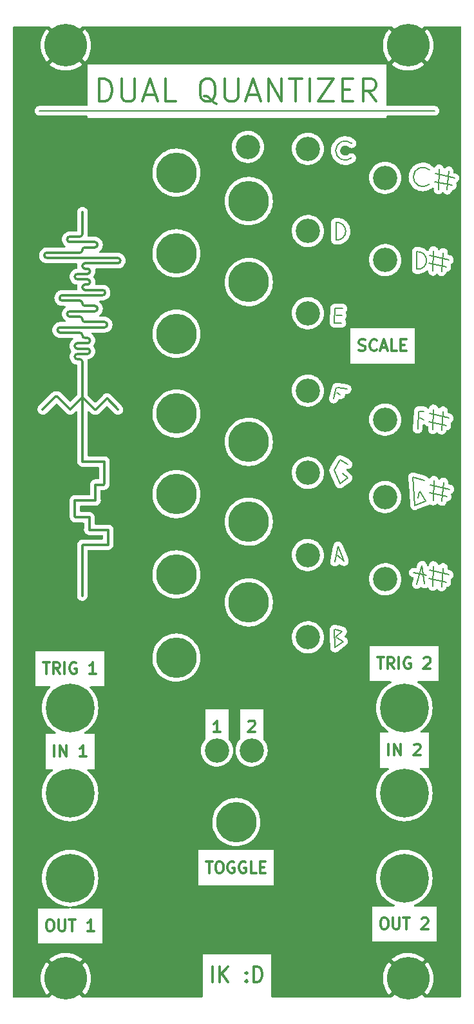
<source format=gbr>
%TF.GenerationSoftware,KiCad,Pcbnew,(6.0.1)*%
%TF.CreationDate,2022-12-13T21:13:55+02:00*%
%TF.ProjectId,EurorackDualPitchQuantizerFrontPanel,4575726f-7261-4636-9b44-75616c506974,rev?*%
%TF.SameCoordinates,Original*%
%TF.FileFunction,Copper,L1,Top*%
%TF.FilePolarity,Positive*%
%FSLAX46Y46*%
G04 Gerber Fmt 4.6, Leading zero omitted, Abs format (unit mm)*
G04 Created by KiCad (PCBNEW (6.0.1)) date 2022-12-13 21:13:55*
%MOMM*%
%LPD*%
G01*
G04 APERTURE LIST*
%TA.AperFunction,NonConductor*%
%ADD10C,0.200000*%
%TD*%
%ADD11C,0.300000*%
%TA.AperFunction,NonConductor*%
%ADD12C,0.300000*%
%TD*%
%TA.AperFunction,ComponentPad*%
%ADD13C,3.200000*%
%TD*%
%TA.AperFunction,ComponentPad*%
%ADD14C,5.600000*%
%TD*%
%TA.AperFunction,ComponentPad*%
%ADD15C,6.400000*%
%TD*%
%TA.AperFunction,ComponentPad*%
%ADD16C,5.300000*%
%TD*%
%TA.AperFunction,Conductor*%
%ADD17C,0.350000*%
%TD*%
G04 APERTURE END LIST*
D10*
X58156400Y-72509400D02*
X57953200Y-74973200D01*
X43873000Y-40338000D02*
X44793000Y-40368000D01*
X56342201Y-20246601D02*
G75*
G03*
X56302200Y-22166600I-850429J-942698D01*
G01*
X55032200Y-51935400D02*
X55591000Y-51935400D01*
X56403800Y-31463000D02*
X58918400Y-32047200D01*
X43923000Y-38418000D02*
X43873000Y-40338000D01*
X45608800Y-60698400D02*
X44958800Y-60098400D01*
X43916200Y-71695800D02*
X44316200Y-69675800D01*
X46128364Y-16779944D02*
G75*
G03*
X46088363Y-18699943I-850429J-942698D01*
G01*
X44046940Y-27151080D02*
X44046940Y-29461080D01*
X57038800Y-21811000D02*
X59324800Y-22293600D01*
X56937200Y-61028600D02*
X56835600Y-63695600D01*
X57140400Y-20744200D02*
X59655000Y-21328400D01*
X54143200Y-60622200D02*
X54448000Y-64305200D01*
X45608800Y-58908400D02*
X44608800Y-58338400D01*
X56886400Y-72255400D02*
X56784800Y-74922400D01*
X55057600Y-52824400D02*
X55641800Y-53078400D01*
X54448000Y-64305200D02*
X55895800Y-63771800D01*
X44110768Y-29470491D02*
G75*
G03*
X44056940Y-27161080I75637J1157096D01*
G01*
X55337000Y-72230000D02*
X54702000Y-74643000D01*
X56353000Y-62679600D02*
X58639000Y-63162200D01*
X58156400Y-51935400D02*
X57953200Y-54399200D01*
X56302200Y-32529800D02*
X58588200Y-33012400D01*
X54737113Y-33307511D02*
G75*
G03*
X54683285Y-30998100I75637J1157096D01*
G01*
X56454600Y-61612800D02*
X58969200Y-62197000D01*
X55667200Y-61054000D02*
X54143200Y-60622200D01*
X45126200Y-71645800D02*
X44246200Y-70865800D01*
X55946600Y-73500000D02*
X54244800Y-73119000D01*
X43953000Y-38448000D02*
X44923000Y-38448000D01*
X56403800Y-52265600D02*
X58918400Y-52849800D01*
X44316200Y-69675800D02*
X45126200Y-71645800D01*
X43798800Y-59698400D02*
X44578800Y-61478400D01*
X43839200Y-80626800D02*
X43929200Y-82996800D01*
X54905200Y-51935400D02*
X54803600Y-54272200D01*
X58156400Y-31132800D02*
X57953200Y-33596600D01*
X5054600Y-12489200D02*
X57054600Y-12489200D01*
X57623000Y-20160000D02*
X57521400Y-22827000D01*
X43990000Y-81648400D02*
X44890000Y-80868400D01*
X54803600Y-63289200D02*
X55006800Y-62527200D01*
X56886400Y-51681400D02*
X56784800Y-54348400D01*
X44578800Y-61478400D02*
X45608800Y-60698400D01*
X44999200Y-82186800D02*
X44149200Y-81716800D01*
X56302200Y-53332400D02*
X58588200Y-53815000D01*
X56302200Y-73906400D02*
X58588200Y-74389000D01*
X56886400Y-30878800D02*
X56784800Y-33545800D01*
X44207200Y-49519800D02*
X44637200Y-49769800D01*
X58893000Y-20414000D02*
X58689800Y-22877800D01*
X58207200Y-61282600D02*
X58004000Y-63746400D01*
X55895800Y-63771800D02*
X55057600Y-62501800D01*
X44608800Y-58338400D02*
X43798800Y-59698400D01*
X44257200Y-48869800D02*
X45507200Y-49039800D01*
X44890000Y-80868400D02*
X43880000Y-80618400D01*
X56403800Y-72839600D02*
X58918400Y-73423800D01*
X54673285Y-30988100D02*
X54673285Y-33298100D01*
X44063000Y-39338000D02*
X44843000Y-39368000D01*
X43929200Y-82996800D02*
X44999200Y-82186800D01*
X44127200Y-48869800D02*
X43767200Y-50309800D01*
X55387800Y-72204600D02*
X55718000Y-74566800D01*
D11*
D12*
X28841571Y-94081571D02*
X27984428Y-94081571D01*
X28413000Y-94081571D02*
X28413000Y-92581571D01*
X28270142Y-92795857D01*
X28127285Y-92938714D01*
X27984428Y-93010142D01*
D11*
D12*
X12900142Y-11280942D02*
X12900142Y-8280942D01*
X13614428Y-8280942D01*
X14043000Y-8423800D01*
X14328714Y-8709514D01*
X14471571Y-8995228D01*
X14614428Y-9566657D01*
X14614428Y-9995228D01*
X14471571Y-10566657D01*
X14328714Y-10852371D01*
X14043000Y-11138085D01*
X13614428Y-11280942D01*
X12900142Y-11280942D01*
X15900142Y-8280942D02*
X15900142Y-10709514D01*
X16042999Y-10995228D01*
X16185857Y-11138085D01*
X16471571Y-11280942D01*
X17043000Y-11280942D01*
X17328714Y-11138085D01*
X17471571Y-10995228D01*
X17614428Y-10709514D01*
X17614428Y-8280942D01*
X18900142Y-10423800D02*
X20328714Y-10423800D01*
X18614428Y-11280942D02*
X19614428Y-8280942D01*
X20614428Y-11280942D01*
X23042999Y-11280942D02*
X21614428Y-11280942D01*
X21614428Y-8280942D01*
X28328714Y-11566657D02*
X28042999Y-11423800D01*
X27757285Y-11138085D01*
X27328714Y-10709514D01*
X27043000Y-10566657D01*
X26757285Y-10566657D01*
X26900142Y-11280942D02*
X26614428Y-11138085D01*
X26328714Y-10852371D01*
X26185857Y-10280942D01*
X26185857Y-9280942D01*
X26328714Y-8709514D01*
X26614428Y-8423800D01*
X26900142Y-8280942D01*
X27471571Y-8280942D01*
X27757285Y-8423800D01*
X28042999Y-8709514D01*
X28185857Y-9280942D01*
X28185857Y-10280942D01*
X28042999Y-10852371D01*
X27757285Y-11138085D01*
X27471571Y-11280942D01*
X26900142Y-11280942D01*
X29471571Y-8280942D02*
X29471571Y-10709514D01*
X29614428Y-10995228D01*
X29757285Y-11138085D01*
X30042999Y-11280942D01*
X30614428Y-11280942D01*
X30900142Y-11138085D01*
X31042999Y-10995228D01*
X31185857Y-10709514D01*
X31185857Y-8280942D01*
X32471571Y-10423800D02*
X33900142Y-10423800D01*
X32185857Y-11280942D02*
X33185857Y-8280942D01*
X34185857Y-11280942D01*
X35185857Y-11280942D02*
X35185857Y-8280942D01*
X36900142Y-11280942D01*
X36900142Y-8280942D01*
X37900142Y-8280942D02*
X39614428Y-8280942D01*
X38757285Y-11280942D02*
X38757285Y-8280942D01*
X40614428Y-11280942D02*
X40614428Y-8280942D01*
X41757285Y-8280942D02*
X43757285Y-8280942D01*
X41757285Y-11280942D01*
X43757285Y-11280942D01*
X44900142Y-9709514D02*
X45900142Y-9709514D01*
X46328714Y-11280942D02*
X44900142Y-11280942D01*
X44900142Y-8280942D01*
X46328714Y-8280942D01*
X49328714Y-11280942D02*
X48328714Y-9852371D01*
X47614428Y-11280942D02*
X47614428Y-8280942D01*
X48757285Y-8280942D01*
X49042999Y-8423800D01*
X49185857Y-8566657D01*
X49328714Y-8852371D01*
X49328714Y-9280942D01*
X49185857Y-9566657D01*
X49042999Y-9709514D01*
X48757285Y-9852371D01*
X47614428Y-9852371D01*
D11*
D12*
X49479571Y-84260971D02*
X50336714Y-84260971D01*
X49908142Y-85760971D02*
X49908142Y-84260971D01*
X51693857Y-85760971D02*
X51193857Y-85046685D01*
X50836714Y-85760971D02*
X50836714Y-84260971D01*
X51408142Y-84260971D01*
X51551000Y-84332400D01*
X51622428Y-84403828D01*
X51693857Y-84546685D01*
X51693857Y-84760971D01*
X51622428Y-84903828D01*
X51551000Y-84975257D01*
X51408142Y-85046685D01*
X50836714Y-85046685D01*
X52336714Y-85760971D02*
X52336714Y-84260971D01*
X53836714Y-84332400D02*
X53693857Y-84260971D01*
X53479571Y-84260971D01*
X53265285Y-84332400D01*
X53122428Y-84475257D01*
X53051000Y-84618114D01*
X52979571Y-84903828D01*
X52979571Y-85118114D01*
X53051000Y-85403828D01*
X53122428Y-85546685D01*
X53265285Y-85689542D01*
X53479571Y-85760971D01*
X53622428Y-85760971D01*
X53836714Y-85689542D01*
X53908142Y-85618114D01*
X53908142Y-85118114D01*
X53622428Y-85118114D01*
X55622428Y-84403828D02*
X55693857Y-84332400D01*
X55836714Y-84260971D01*
X56193857Y-84260971D01*
X56336714Y-84332400D01*
X56408142Y-84403828D01*
X56479571Y-84546685D01*
X56479571Y-84689542D01*
X56408142Y-84903828D01*
X55551000Y-85760971D01*
X56479571Y-85760971D01*
D11*
D12*
X50265285Y-118449371D02*
X50551000Y-118449371D01*
X50693857Y-118520800D01*
X50836714Y-118663657D01*
X50908142Y-118949371D01*
X50908142Y-119449371D01*
X50836714Y-119735085D01*
X50693857Y-119877942D01*
X50551000Y-119949371D01*
X50265285Y-119949371D01*
X50122428Y-119877942D01*
X49979571Y-119735085D01*
X49908142Y-119449371D01*
X49908142Y-118949371D01*
X49979571Y-118663657D01*
X50122428Y-118520800D01*
X50265285Y-118449371D01*
X51551000Y-118449371D02*
X51551000Y-119663657D01*
X51622428Y-119806514D01*
X51693857Y-119877942D01*
X51836714Y-119949371D01*
X52122428Y-119949371D01*
X52265285Y-119877942D01*
X52336714Y-119806514D01*
X52408142Y-119663657D01*
X52408142Y-118449371D01*
X52908142Y-118449371D02*
X53765285Y-118449371D01*
X53336714Y-119949371D02*
X53336714Y-118449371D01*
X55336714Y-118592228D02*
X55408142Y-118520800D01*
X55551000Y-118449371D01*
X55908142Y-118449371D01*
X56051000Y-118520800D01*
X56122428Y-118592228D01*
X56193857Y-118735085D01*
X56193857Y-118877942D01*
X56122428Y-119092228D01*
X55265285Y-119949371D01*
X56193857Y-119949371D01*
D11*
D12*
X47073657Y-43957342D02*
X47287942Y-44028771D01*
X47645085Y-44028771D01*
X47787942Y-43957342D01*
X47859371Y-43885914D01*
X47930800Y-43743057D01*
X47930800Y-43600200D01*
X47859371Y-43457342D01*
X47787942Y-43385914D01*
X47645085Y-43314485D01*
X47359371Y-43243057D01*
X47216514Y-43171628D01*
X47145085Y-43100200D01*
X47073657Y-42957342D01*
X47073657Y-42814485D01*
X47145085Y-42671628D01*
X47216514Y-42600200D01*
X47359371Y-42528771D01*
X47716514Y-42528771D01*
X47930800Y-42600200D01*
X49430800Y-43885914D02*
X49359371Y-43957342D01*
X49145085Y-44028771D01*
X49002228Y-44028771D01*
X48787942Y-43957342D01*
X48645085Y-43814485D01*
X48573657Y-43671628D01*
X48502228Y-43385914D01*
X48502228Y-43171628D01*
X48573657Y-42885914D01*
X48645085Y-42743057D01*
X48787942Y-42600200D01*
X49002228Y-42528771D01*
X49145085Y-42528771D01*
X49359371Y-42600200D01*
X49430800Y-42671628D01*
X50002228Y-43600200D02*
X50716514Y-43600200D01*
X49859371Y-44028771D02*
X50359371Y-42528771D01*
X50859371Y-44028771D01*
X52073657Y-44028771D02*
X51359371Y-44028771D01*
X51359371Y-42528771D01*
X52573657Y-43243057D02*
X53073657Y-43243057D01*
X53287942Y-44028771D02*
X52573657Y-44028771D01*
X52573657Y-42528771D01*
X53287942Y-42528771D01*
D11*
D12*
X27804904Y-126881161D02*
X27804904Y-124881161D01*
X28757285Y-126881161D02*
X28757285Y-124881161D01*
X29900142Y-126881161D02*
X29042999Y-125738304D01*
X29900142Y-124881161D02*
X28757285Y-126024019D01*
X32281095Y-126690685D02*
X32376333Y-126785923D01*
X32281095Y-126881161D01*
X32185857Y-126785923D01*
X32281095Y-126690685D01*
X32281095Y-126881161D01*
X32281095Y-125643066D02*
X32376333Y-125738304D01*
X32281095Y-125833542D01*
X32185857Y-125738304D01*
X32281095Y-125643066D01*
X32281095Y-125833542D01*
X33233476Y-126881161D02*
X33233476Y-124881161D01*
X33709666Y-124881161D01*
X33995380Y-124976400D01*
X34185857Y-125166876D01*
X34281095Y-125357352D01*
X34376333Y-125738304D01*
X34376333Y-126024019D01*
X34281095Y-126404971D01*
X34185857Y-126595447D01*
X33995380Y-126785923D01*
X33709666Y-126881161D01*
X33233476Y-126881161D01*
D11*
D12*
X32581828Y-92724428D02*
X32653257Y-92653000D01*
X32796114Y-92581571D01*
X33153257Y-92581571D01*
X33296114Y-92653000D01*
X33367542Y-92724428D01*
X33438971Y-92867285D01*
X33438971Y-93010142D01*
X33367542Y-93224428D01*
X32510400Y-94081571D01*
X33438971Y-94081571D01*
D11*
D12*
X5537571Y-84921371D02*
X6394714Y-84921371D01*
X5966142Y-86421371D02*
X5966142Y-84921371D01*
X7751857Y-86421371D02*
X7251857Y-85707085D01*
X6894714Y-86421371D02*
X6894714Y-84921371D01*
X7466142Y-84921371D01*
X7609000Y-84992800D01*
X7680428Y-85064228D01*
X7751857Y-85207085D01*
X7751857Y-85421371D01*
X7680428Y-85564228D01*
X7609000Y-85635657D01*
X7466142Y-85707085D01*
X6894714Y-85707085D01*
X8394714Y-86421371D02*
X8394714Y-84921371D01*
X9894714Y-84992800D02*
X9751857Y-84921371D01*
X9537571Y-84921371D01*
X9323285Y-84992800D01*
X9180428Y-85135657D01*
X9109000Y-85278514D01*
X9037571Y-85564228D01*
X9037571Y-85778514D01*
X9109000Y-86064228D01*
X9180428Y-86207085D01*
X9323285Y-86349942D01*
X9537571Y-86421371D01*
X9680428Y-86421371D01*
X9894714Y-86349942D01*
X9966142Y-86278514D01*
X9966142Y-85778514D01*
X9680428Y-85778514D01*
X12537571Y-86421371D02*
X11680428Y-86421371D01*
X12109000Y-86421371D02*
X12109000Y-84921371D01*
X11966142Y-85135657D01*
X11823285Y-85278514D01*
X11680428Y-85349942D01*
D11*
D12*
X50979571Y-97140171D02*
X50979571Y-95640171D01*
X51693857Y-97140171D02*
X51693857Y-95640171D01*
X52551000Y-97140171D01*
X52551000Y-95640171D01*
X54336714Y-95783028D02*
X54408142Y-95711600D01*
X54551000Y-95640171D01*
X54908142Y-95640171D01*
X55051000Y-95711600D01*
X55122428Y-95783028D01*
X55193857Y-95925885D01*
X55193857Y-96068742D01*
X55122428Y-96283028D01*
X54265285Y-97140171D01*
X55193857Y-97140171D01*
D11*
D12*
X6323285Y-118703371D02*
X6609000Y-118703371D01*
X6751857Y-118774800D01*
X6894714Y-118917657D01*
X6966142Y-119203371D01*
X6966142Y-119703371D01*
X6894714Y-119989085D01*
X6751857Y-120131942D01*
X6609000Y-120203371D01*
X6323285Y-120203371D01*
X6180428Y-120131942D01*
X6037571Y-119989085D01*
X5966142Y-119703371D01*
X5966142Y-119203371D01*
X6037571Y-118917657D01*
X6180428Y-118774800D01*
X6323285Y-118703371D01*
X7609000Y-118703371D02*
X7609000Y-119917657D01*
X7680428Y-120060514D01*
X7751857Y-120131942D01*
X7894714Y-120203371D01*
X8180428Y-120203371D01*
X8323285Y-120131942D01*
X8394714Y-120060514D01*
X8466142Y-119917657D01*
X8466142Y-118703371D01*
X8966142Y-118703371D02*
X9823285Y-118703371D01*
X9394714Y-120203371D02*
X9394714Y-118703371D01*
X12251857Y-120203371D02*
X11394714Y-120203371D01*
X11823285Y-120203371D02*
X11823285Y-118703371D01*
X11680428Y-118917657D01*
X11537571Y-119060514D01*
X11394714Y-119131942D01*
D11*
D12*
X7037571Y-97292571D02*
X7037571Y-95792571D01*
X7751857Y-97292571D02*
X7751857Y-95792571D01*
X8609000Y-97292571D01*
X8609000Y-95792571D01*
X11251857Y-97292571D02*
X10394714Y-97292571D01*
X10823285Y-97292571D02*
X10823285Y-95792571D01*
X10680428Y-96006857D01*
X10537571Y-96149714D01*
X10394714Y-96221142D01*
D11*
D12*
X26953000Y-111081571D02*
X27810142Y-111081571D01*
X27381571Y-112581571D02*
X27381571Y-111081571D01*
X28595857Y-111081571D02*
X28881571Y-111081571D01*
X29024428Y-111153000D01*
X29167285Y-111295857D01*
X29238714Y-111581571D01*
X29238714Y-112081571D01*
X29167285Y-112367285D01*
X29024428Y-112510142D01*
X28881571Y-112581571D01*
X28595857Y-112581571D01*
X28453000Y-112510142D01*
X28310142Y-112367285D01*
X28238714Y-112081571D01*
X28238714Y-111581571D01*
X28310142Y-111295857D01*
X28453000Y-111153000D01*
X28595857Y-111081571D01*
X30667285Y-111153000D02*
X30524428Y-111081571D01*
X30310142Y-111081571D01*
X30095857Y-111153000D01*
X29953000Y-111295857D01*
X29881571Y-111438714D01*
X29810142Y-111724428D01*
X29810142Y-111938714D01*
X29881571Y-112224428D01*
X29953000Y-112367285D01*
X30095857Y-112510142D01*
X30310142Y-112581571D01*
X30453000Y-112581571D01*
X30667285Y-112510142D01*
X30738714Y-112438714D01*
X30738714Y-111938714D01*
X30453000Y-111938714D01*
X32167285Y-111153000D02*
X32024428Y-111081571D01*
X31810142Y-111081571D01*
X31595857Y-111153000D01*
X31453000Y-111295857D01*
X31381571Y-111438714D01*
X31310142Y-111724428D01*
X31310142Y-111938714D01*
X31381571Y-112224428D01*
X31453000Y-112367285D01*
X31595857Y-112510142D01*
X31810142Y-112581571D01*
X31953000Y-112581571D01*
X32167285Y-112510142D01*
X32238714Y-112438714D01*
X32238714Y-111938714D01*
X31953000Y-111938714D01*
X33595857Y-112581571D02*
X32881571Y-112581571D01*
X32881571Y-111081571D01*
X34095857Y-111795857D02*
X34595857Y-111795857D01*
X34810142Y-112581571D02*
X34095857Y-112581571D01*
X34095857Y-111081571D01*
X34810142Y-111081571D01*
D13*
%TO.P,REF\u002A\u002A,*%
%TO.N,*%
X50531000Y-21303000D03*
%TD*%
%TO.P,REF\u002A\u002A,*%
%TO.N,*%
X40371000Y-17493000D03*
%TD*%
D14*
%TO.P,REF\u002A\u002A,1*%
%TO.N,GND*%
X53543000Y-126403000D03*
%TD*%
D15*
%TO.P,REF\u002A\u002A,*%
%TO.N,*%
X9109000Y-113251000D03*
%TD*%
D13*
%TO.P,REF\u002A\u002A,*%
%TO.N,*%
X50531000Y-74008000D03*
%TD*%
D16*
%TO.P,REF\u002A\u002A,*%
%TO.N,*%
X32604000Y-34983000D03*
%TD*%
D14*
%TO.P,REF\u002A\u002A,1*%
%TO.N,GND*%
X53543000Y-3903000D03*
%TD*%
D13*
%TO.P,REF\u002A\u002A,*%
%TO.N,*%
X50531000Y-53053000D03*
%TD*%
D16*
%TO.P,REF\u002A\u002A,*%
%TO.N,*%
X32604000Y-24351000D03*
%TD*%
D15*
%TO.P,REF\u002A\u002A,*%
%TO.N,*%
X9109000Y-90899000D03*
%TD*%
D16*
%TO.P,REF\u002A\u002A,*%
%TO.N,*%
X23079000Y-52254000D03*
%TD*%
D13*
%TO.P,REF\u002A\u002A,*%
%TO.N,*%
X50531000Y-63213000D03*
%TD*%
D16*
%TO.P,REF\u002A\u002A,*%
%TO.N,*%
X23079000Y-31209000D03*
%TD*%
D13*
%TO.P,REF\u002A\u002A,*%
%TO.N,*%
X40371000Y-49243000D03*
%TD*%
%TO.P,REF\u002A\u002A,*%
%TO.N,*%
X40371000Y-28288000D03*
%TD*%
%TO.P,REFe,*%
%TO.N,*%
X40371000Y-60038000D03*
%TD*%
D16*
%TO.P,REF\u002A\u002A,*%
%TO.N,*%
X32604000Y-55974000D03*
%TD*%
D13*
%TO.P,REF\u002A\u002A,*%
%TO.N,*%
X50531000Y-32098000D03*
%TD*%
%TO.P,REF\u002A\u002A,*%
%TO.N,*%
X32477000Y-17239000D03*
%TD*%
D16*
%TO.P,REF\u002A\u002A,*%
%TO.N,*%
X23079000Y-73373000D03*
%TD*%
D15*
%TO.P,REF\u002A\u002A,*%
%TO.N,*%
X53051000Y-113251000D03*
%TD*%
D13*
%TO.P,REF\u002A\u002A,*%
%TO.N,*%
X28413000Y-96487000D03*
%TD*%
%TO.P,REF\u002A\u002A,*%
%TO.N,*%
X40371000Y-81628000D03*
%TD*%
D15*
%TO.P,REF\u002A\u002A,*%
%TO.N,*%
X53051000Y-102075000D03*
%TD*%
D13*
%TO.P,REF\u002A\u002A,*%
%TO.N,*%
X32965000Y-96487000D03*
%TD*%
D14*
%TO.P,REF\u002A\u002A,1*%
%TO.N,GND*%
X8543000Y-3903000D03*
%TD*%
D16*
%TO.P,REF\u002A\u002A,*%
%TO.N,*%
X23079000Y-41771000D03*
%TD*%
D13*
%TO.P,REFde,*%
%TO.N,*%
X40371000Y-70833000D03*
%TD*%
%TO.P,REF\u002A\u002A,*%
%TO.N,*%
X40371000Y-39083000D03*
%TD*%
D14*
%TO.P,REF\u002A\u002A,1*%
%TO.N,GND*%
X8543000Y-126403000D03*
%TD*%
D16*
%TO.P,REF\u002A\u002A,*%
%TO.N,*%
X23079000Y-84295000D03*
%TD*%
%TO.P,REF\u002A\u002A,*%
%TO.N,*%
X23079000Y-62832000D03*
%TD*%
%TO.P,REF\u002A\u002A,*%
%TO.N,*%
X30953000Y-105885000D03*
%TD*%
%TO.P,REF\u002A\u002A,*%
%TO.N,*%
X32604000Y-77056000D03*
%TD*%
D15*
%TO.P,REF\u002A\u002A,*%
%TO.N,*%
X53051000Y-90899000D03*
%TD*%
%TO.P,REF\u002A\u002A,*%
%TO.N,*%
X9109000Y-102075000D03*
%TD*%
D16*
%TO.P,REF\u002A\u002A,*%
%TO.N,*%
X23079000Y-20619000D03*
%TD*%
%TO.P,REF\u002A\u002A,*%
%TO.N,*%
X32604000Y-66450000D03*
%TD*%
D17*
%TO.N,*%
X10719200Y-25826800D02*
X10743000Y-25803000D01*
X10719200Y-28361640D02*
X10719200Y-25826800D01*
X11069200Y-29729200D02*
X9069200Y-29729200D01*
X11069200Y-30429200D02*
X12369200Y-30429200D01*
X6069200Y-31129200D02*
X10369200Y-31129200D01*
X11069200Y-31829200D02*
X6069200Y-31829200D01*
X15369200Y-31829200D02*
X11069200Y-31829200D01*
X11369200Y-33229200D02*
X11069200Y-33229200D01*
X10719200Y-33929200D02*
X11369200Y-33929200D01*
X10069200Y-33929200D02*
X10719200Y-33929200D01*
X11369200Y-34629200D02*
X11069200Y-34629200D01*
X13369200Y-36029200D02*
X11069200Y-36029200D01*
X11069200Y-36729200D02*
X13369200Y-36729200D01*
X8069200Y-36729200D02*
X11069200Y-36729200D01*
X10369200Y-37429200D02*
X8069200Y-37429200D01*
X11069200Y-38829200D02*
X12369200Y-38829200D01*
X9069200Y-38829200D02*
X11069200Y-38829200D01*
X10369200Y-39529200D02*
X9069200Y-39529200D01*
X13638610Y-40229200D02*
X11069200Y-40229200D01*
X11069200Y-40929200D02*
X13638610Y-40929200D01*
X7799790Y-40929200D02*
X11069200Y-40929200D01*
X10369200Y-41629200D02*
X7799790Y-41629200D01*
X11369200Y-42329200D02*
X11069200Y-42329200D01*
X11069200Y-43029200D02*
X11369200Y-43029200D01*
X10719200Y-43729200D02*
X10069200Y-43729200D01*
X11369200Y-43729200D02*
X10719200Y-43729200D01*
X10719200Y-44429200D02*
X11369200Y-44429200D01*
X10069200Y-44429200D02*
X10719200Y-44429200D01*
X10719200Y-28679200D02*
X10719200Y-28361640D01*
X10719200Y-58496600D02*
X10719200Y-45479200D01*
X10769200Y-58546600D02*
X10719200Y-58496600D01*
X13629200Y-58546600D02*
X10769200Y-58546600D01*
X13629200Y-61476600D02*
X13629200Y-58546600D01*
X13519200Y-61586600D02*
X13629200Y-61476600D01*
X12429200Y-61586600D02*
X13519200Y-61586600D01*
X11619200Y-67486600D02*
X11649200Y-67456600D01*
X11069200Y-32529200D02*
X15369200Y-32529200D01*
X11649200Y-67516600D02*
X11619200Y-67486600D01*
X10779200Y-69466600D02*
X14079200Y-69466600D01*
X9069200Y-29029200D02*
G75*
G03*
X8719200Y-29379200I1J-350001D01*
G01*
X8719200Y-29379200D02*
G75*
G03*
X9069200Y-29729200I350001J1D01*
G01*
X12369200Y-29729200D02*
G75*
G02*
X12719200Y-30079200I-1J-350001D01*
G01*
X5719200Y-31479200D02*
G75*
G03*
X6069200Y-31829200I350001J1D01*
G01*
X15369200Y-31829200D02*
G75*
G02*
X15719200Y-32179200I-1J-350001D01*
G01*
X15719200Y-32179200D02*
G75*
G02*
X15369200Y-32529200I-350001J1D01*
G01*
X11369200Y-33229200D02*
G75*
G02*
X11719200Y-33579200I-1J-350001D01*
G01*
X12369200Y-38129200D02*
X11069200Y-38129200D01*
X9719200Y-34279200D02*
G75*
G03*
X10069200Y-34629200I350001J1D01*
G01*
X9069200Y-29029200D02*
X10369200Y-29029200D01*
X11719200Y-34979200D02*
G75*
G02*
X11369200Y-35329200I-350001J1D01*
G01*
X12719200Y-30079200D02*
G75*
G02*
X12369200Y-30429200I-350001J1D01*
G01*
X14139200Y-69406600D02*
X14139200Y-67516600D01*
X11069200Y-35329200D02*
G75*
G03*
X10719200Y-35679200I1J-350001D01*
G01*
X10719200Y-35679200D02*
G75*
G03*
X11069200Y-36029200I350001J1D01*
G01*
X13369200Y-36029200D02*
G75*
G02*
X13719200Y-36379200I-1J-350001D01*
G01*
X10369200Y-45129200D02*
X10069200Y-45129200D01*
X11369200Y-34629200D02*
G75*
G02*
X11719200Y-34979200I-1J-350001D01*
G01*
X11069200Y-35329200D02*
X11369200Y-35329200D01*
X9829200Y-65886600D02*
X9749200Y-65806600D01*
X13719200Y-36379200D02*
G75*
G02*
X13369200Y-36729200I-350001J1D01*
G01*
X10719200Y-28679200D02*
G75*
G02*
X10369200Y-29029200I-350001J1D01*
G01*
X10369200Y-37429200D02*
G75*
G02*
X10719200Y-37779200I-1J-350001D01*
G01*
X14079200Y-69466600D02*
X14139200Y-69406600D01*
X10719200Y-37779200D02*
G75*
G03*
X11069200Y-38129200I350001J1D01*
G01*
X11649200Y-65886600D02*
X9829200Y-65886600D01*
X12369200Y-38129200D02*
G75*
G02*
X12719200Y-38479200I-1J-350001D01*
G01*
X12459200Y-63646600D02*
X12429200Y-63616600D01*
X14139200Y-67516600D02*
X11649200Y-67516600D01*
X11719200Y-33579200D02*
G75*
G02*
X11369200Y-33929200I-350001J1D01*
G01*
X12719200Y-38479200D02*
G75*
G02*
X12369200Y-38829200I-350001J1D01*
G01*
X9069200Y-38829200D02*
G75*
G03*
X8719200Y-39179200I1J-350001D01*
G01*
X12429200Y-63616600D02*
X12429200Y-61586600D01*
X10069200Y-33929200D02*
G75*
G03*
X9719200Y-34279200I1J-350001D01*
G01*
X8719200Y-39179200D02*
G75*
G03*
X9069200Y-39529200I350001J1D01*
G01*
X10699200Y-69546600D02*
X10779200Y-69466600D01*
X10369200Y-39529200D02*
G75*
G02*
X10719200Y-39879200I-1J-350001D01*
G01*
X11649200Y-67456600D02*
X11649200Y-65886600D01*
X10719200Y-39879200D02*
G75*
G03*
X11069200Y-40229200I350001J1D01*
G01*
X11069200Y-34629200D02*
X10069200Y-34629200D01*
X13638610Y-40229200D02*
G75*
G02*
X13988610Y-40579200I-1J-350001D01*
G01*
X13988610Y-40579200D02*
G75*
G02*
X13638610Y-40929200I-350001J1D01*
G01*
X7799790Y-40929200D02*
G75*
G03*
X7449790Y-41279200I1J-350001D01*
G01*
X12369200Y-29729200D02*
X11069200Y-29729200D01*
X11069200Y-32529200D02*
G75*
G03*
X10719200Y-32879200I1J-350001D01*
G01*
X7719200Y-37079200D02*
G75*
G03*
X8069200Y-37429200I350001J1D01*
G01*
X9749200Y-63646600D02*
X12459200Y-63646600D01*
X7449790Y-41279200D02*
G75*
G03*
X7799790Y-41629200I350001J1D01*
G01*
X10699200Y-76156600D02*
X10699200Y-69546600D01*
X10369200Y-41629200D02*
G75*
G02*
X10719200Y-41979200I-1J-350001D01*
G01*
X10719200Y-41979200D02*
G75*
G03*
X11069200Y-42329200I350001J1D01*
G01*
X10069200Y-43029200D02*
X11069200Y-43029200D01*
X11369200Y-42329200D02*
G75*
G02*
X11719200Y-42679200I-1J-350001D01*
G01*
X10069200Y-43029200D02*
G75*
G03*
X9719200Y-43379200I1J-350001D01*
G01*
X11069200Y-30429200D02*
G75*
G03*
X10719200Y-30779200I1J-350001D01*
G01*
X6069200Y-31129200D02*
G75*
G03*
X5719200Y-31479200I1J-350001D01*
G01*
X9719200Y-43379200D02*
G75*
G03*
X10069200Y-43729200I350001J1D01*
G01*
X10069200Y-44429200D02*
G75*
G03*
X9719200Y-44779200I1J-350001D01*
G01*
X11369200Y-43729200D02*
G75*
G02*
X11719200Y-44079200I-1J-350001D01*
G01*
X10719200Y-32879200D02*
G75*
G03*
X11069200Y-33229200I350001J1D01*
G01*
X9719200Y-44779200D02*
G75*
G03*
X10069200Y-45129200I350001J1D01*
G01*
X10719200Y-30779200D02*
G75*
G02*
X10369200Y-31129200I-350001J1D01*
G01*
X9749200Y-65806600D02*
X9749200Y-63646600D01*
X11719200Y-44079200D02*
G75*
G02*
X11369200Y-44429200I-350001J1D01*
G01*
X11719200Y-42679200D02*
G75*
G02*
X11369200Y-43029200I-350001J1D01*
G01*
X8069200Y-36729200D02*
G75*
G03*
X7719200Y-37079200I1J-350001D01*
G01*
X10369200Y-45129200D02*
G75*
G02*
X10719200Y-45479200I-1J-350001D01*
G01*
X5509200Y-51706600D02*
X7209200Y-50006600D01*
X12309200Y-51706600D02*
X12509200Y-51706600D01*
X12509200Y-51706600D02*
X13909200Y-50306600D01*
X7409200Y-50006600D02*
X9109200Y-51706600D01*
X14009200Y-50306600D02*
X15409200Y-51706600D01*
X13909200Y-50306600D02*
X14009200Y-50306600D01*
X9109200Y-51706600D02*
X10709200Y-50106600D01*
X7209200Y-50006600D02*
X7409200Y-50006600D01*
X10709200Y-50106600D02*
X12309200Y-51706600D01*
%TD*%
%TA.AperFunction,Conductor*%
%TO.N,GND*%
G36*
X6426142Y-1431002D02*
G01*
X6447116Y-1447905D01*
X8530190Y-3530980D01*
X8544131Y-3538592D01*
X8545966Y-3538461D01*
X8552580Y-3534210D01*
X10638884Y-1447905D01*
X10701196Y-1413880D01*
X10727979Y-1411000D01*
X51358021Y-1411000D01*
X51426142Y-1431002D01*
X51447116Y-1447905D01*
X53530190Y-3530980D01*
X53544131Y-3538592D01*
X53545966Y-3538461D01*
X53552580Y-3534210D01*
X55638884Y-1447905D01*
X55701196Y-1413880D01*
X55727979Y-1411000D01*
X60409000Y-1411000D01*
X60477121Y-1431002D01*
X60523614Y-1484658D01*
X60535000Y-1537000D01*
X60535000Y-128769000D01*
X60514998Y-128837121D01*
X60461342Y-128883614D01*
X60409000Y-128895000D01*
X55727979Y-128895000D01*
X55659858Y-128874998D01*
X55638884Y-128858095D01*
X53555810Y-126775020D01*
X53541869Y-126767408D01*
X53540034Y-126767539D01*
X53533420Y-126771790D01*
X51447116Y-128858095D01*
X51384804Y-128892120D01*
X51358021Y-128895000D01*
X35660613Y-128895000D01*
X35592492Y-128874998D01*
X35545999Y-128821342D01*
X35535895Y-128751068D01*
X35561776Y-128694400D01*
X35565286Y-128694400D01*
X35565286Y-126394832D01*
X50230333Y-126394832D01*
X50248117Y-126745893D01*
X50248827Y-126752649D01*
X50304420Y-127099723D01*
X50305859Y-127106378D01*
X50398608Y-127445410D01*
X50400757Y-127451871D01*
X50529581Y-127778912D01*
X50532412Y-127785095D01*
X50695803Y-128096310D01*
X50699286Y-128102152D01*
X50895330Y-128393896D01*
X50899433Y-128399340D01*
X51019425Y-128541836D01*
X51032164Y-128550279D01*
X51042608Y-128544181D01*
X53170980Y-126415810D01*
X53177357Y-126404131D01*
X53907408Y-126404131D01*
X53907539Y-126405966D01*
X53911790Y-126412580D01*
X56042009Y-128542798D01*
X56055605Y-128550223D01*
X56065218Y-128543522D01*
X56165518Y-128426912D01*
X56169676Y-128421514D01*
X56368762Y-128131840D01*
X56372310Y-128126029D01*
X56538942Y-127816559D01*
X56541849Y-127810381D01*
X56674090Y-127484713D01*
X56676304Y-127478283D01*
X56772598Y-127140237D01*
X56774105Y-127133607D01*
X56833332Y-126787118D01*
X56834112Y-126780378D01*
X56855668Y-126427925D01*
X56855784Y-126424323D01*
X56855853Y-126404819D01*
X56855761Y-126401194D01*
X56836666Y-126048615D01*
X56835931Y-126041849D01*
X56779130Y-125694985D01*
X56777663Y-125688313D01*
X56683736Y-125349627D01*
X56681562Y-125343163D01*
X56551598Y-125016578D01*
X56548742Y-125010398D01*
X56384269Y-124699763D01*
X56380769Y-124693937D01*
X56183697Y-124402862D01*
X56179590Y-124397453D01*
X56066565Y-124264179D01*
X56053740Y-124255743D01*
X56043416Y-124261795D01*
X53915020Y-126390190D01*
X53907408Y-126404131D01*
X53177357Y-126404131D01*
X53178592Y-126401869D01*
X53178461Y-126400034D01*
X53174210Y-126393420D01*
X51043992Y-124263203D01*
X51030455Y-124255811D01*
X51020753Y-124262599D01*
X50913430Y-124388257D01*
X50909296Y-124393664D01*
X50711215Y-124684041D01*
X50707697Y-124689851D01*
X50542134Y-124999922D01*
X50539259Y-125006087D01*
X50408155Y-125332218D01*
X50405962Y-125338658D01*
X50310846Y-125677044D01*
X50309363Y-125683679D01*
X50251350Y-126030354D01*
X50250591Y-126037126D01*
X50230357Y-126388037D01*
X50230333Y-126394832D01*
X35565286Y-126394832D01*
X35565286Y-123889862D01*
X51392950Y-123889862D01*
X51392986Y-123890704D01*
X51398037Y-123898826D01*
X53530190Y-126030980D01*
X53544131Y-126038592D01*
X53545966Y-126038461D01*
X53552580Y-126034210D01*
X55685798Y-123900991D01*
X55693412Y-123887047D01*
X55693344Y-123886089D01*
X55688836Y-123879272D01*
X55687418Y-123878065D01*
X55407813Y-123665064D01*
X55402187Y-123661240D01*
X55101214Y-123479681D01*
X55095202Y-123476484D01*
X54776370Y-123328487D01*
X54770070Y-123325967D01*
X54437129Y-123213273D01*
X54430551Y-123211437D01*
X54087417Y-123135367D01*
X54080678Y-123134251D01*
X53731310Y-123095680D01*
X53724529Y-123095301D01*
X53373015Y-123094687D01*
X53366242Y-123095042D01*
X53016720Y-123132395D01*
X53010010Y-123133482D01*
X52666586Y-123208361D01*
X52660011Y-123210172D01*
X52326683Y-123321702D01*
X52320361Y-123324205D01*
X52001034Y-123471079D01*
X51994991Y-123474265D01*
X51693401Y-123654763D01*
X51687755Y-123658571D01*
X51407408Y-123870596D01*
X51402211Y-123874987D01*
X51400972Y-123876155D01*
X51392950Y-123889862D01*
X35565286Y-123889862D01*
X35565286Y-123258400D01*
X26520715Y-123258400D01*
X26520715Y-128694400D01*
X26526034Y-128694400D01*
X26532825Y-128717529D01*
X26543091Y-128733503D01*
X26543090Y-128804500D01*
X26504705Y-128864225D01*
X26440124Y-128893718D01*
X26422194Y-128895000D01*
X10727979Y-128895000D01*
X10659858Y-128874998D01*
X10638884Y-128858095D01*
X8555810Y-126775020D01*
X8541869Y-126767408D01*
X8540034Y-126767539D01*
X8533420Y-126771790D01*
X6447116Y-128858095D01*
X6384804Y-128892120D01*
X6358021Y-128895000D01*
X1677000Y-128895000D01*
X1608879Y-128874998D01*
X1562386Y-128821342D01*
X1551000Y-128769000D01*
X1551000Y-126394832D01*
X5230333Y-126394832D01*
X5248117Y-126745893D01*
X5248827Y-126752649D01*
X5304420Y-127099723D01*
X5305859Y-127106378D01*
X5398608Y-127445410D01*
X5400757Y-127451871D01*
X5529581Y-127778912D01*
X5532412Y-127785095D01*
X5695803Y-128096310D01*
X5699286Y-128102152D01*
X5895330Y-128393896D01*
X5899433Y-128399340D01*
X6019425Y-128541836D01*
X6032164Y-128550279D01*
X6042608Y-128544181D01*
X8170980Y-126415810D01*
X8177357Y-126404131D01*
X8907408Y-126404131D01*
X8907539Y-126405966D01*
X8911790Y-126412580D01*
X11042009Y-128542798D01*
X11055605Y-128550223D01*
X11065218Y-128543522D01*
X11165518Y-128426912D01*
X11169676Y-128421514D01*
X11368762Y-128131840D01*
X11372310Y-128126029D01*
X11538942Y-127816559D01*
X11541849Y-127810381D01*
X11674090Y-127484713D01*
X11676304Y-127478283D01*
X11772598Y-127140237D01*
X11774105Y-127133607D01*
X11833332Y-126787118D01*
X11834112Y-126780378D01*
X11855668Y-126427925D01*
X11855784Y-126424323D01*
X11855853Y-126404819D01*
X11855761Y-126401194D01*
X11836666Y-126048615D01*
X11835931Y-126041849D01*
X11779130Y-125694985D01*
X11777663Y-125688313D01*
X11683736Y-125349627D01*
X11681562Y-125343163D01*
X11551598Y-125016578D01*
X11548742Y-125010398D01*
X11384269Y-124699763D01*
X11380769Y-124693937D01*
X11183697Y-124402862D01*
X11179590Y-124397453D01*
X11066565Y-124264179D01*
X11053740Y-124255743D01*
X11043416Y-124261795D01*
X8915020Y-126390190D01*
X8907408Y-126404131D01*
X8177357Y-126404131D01*
X8178592Y-126401869D01*
X8178461Y-126400034D01*
X8174210Y-126393420D01*
X6043992Y-124263203D01*
X6030455Y-124255811D01*
X6020753Y-124262599D01*
X5913430Y-124388257D01*
X5909296Y-124393664D01*
X5711215Y-124684041D01*
X5707697Y-124689851D01*
X5542134Y-124999922D01*
X5539259Y-125006087D01*
X5408155Y-125332218D01*
X5405962Y-125338658D01*
X5310846Y-125677044D01*
X5309363Y-125683679D01*
X5251350Y-126030354D01*
X5250591Y-126037126D01*
X5230357Y-126388037D01*
X5230333Y-126394832D01*
X1551000Y-126394832D01*
X1551000Y-123889862D01*
X6392950Y-123889862D01*
X6392986Y-123890704D01*
X6398037Y-123898826D01*
X8530190Y-126030980D01*
X8544131Y-126038592D01*
X8545966Y-126038461D01*
X8552580Y-126034210D01*
X10685798Y-123900991D01*
X10693412Y-123887047D01*
X10693344Y-123886089D01*
X10688836Y-123879272D01*
X10687418Y-123878065D01*
X10407813Y-123665064D01*
X10402187Y-123661240D01*
X10101214Y-123479681D01*
X10095202Y-123476484D01*
X9776370Y-123328487D01*
X9770070Y-123325967D01*
X9437129Y-123213273D01*
X9430551Y-123211437D01*
X9087417Y-123135367D01*
X9080678Y-123134251D01*
X8731310Y-123095680D01*
X8724529Y-123095301D01*
X8373015Y-123094687D01*
X8366242Y-123095042D01*
X8016720Y-123132395D01*
X8010010Y-123133482D01*
X7666586Y-123208361D01*
X7660011Y-123210172D01*
X7326683Y-123321702D01*
X7320361Y-123324205D01*
X7001034Y-123471079D01*
X6994991Y-123474265D01*
X6693401Y-123654763D01*
X6687755Y-123658571D01*
X6407408Y-123870596D01*
X6402211Y-123874987D01*
X6400972Y-123876155D01*
X6392950Y-123889862D01*
X1551000Y-123889862D01*
X1551000Y-121840300D01*
X4872429Y-121840300D01*
X13345572Y-121840300D01*
X13345572Y-121586300D01*
X48814429Y-121586300D01*
X57287572Y-121586300D01*
X57287572Y-116955300D01*
X54429104Y-116955300D01*
X54360983Y-116935298D01*
X54314490Y-116881642D01*
X54304386Y-116811368D01*
X54333880Y-116746788D01*
X54383950Y-116711669D01*
X54561453Y-116643532D01*
X54564393Y-116642034D01*
X54904854Y-116468561D01*
X54904861Y-116468557D01*
X54907795Y-116467062D01*
X55233793Y-116255357D01*
X55535876Y-116010734D01*
X55810734Y-115735876D01*
X56055357Y-115433793D01*
X56267062Y-115107794D01*
X56443532Y-114761453D01*
X56582833Y-114398562D01*
X56683438Y-114023099D01*
X56744246Y-113639176D01*
X56764589Y-113251000D01*
X56744246Y-112862824D01*
X56683438Y-112478901D01*
X56582833Y-112103438D01*
X56443532Y-111740547D01*
X56267062Y-111394206D01*
X56055357Y-111068207D01*
X55810734Y-110766124D01*
X55535876Y-110491266D01*
X55233793Y-110246643D01*
X54907795Y-110034938D01*
X54904861Y-110033443D01*
X54904854Y-110033439D01*
X54564393Y-109859966D01*
X54561453Y-109858468D01*
X54198562Y-109719167D01*
X53823099Y-109618562D01*
X53619207Y-109586268D01*
X53442424Y-109558268D01*
X53442416Y-109558267D01*
X53439176Y-109557754D01*
X53051000Y-109537411D01*
X52662824Y-109557754D01*
X52659584Y-109558267D01*
X52659576Y-109558268D01*
X52482793Y-109586268D01*
X52278901Y-109618562D01*
X51903438Y-109719167D01*
X51540547Y-109858468D01*
X51537607Y-109859966D01*
X51197147Y-110033439D01*
X51197140Y-110033443D01*
X51194206Y-110034938D01*
X50868207Y-110246643D01*
X50566124Y-110491266D01*
X50291266Y-110766124D01*
X50046643Y-111068207D01*
X49834938Y-111394206D01*
X49658468Y-111740547D01*
X49519167Y-112103438D01*
X49418562Y-112478901D01*
X49357754Y-112862824D01*
X49337411Y-113251000D01*
X49357754Y-113639176D01*
X49418562Y-114023099D01*
X49519167Y-114398562D01*
X49658468Y-114761453D01*
X49834938Y-115107794D01*
X50046643Y-115433793D01*
X50291266Y-115735876D01*
X50566124Y-116010734D01*
X50868207Y-116255357D01*
X51194205Y-116467062D01*
X51197139Y-116468557D01*
X51197146Y-116468561D01*
X51537607Y-116642034D01*
X51540547Y-116643532D01*
X51718050Y-116711669D01*
X51774478Y-116754755D01*
X51798655Y-116821508D01*
X51782904Y-116890735D01*
X51732226Y-116940457D01*
X51672896Y-116955300D01*
X48814429Y-116955300D01*
X48814429Y-121586300D01*
X13345572Y-121586300D01*
X13345572Y-117209300D01*
X9251378Y-117209300D01*
X9183257Y-117189298D01*
X9136764Y-117135642D01*
X9126660Y-117065368D01*
X9156154Y-117000788D01*
X9215880Y-116962404D01*
X9244784Y-116957473D01*
X9254363Y-116956971D01*
X9497176Y-116944246D01*
X9500416Y-116943733D01*
X9500424Y-116943732D01*
X9677207Y-116915732D01*
X9881099Y-116883438D01*
X10256562Y-116782833D01*
X10619453Y-116643532D01*
X10622393Y-116642034D01*
X10962854Y-116468561D01*
X10962861Y-116468557D01*
X10965795Y-116467062D01*
X11291793Y-116255357D01*
X11593876Y-116010734D01*
X11868734Y-115735876D01*
X12113357Y-115433793D01*
X12325062Y-115107794D01*
X12501532Y-114761453D01*
X12640833Y-114398562D01*
X12689080Y-114218500D01*
X26002143Y-114218500D01*
X35903857Y-114218500D01*
X35903857Y-109587500D01*
X26002143Y-109587500D01*
X26002143Y-114218500D01*
X12689080Y-114218500D01*
X12741438Y-114023099D01*
X12802246Y-113639176D01*
X12822589Y-113251000D01*
X12802246Y-112862824D01*
X12741438Y-112478901D01*
X12640833Y-112103438D01*
X12501532Y-111740547D01*
X12325062Y-111394206D01*
X12113357Y-111068207D01*
X11868734Y-110766124D01*
X11593876Y-110491266D01*
X11291793Y-110246643D01*
X10965795Y-110034938D01*
X10962861Y-110033443D01*
X10962854Y-110033439D01*
X10622393Y-109859966D01*
X10619453Y-109858468D01*
X10256562Y-109719167D01*
X9881099Y-109618562D01*
X9677207Y-109586268D01*
X9500424Y-109558268D01*
X9500416Y-109558267D01*
X9497176Y-109557754D01*
X9109000Y-109537411D01*
X8720824Y-109557754D01*
X8717584Y-109558267D01*
X8717576Y-109558268D01*
X8540793Y-109586268D01*
X8336901Y-109618562D01*
X7961438Y-109719167D01*
X7598547Y-109858468D01*
X7595607Y-109859966D01*
X7255147Y-110033439D01*
X7255140Y-110033443D01*
X7252206Y-110034938D01*
X6926207Y-110246643D01*
X6624124Y-110491266D01*
X6349266Y-110766124D01*
X6104643Y-111068207D01*
X5892938Y-111394206D01*
X5716468Y-111740547D01*
X5577167Y-112103438D01*
X5476562Y-112478901D01*
X5415754Y-112862824D01*
X5395411Y-113251000D01*
X5415754Y-113639176D01*
X5476562Y-114023099D01*
X5577167Y-114398562D01*
X5716468Y-114761453D01*
X5892938Y-115107794D01*
X6104643Y-115433793D01*
X6349266Y-115735876D01*
X6624124Y-116010734D01*
X6926207Y-116255357D01*
X7252205Y-116467062D01*
X7255139Y-116468557D01*
X7255146Y-116468561D01*
X7595607Y-116642034D01*
X7598547Y-116643532D01*
X7961438Y-116782833D01*
X8336901Y-116883438D01*
X8540793Y-116915732D01*
X8717576Y-116943732D01*
X8717584Y-116943733D01*
X8720824Y-116944246D01*
X8963637Y-116956971D01*
X8973216Y-116957473D01*
X9040197Y-116981012D01*
X9083818Y-117037028D01*
X9090230Y-117107734D01*
X9057398Y-117170683D01*
X8995745Y-117205888D01*
X8966622Y-117209300D01*
X4872429Y-117209300D01*
X4872429Y-121840300D01*
X1551000Y-121840300D01*
X1551000Y-105840831D01*
X27789831Y-105840831D01*
X27804621Y-106193701D01*
X27858653Y-106542724D01*
X27951253Y-106883548D01*
X28081267Y-107211927D01*
X28082922Y-107215039D01*
X28082924Y-107215044D01*
X28172649Y-107383791D01*
X28247075Y-107523767D01*
X28249065Y-107526673D01*
X28249066Y-107526675D01*
X28444619Y-107812273D01*
X28444624Y-107812279D01*
X28446610Y-107815180D01*
X28677385Y-108082536D01*
X28936524Y-108322501D01*
X29220796Y-108532085D01*
X29526659Y-108708675D01*
X29529880Y-108710082D01*
X29847078Y-108848663D01*
X29847088Y-108848667D01*
X29850300Y-108850070D01*
X29853657Y-108851109D01*
X29853662Y-108851111D01*
X30184326Y-108953468D01*
X30187686Y-108954508D01*
X30534610Y-109020688D01*
X30799118Y-109041040D01*
X30883252Y-109047514D01*
X30883253Y-109047514D01*
X30886749Y-109047783D01*
X31100812Y-109040308D01*
X31236199Y-109035580D01*
X31236203Y-109035580D01*
X31239714Y-109035457D01*
X31243195Y-109034943D01*
X31585613Y-108984380D01*
X31585619Y-108984379D01*
X31589105Y-108983864D01*
X31592509Y-108982965D01*
X31592512Y-108982964D01*
X31927177Y-108894541D01*
X31927178Y-108894541D01*
X31930568Y-108893645D01*
X32259846Y-108765927D01*
X32572836Y-108602300D01*
X32865635Y-108404804D01*
X33134596Y-108175901D01*
X33220033Y-108084920D01*
X33373953Y-107921012D01*
X33373957Y-107921007D01*
X33376364Y-107918444D01*
X33378469Y-107915630D01*
X33378475Y-107915623D01*
X33585818Y-107638460D01*
X33587927Y-107635641D01*
X33651857Y-107526675D01*
X33764866Y-107334057D01*
X33764869Y-107334052D01*
X33766648Y-107331019D01*
X33818284Y-107215044D01*
X33908868Y-107011590D01*
X33908870Y-107011585D01*
X33910300Y-107008373D01*
X34017091Y-106671725D01*
X34085690Y-106325271D01*
X34115244Y-105973329D01*
X34116477Y-105885000D01*
X34109950Y-105768246D01*
X34096958Y-105535880D01*
X34096762Y-105532371D01*
X34089344Y-105488511D01*
X34038450Y-105187604D01*
X34038448Y-105187596D01*
X34037863Y-105184136D01*
X33940513Y-104844638D01*
X33893586Y-104730785D01*
X33807264Y-104521352D01*
X33807260Y-104521345D01*
X33805926Y-104518107D01*
X33635781Y-104208613D01*
X33432196Y-103920013D01*
X33355768Y-103833930D01*
X33200044Y-103658533D01*
X33200038Y-103658527D01*
X33197711Y-103655906D01*
X33163145Y-103624782D01*
X32937867Y-103421941D01*
X32937866Y-103421940D01*
X32935247Y-103419582D01*
X32838585Y-103350379D01*
X32650943Y-103216040D01*
X32650936Y-103216036D01*
X32648076Y-103213988D01*
X32339777Y-103041686D01*
X32014193Y-102904823D01*
X32010830Y-102903833D01*
X32010821Y-102903830D01*
X31801732Y-102842292D01*
X31675383Y-102805106D01*
X31327568Y-102743776D01*
X31324059Y-102743555D01*
X31324057Y-102743555D01*
X30978603Y-102721821D01*
X30978597Y-102721821D01*
X30975085Y-102721600D01*
X30875607Y-102726465D01*
X30625834Y-102738681D01*
X30625826Y-102738682D01*
X30622327Y-102738853D01*
X30618859Y-102739415D01*
X30618856Y-102739415D01*
X30277165Y-102794757D01*
X30277162Y-102794758D01*
X30273690Y-102795320D01*
X30270303Y-102796266D01*
X30270297Y-102796267D01*
X30088238Y-102847099D01*
X29933520Y-102890297D01*
X29769788Y-102956449D01*
X29609321Y-103021281D01*
X29609317Y-103021283D01*
X29606057Y-103022600D01*
X29602970Y-103024269D01*
X29602966Y-103024271D01*
X29573279Y-103040323D01*
X29295383Y-103190581D01*
X29005369Y-103392146D01*
X28739631Y-103624782D01*
X28501481Y-103885590D01*
X28293887Y-104171319D01*
X28119436Y-104478407D01*
X27980304Y-104803027D01*
X27878224Y-105141133D01*
X27814468Y-105488511D01*
X27789831Y-105840831D01*
X1551000Y-105840831D01*
X1551000Y-88058300D01*
X4586715Y-88058300D01*
X6400900Y-88058300D01*
X6469021Y-88078302D01*
X6515514Y-88131958D01*
X6525618Y-88202232D01*
X6496124Y-88266812D01*
X6489995Y-88273395D01*
X6349266Y-88414124D01*
X6104643Y-88716207D01*
X5892938Y-89042206D01*
X5716468Y-89388547D01*
X5577167Y-89751438D01*
X5476562Y-90126901D01*
X5415754Y-90510824D01*
X5395411Y-90899000D01*
X5415754Y-91287176D01*
X5476562Y-91671099D01*
X5577167Y-92046562D01*
X5716468Y-92409453D01*
X5892938Y-92755794D01*
X6104643Y-93081793D01*
X6349266Y-93383876D01*
X6624124Y-93658734D01*
X6926207Y-93903357D01*
X6928970Y-93905152D01*
X6928971Y-93905152D01*
X7177929Y-94066827D01*
X7224166Y-94120704D01*
X7233936Y-94191025D01*
X7204136Y-94255465D01*
X7144227Y-94293564D01*
X7109305Y-94298500D01*
X5872429Y-94298500D01*
X5872429Y-98929500D01*
X6744691Y-98929500D01*
X6812812Y-98949502D01*
X6859305Y-99003158D01*
X6869409Y-99073432D01*
X6839915Y-99138012D01*
X6823986Y-99153420D01*
X6624124Y-99315266D01*
X6349266Y-99590124D01*
X6104643Y-99892207D01*
X5892938Y-100218206D01*
X5716468Y-100564547D01*
X5577167Y-100927438D01*
X5476562Y-101302901D01*
X5415754Y-101686824D01*
X5395411Y-102075000D01*
X5415754Y-102463176D01*
X5476562Y-102847099D01*
X5577167Y-103222562D01*
X5716468Y-103585453D01*
X5717966Y-103588393D01*
X5869396Y-103885590D01*
X5892938Y-103931794D01*
X6104643Y-104257793D01*
X6106718Y-104260355D01*
X6280811Y-104475341D01*
X6349266Y-104559876D01*
X6624124Y-104834734D01*
X6926207Y-105079357D01*
X7252205Y-105291062D01*
X7255139Y-105292557D01*
X7255146Y-105292561D01*
X7595607Y-105466034D01*
X7598547Y-105467532D01*
X7961438Y-105606833D01*
X8336901Y-105707438D01*
X8540793Y-105739732D01*
X8717576Y-105767732D01*
X8717584Y-105767733D01*
X8720824Y-105768246D01*
X9109000Y-105788589D01*
X9497176Y-105768246D01*
X9500416Y-105767733D01*
X9500424Y-105767732D01*
X9677207Y-105739732D01*
X9881099Y-105707438D01*
X10256562Y-105606833D01*
X10619453Y-105467532D01*
X10622393Y-105466034D01*
X10962854Y-105292561D01*
X10962861Y-105292557D01*
X10965795Y-105291062D01*
X11291793Y-105079357D01*
X11593876Y-104834734D01*
X11868734Y-104559876D01*
X11937190Y-104475341D01*
X12111282Y-104260355D01*
X12113357Y-104257793D01*
X12325062Y-103931794D01*
X12348605Y-103885590D01*
X12500034Y-103588393D01*
X12501532Y-103585453D01*
X12640833Y-103222562D01*
X12741438Y-102847099D01*
X12802246Y-102463176D01*
X12822589Y-102075000D01*
X12802246Y-101686824D01*
X12741438Y-101302901D01*
X12640833Y-100927438D01*
X12501532Y-100564547D01*
X12325062Y-100218206D01*
X12113357Y-99892207D01*
X11868734Y-99590124D01*
X11593876Y-99315266D01*
X11394014Y-99153420D01*
X11353662Y-99095006D01*
X11351297Y-99024049D01*
X11387670Y-98963077D01*
X11451233Y-98931449D01*
X11473309Y-98929500D01*
X12345572Y-98929500D01*
X12345572Y-96464869D01*
X26299689Y-96464869D01*
X26316238Y-96751883D01*
X26317063Y-96756088D01*
X26317064Y-96756096D01*
X26349010Y-96918921D01*
X26371586Y-97033995D01*
X26372973Y-97038045D01*
X26372974Y-97038050D01*
X26463321Y-97301930D01*
X26464710Y-97305986D01*
X26593885Y-97562822D01*
X26756721Y-97799750D01*
X26950206Y-98012388D01*
X26953501Y-98015143D01*
X26953502Y-98015144D01*
X27004258Y-98057582D01*
X27170759Y-98196798D01*
X27414298Y-98349571D01*
X27676318Y-98467877D01*
X27680437Y-98469097D01*
X27947857Y-98548311D01*
X27947862Y-98548312D01*
X27951970Y-98549529D01*
X27956204Y-98550177D01*
X27956209Y-98550178D01*
X28204811Y-98588219D01*
X28236153Y-98593015D01*
X28382485Y-98595314D01*
X28519317Y-98597464D01*
X28519323Y-98597464D01*
X28523608Y-98597531D01*
X28527860Y-98597016D01*
X28527868Y-98597016D01*
X28804756Y-98563508D01*
X28804761Y-98563507D01*
X28809017Y-98562992D01*
X29087097Y-98490039D01*
X29352704Y-98380021D01*
X29600922Y-98234974D01*
X29827159Y-98057582D01*
X29868285Y-98015144D01*
X30024244Y-97854206D01*
X30027227Y-97851128D01*
X30029760Y-97847680D01*
X30029764Y-97847675D01*
X30194887Y-97622886D01*
X30197425Y-97619431D01*
X30334604Y-97366779D01*
X30436225Y-97097848D01*
X30500407Y-96817613D01*
X30525963Y-96531260D01*
X30526427Y-96487000D01*
X30524918Y-96464869D01*
X30851689Y-96464869D01*
X30868238Y-96751883D01*
X30869063Y-96756088D01*
X30869064Y-96756096D01*
X30901010Y-96918921D01*
X30923586Y-97033995D01*
X30924973Y-97038045D01*
X30924974Y-97038050D01*
X31015321Y-97301930D01*
X31016710Y-97305986D01*
X31145885Y-97562822D01*
X31308721Y-97799750D01*
X31502206Y-98012388D01*
X31505501Y-98015143D01*
X31505502Y-98015144D01*
X31556258Y-98057582D01*
X31722759Y-98196798D01*
X31966298Y-98349571D01*
X32228318Y-98467877D01*
X32232437Y-98469097D01*
X32499857Y-98548311D01*
X32499862Y-98548312D01*
X32503970Y-98549529D01*
X32508204Y-98550177D01*
X32508209Y-98550178D01*
X32756811Y-98588219D01*
X32788153Y-98593015D01*
X32934485Y-98595314D01*
X33071317Y-98597464D01*
X33071323Y-98597464D01*
X33075608Y-98597531D01*
X33079860Y-98597016D01*
X33079868Y-98597016D01*
X33356756Y-98563508D01*
X33356761Y-98563507D01*
X33361017Y-98562992D01*
X33639097Y-98490039D01*
X33904704Y-98380021D01*
X34152922Y-98234974D01*
X34379159Y-98057582D01*
X34420285Y-98015144D01*
X34576244Y-97854206D01*
X34579227Y-97851128D01*
X34581760Y-97847680D01*
X34581764Y-97847675D01*
X34746887Y-97622886D01*
X34749425Y-97619431D01*
X34886604Y-97366779D01*
X34988225Y-97097848D01*
X35052407Y-96817613D01*
X35077963Y-96531260D01*
X35078427Y-96487000D01*
X35058873Y-96200175D01*
X35054336Y-96178264D01*
X35001443Y-95922855D01*
X35000574Y-95918658D01*
X34904607Y-95647657D01*
X34772750Y-95392188D01*
X34759488Y-95373317D01*
X34609904Y-95160482D01*
X34607441Y-95156977D01*
X34566385Y-95112796D01*
X34534667Y-95049280D01*
X34532686Y-95027026D01*
X34532686Y-91087500D01*
X31488115Y-91087500D01*
X31488115Y-94929894D01*
X31468113Y-94998015D01*
X31453512Y-95016627D01*
X31422526Y-95049280D01*
X31336577Y-95139851D01*
X31168814Y-95373317D01*
X31034288Y-95627392D01*
X30935489Y-95897373D01*
X30874245Y-96178264D01*
X30851689Y-96464869D01*
X30524918Y-96464869D01*
X30506873Y-96200175D01*
X30502336Y-96178264D01*
X30449443Y-95922855D01*
X30448574Y-95918658D01*
X30352607Y-95647657D01*
X30220750Y-95392188D01*
X30207488Y-95373317D01*
X30057904Y-95160482D01*
X30055441Y-95156977D01*
X29968984Y-95063939D01*
X29937267Y-95000422D01*
X29935286Y-94978169D01*
X29935286Y-91087500D01*
X26890715Y-91087500D01*
X26890715Y-94977736D01*
X26870713Y-95045857D01*
X26856112Y-95064469D01*
X26784577Y-95139851D01*
X26616814Y-95373317D01*
X26482288Y-95627392D01*
X26383489Y-95897373D01*
X26322245Y-96178264D01*
X26299689Y-96464869D01*
X12345572Y-96464869D01*
X12345572Y-94298500D01*
X11108695Y-94298500D01*
X11040574Y-94278498D01*
X10994081Y-94224842D01*
X10983977Y-94154568D01*
X11013471Y-94089988D01*
X11040071Y-94066827D01*
X11289029Y-93905152D01*
X11289030Y-93905152D01*
X11291793Y-93903357D01*
X11593876Y-93658734D01*
X11868734Y-93383876D01*
X12113357Y-93081793D01*
X12325062Y-92755794D01*
X12501532Y-92409453D01*
X12640833Y-92046562D01*
X12741438Y-91671099D01*
X12802246Y-91287176D01*
X12822589Y-90899000D01*
X12802246Y-90510824D01*
X12741438Y-90126901D01*
X12640833Y-89751438D01*
X12501532Y-89388547D01*
X12325062Y-89042206D01*
X12113357Y-88716207D01*
X11868734Y-88414124D01*
X11728005Y-88273395D01*
X11693979Y-88211083D01*
X11699044Y-88140268D01*
X11741591Y-88083432D01*
X11808111Y-88058621D01*
X11817100Y-88058300D01*
X13631286Y-88058300D01*
X13631286Y-84250831D01*
X19915831Y-84250831D01*
X19930621Y-84603701D01*
X19984653Y-84952724D01*
X20077253Y-85293548D01*
X20207267Y-85621927D01*
X20208922Y-85625039D01*
X20208924Y-85625044D01*
X20298649Y-85793791D01*
X20373075Y-85933767D01*
X20375065Y-85936673D01*
X20375066Y-85936675D01*
X20570619Y-86222273D01*
X20570624Y-86222279D01*
X20572610Y-86225180D01*
X20803385Y-86492536D01*
X21062524Y-86732501D01*
X21346796Y-86942085D01*
X21652659Y-87118675D01*
X21655880Y-87120082D01*
X21973078Y-87258663D01*
X21973088Y-87258667D01*
X21976300Y-87260070D01*
X21979657Y-87261109D01*
X21979662Y-87261111D01*
X22310326Y-87363468D01*
X22313686Y-87364508D01*
X22660610Y-87430688D01*
X22925118Y-87451040D01*
X23009252Y-87457514D01*
X23009253Y-87457514D01*
X23012749Y-87457783D01*
X23226812Y-87450308D01*
X23362199Y-87445580D01*
X23362203Y-87445580D01*
X23365714Y-87445457D01*
X23369195Y-87444943D01*
X23687775Y-87397900D01*
X48528715Y-87397900D01*
X51228796Y-87397900D01*
X51296917Y-87417902D01*
X51343410Y-87471558D01*
X51353514Y-87541832D01*
X51324020Y-87606412D01*
X51285999Y-87636167D01*
X51197147Y-87681439D01*
X51197140Y-87681443D01*
X51194206Y-87682938D01*
X50868207Y-87894643D01*
X50865645Y-87896718D01*
X50575149Y-88131958D01*
X50566124Y-88139266D01*
X50291266Y-88414124D01*
X50046643Y-88716207D01*
X49834938Y-89042206D01*
X49658468Y-89388547D01*
X49519167Y-89751438D01*
X49418562Y-90126901D01*
X49357754Y-90510824D01*
X49337411Y-90899000D01*
X49357754Y-91287176D01*
X49418562Y-91671099D01*
X49519167Y-92046562D01*
X49658468Y-92409453D01*
X49834938Y-92755794D01*
X50046643Y-93081793D01*
X50291266Y-93383876D01*
X50566124Y-93658734D01*
X50868207Y-93903357D01*
X50870966Y-93905149D01*
X50870976Y-93905156D01*
X50885254Y-93914428D01*
X50931491Y-93968305D01*
X50941260Y-94038626D01*
X50911459Y-94103066D01*
X50851550Y-94141164D01*
X50816629Y-94146100D01*
X49814429Y-94146100D01*
X49814429Y-98777100D01*
X50894855Y-98777100D01*
X50962976Y-98797102D01*
X51009469Y-98850758D01*
X51019573Y-98921032D01*
X50990079Y-98985612D01*
X50963479Y-99008773D01*
X50868207Y-99070643D01*
X50566124Y-99315266D01*
X50291266Y-99590124D01*
X50046643Y-99892207D01*
X49834938Y-100218206D01*
X49658468Y-100564547D01*
X49519167Y-100927438D01*
X49418562Y-101302901D01*
X49357754Y-101686824D01*
X49337411Y-102075000D01*
X49357754Y-102463176D01*
X49418562Y-102847099D01*
X49519167Y-103222562D01*
X49658468Y-103585453D01*
X49659966Y-103588393D01*
X49811396Y-103885590D01*
X49834938Y-103931794D01*
X50046643Y-104257793D01*
X50048718Y-104260355D01*
X50222811Y-104475341D01*
X50291266Y-104559876D01*
X50566124Y-104834734D01*
X50868207Y-105079357D01*
X51194205Y-105291062D01*
X51197139Y-105292557D01*
X51197146Y-105292561D01*
X51537607Y-105466034D01*
X51540547Y-105467532D01*
X51903438Y-105606833D01*
X52278901Y-105707438D01*
X52482793Y-105739732D01*
X52659576Y-105767732D01*
X52659584Y-105767733D01*
X52662824Y-105768246D01*
X53051000Y-105788589D01*
X53439176Y-105768246D01*
X53442416Y-105767733D01*
X53442424Y-105767732D01*
X53619207Y-105739732D01*
X53823099Y-105707438D01*
X54198562Y-105606833D01*
X54561453Y-105467532D01*
X54564393Y-105466034D01*
X54904854Y-105292561D01*
X54904861Y-105292557D01*
X54907795Y-105291062D01*
X55233793Y-105079357D01*
X55535876Y-104834734D01*
X55810734Y-104559876D01*
X55879190Y-104475341D01*
X56053282Y-104260355D01*
X56055357Y-104257793D01*
X56267062Y-103931794D01*
X56290605Y-103885590D01*
X56442034Y-103588393D01*
X56443532Y-103585453D01*
X56582833Y-103222562D01*
X56683438Y-102847099D01*
X56744246Y-102463176D01*
X56764589Y-102075000D01*
X56744246Y-101686824D01*
X56683438Y-101302901D01*
X56582833Y-100927438D01*
X56443532Y-100564547D01*
X56267062Y-100218206D01*
X56055357Y-99892207D01*
X55810734Y-99590124D01*
X55535876Y-99315266D01*
X55233793Y-99070643D01*
X55138521Y-99008773D01*
X55092284Y-98954896D01*
X55082514Y-98884575D01*
X55112314Y-98820135D01*
X55172222Y-98782036D01*
X55207145Y-98777100D01*
X56287572Y-98777100D01*
X56287572Y-94146100D01*
X55285371Y-94146100D01*
X55217250Y-94126098D01*
X55170757Y-94072442D01*
X55160653Y-94002168D01*
X55190147Y-93937588D01*
X55216746Y-93914428D01*
X55231024Y-93905156D01*
X55231034Y-93905149D01*
X55233793Y-93903357D01*
X55535876Y-93658734D01*
X55810734Y-93383876D01*
X56055357Y-93081793D01*
X56267062Y-92755794D01*
X56443532Y-92409453D01*
X56582833Y-92046562D01*
X56683438Y-91671099D01*
X56744246Y-91287176D01*
X56764589Y-90899000D01*
X56744246Y-90510824D01*
X56683438Y-90126901D01*
X56582833Y-89751438D01*
X56443532Y-89388547D01*
X56267062Y-89042206D01*
X56055357Y-88716207D01*
X55810734Y-88414124D01*
X55535876Y-88139266D01*
X55526852Y-88131958D01*
X55236355Y-87896718D01*
X55233793Y-87894643D01*
X54907795Y-87682938D01*
X54904861Y-87681443D01*
X54904854Y-87681439D01*
X54816002Y-87636167D01*
X54764387Y-87587419D01*
X54747321Y-87518504D01*
X54770222Y-87451302D01*
X54825819Y-87407150D01*
X54873205Y-87397900D01*
X57573286Y-87397900D01*
X57573286Y-82766900D01*
X48528715Y-82766900D01*
X48528715Y-87397900D01*
X23687775Y-87397900D01*
X23711613Y-87394380D01*
X23711619Y-87394379D01*
X23715105Y-87393864D01*
X23718509Y-87392965D01*
X23718512Y-87392964D01*
X24053177Y-87304541D01*
X24053178Y-87304541D01*
X24056568Y-87303645D01*
X24385846Y-87175927D01*
X24698836Y-87012300D01*
X24991635Y-86814804D01*
X25260596Y-86585901D01*
X25346033Y-86494920D01*
X25499953Y-86331012D01*
X25499957Y-86331007D01*
X25502364Y-86328444D01*
X25504469Y-86325630D01*
X25504475Y-86325623D01*
X25711818Y-86048460D01*
X25713927Y-86045641D01*
X25777857Y-85936675D01*
X25890866Y-85744057D01*
X25890869Y-85744052D01*
X25892648Y-85741019D01*
X25944284Y-85625044D01*
X26034868Y-85421590D01*
X26034870Y-85421585D01*
X26036300Y-85418373D01*
X26143091Y-85081725D01*
X26211690Y-84735271D01*
X26241244Y-84383329D01*
X26242477Y-84295000D01*
X26222762Y-83942371D01*
X26215344Y-83898511D01*
X26164450Y-83597604D01*
X26164448Y-83597596D01*
X26163863Y-83594136D01*
X26066513Y-83254638D01*
X25994888Y-83080864D01*
X25933264Y-82931352D01*
X25933260Y-82931345D01*
X25931926Y-82928107D01*
X25779039Y-82650005D01*
X25763474Y-82621692D01*
X25763471Y-82621688D01*
X25761781Y-82618613D01*
X25558196Y-82330013D01*
X25416830Y-82170788D01*
X25326044Y-82068533D01*
X25326038Y-82068527D01*
X25323711Y-82065906D01*
X25314748Y-82057835D01*
X25063867Y-81831941D01*
X25063866Y-81831940D01*
X25061247Y-81829582D01*
X24892264Y-81708602D01*
X24776943Y-81626040D01*
X24776936Y-81626036D01*
X24774076Y-81623988D01*
X24741656Y-81605869D01*
X38257689Y-81605869D01*
X38274238Y-81892883D01*
X38275063Y-81897088D01*
X38275064Y-81897096D01*
X38298618Y-82017150D01*
X38329586Y-82174995D01*
X38330973Y-82179045D01*
X38330974Y-82179050D01*
X38421321Y-82442930D01*
X38422710Y-82446986D01*
X38437232Y-82475860D01*
X38532870Y-82666014D01*
X38551885Y-82703822D01*
X38714721Y-82940750D01*
X38717608Y-82943923D01*
X38717609Y-82943924D01*
X38774429Y-83006369D01*
X38908206Y-83153388D01*
X38911501Y-83156143D01*
X38911502Y-83156144D01*
X39033343Y-83258018D01*
X39128759Y-83337798D01*
X39372298Y-83490571D01*
X39634318Y-83608877D01*
X39638437Y-83610097D01*
X39905857Y-83689311D01*
X39905862Y-83689312D01*
X39909970Y-83690529D01*
X39914204Y-83691177D01*
X39914209Y-83691178D01*
X40162811Y-83729219D01*
X40194153Y-83734015D01*
X40340485Y-83736314D01*
X40477317Y-83738464D01*
X40477323Y-83738464D01*
X40481608Y-83738531D01*
X40485860Y-83738016D01*
X40485868Y-83738016D01*
X40762756Y-83704508D01*
X40762761Y-83704507D01*
X40767017Y-83703992D01*
X41045097Y-83631039D01*
X41310704Y-83521021D01*
X41463430Y-83431775D01*
X41555219Y-83378138D01*
X41555220Y-83378137D01*
X41558922Y-83375974D01*
X41785159Y-83198582D01*
X41826285Y-83156144D01*
X41968708Y-83009174D01*
X41985227Y-82992128D01*
X41987760Y-82988680D01*
X41987764Y-82988675D01*
X42152887Y-82763886D01*
X42155425Y-82760431D01*
X42178002Y-82718849D01*
X42290554Y-82511555D01*
X42290555Y-82511553D01*
X42292604Y-82507779D01*
X42358690Y-82332888D01*
X42392707Y-82242866D01*
X42392708Y-82242862D01*
X42394225Y-82238848D01*
X42435682Y-82057835D01*
X42457449Y-81962797D01*
X42457450Y-81962793D01*
X42458407Y-81958613D01*
X42462367Y-81914249D01*
X42483743Y-81674726D01*
X42483743Y-81674724D01*
X42483963Y-81672260D01*
X42484427Y-81628000D01*
X42484258Y-81625520D01*
X42465165Y-81345452D01*
X42465164Y-81345446D01*
X42464873Y-81341175D01*
X42460336Y-81319264D01*
X42407443Y-81063855D01*
X42406574Y-81059658D01*
X42310607Y-80788657D01*
X42218423Y-80610054D01*
X43230126Y-80610054D01*
X43230282Y-80614167D01*
X43230282Y-80614173D01*
X43273479Y-81751681D01*
X43318277Y-82931352D01*
X43321019Y-83003570D01*
X43321107Y-83009160D01*
X43320691Y-83072875D01*
X43332894Y-83119634D01*
X43335181Y-83130261D01*
X43343300Y-83177884D01*
X43349776Y-83191980D01*
X43357195Y-83212759D01*
X43359028Y-83219783D01*
X43359031Y-83219790D01*
X43361115Y-83227776D01*
X43365196Y-83234952D01*
X43384995Y-83269767D01*
X43389963Y-83279454D01*
X43410131Y-83323355D01*
X43415404Y-83329712D01*
X43420037Y-83335298D01*
X43432582Y-83353449D01*
X43440253Y-83366937D01*
X43446055Y-83372815D01*
X43474188Y-83401318D01*
X43481493Y-83409388D01*
X43507064Y-83440216D01*
X43512337Y-83446573D01*
X43519075Y-83451348D01*
X43519078Y-83451351D01*
X43524997Y-83455546D01*
X43541814Y-83469833D01*
X43543683Y-83471726D01*
X43552712Y-83480874D01*
X43559835Y-83485049D01*
X43559838Y-83485051D01*
X43594392Y-83505302D01*
X43603534Y-83511205D01*
X43642951Y-83539140D01*
X43657503Y-83544530D01*
X43677446Y-83553979D01*
X43690828Y-83561822D01*
X43698791Y-83564012D01*
X43698795Y-83564013D01*
X43727948Y-83572028D01*
X43737413Y-83574630D01*
X43747771Y-83577966D01*
X43793072Y-83594746D01*
X43801293Y-83595512D01*
X43801296Y-83595513D01*
X43808520Y-83596186D01*
X43830230Y-83600151D01*
X43837223Y-83602074D01*
X43837225Y-83602074D01*
X43845189Y-83604264D01*
X43853448Y-83604318D01*
X43853449Y-83604318D01*
X43859103Y-83604355D01*
X43893507Y-83604579D01*
X43904359Y-83605119D01*
X43932932Y-83607783D01*
X43944251Y-83608838D01*
X43944252Y-83608838D01*
X43952471Y-83609604D01*
X43960611Y-83608216D01*
X43960617Y-83608216D01*
X43967770Y-83606997D01*
X43989763Y-83605208D01*
X43997013Y-83605255D01*
X44005275Y-83605309D01*
X44021599Y-83601049D01*
X44052023Y-83593110D01*
X44062662Y-83590819D01*
X44073978Y-83588890D01*
X44110284Y-83582700D01*
X44124383Y-83576223D01*
X44145159Y-83568805D01*
X44152180Y-83566973D01*
X44152188Y-83566970D01*
X44160176Y-83564885D01*
X44167358Y-83560801D01*
X44202165Y-83541007D01*
X44211851Y-83536040D01*
X44248245Y-83519320D01*
X44248250Y-83519317D01*
X44255755Y-83515869D01*
X44304775Y-83475207D01*
X44309167Y-83471726D01*
X44343924Y-83445415D01*
X45083774Y-82885341D01*
X45303708Y-82718849D01*
X45310110Y-82714516D01*
X45315596Y-82712124D01*
X45322050Y-82706979D01*
X45322057Y-82706975D01*
X45371013Y-82667949D01*
X45373503Y-82666014D01*
X45394650Y-82650005D01*
X45397941Y-82647514D01*
X45400880Y-82644613D01*
X45403996Y-82641916D01*
X45404072Y-82642004D01*
X45408592Y-82637993D01*
X45434318Y-82617486D01*
X45434324Y-82617480D01*
X45440778Y-82612335D01*
X45445682Y-82605694D01*
X45445684Y-82605691D01*
X45454262Y-82594072D01*
X45467116Y-82579236D01*
X45477397Y-82569089D01*
X45477398Y-82569087D01*
X45483274Y-82563288D01*
X45504090Y-82527772D01*
X45511421Y-82516657D01*
X45530962Y-82490191D01*
X45530963Y-82490190D01*
X45535868Y-82483546D01*
X45544168Y-82462409D01*
X45552738Y-82444766D01*
X45564222Y-82425172D01*
X45566409Y-82417216D01*
X45566412Y-82417210D01*
X45575133Y-82385488D01*
X45579345Y-82372832D01*
X45591367Y-82342220D01*
X45591368Y-82342218D01*
X45594385Y-82334534D01*
X45596932Y-82311968D01*
X45600646Y-82292697D01*
X45604473Y-82278778D01*
X45604474Y-82278773D01*
X45606663Y-82270811D01*
X45606931Y-82229675D01*
X45607723Y-82216368D01*
X45611416Y-82183657D01*
X45612342Y-82175456D01*
X45608960Y-82152993D01*
X45607560Y-82133416D01*
X45607655Y-82118983D01*
X45607709Y-82110725D01*
X45597313Y-82070889D01*
X45594636Y-82057835D01*
X45589742Y-82025320D01*
X45589742Y-82025319D01*
X45588512Y-82017150D01*
X45579438Y-81996340D01*
X45573020Y-81977797D01*
X45569372Y-81963817D01*
X45569369Y-81963809D01*
X45567285Y-81955824D01*
X45563204Y-81948647D01*
X45563202Y-81948643D01*
X45546940Y-81920047D01*
X45540971Y-81908124D01*
X45524524Y-81870405D01*
X45510369Y-81852647D01*
X45499371Y-81836398D01*
X45492232Y-81823846D01*
X45488147Y-81816663D01*
X45482346Y-81810785D01*
X45482343Y-81810782D01*
X45459241Y-81787376D01*
X45450390Y-81777404D01*
X45429885Y-81751681D01*
X45429879Y-81751676D01*
X45424735Y-81745222D01*
X45406466Y-81731733D01*
X45391639Y-81718887D01*
X45375687Y-81702726D01*
X45368557Y-81698547D01*
X45340180Y-81681915D01*
X45335128Y-81678583D01*
X45335065Y-81678681D01*
X45331603Y-81676459D01*
X45328279Y-81674005D01*
X45301429Y-81659158D01*
X45298713Y-81657612D01*
X45248188Y-81628000D01*
X45237572Y-81621778D01*
X45231802Y-81620191D01*
X45224861Y-81616820D01*
X45217888Y-81612965D01*
X45167949Y-81562501D01*
X45153221Y-81493049D01*
X45178379Y-81426660D01*
X45196330Y-81407478D01*
X45276978Y-81337584D01*
X45280894Y-81334326D01*
X45325402Y-81298799D01*
X45325404Y-81298797D01*
X45331856Y-81293647D01*
X45359655Y-81255945D01*
X45366811Y-81247106D01*
X45392409Y-81218260D01*
X45392410Y-81218259D01*
X45397891Y-81212082D01*
X45405503Y-81196871D01*
X45416769Y-81178483D01*
X45421961Y-81171442D01*
X45421962Y-81171440D01*
X45426861Y-81164796D01*
X45429873Y-81157112D01*
X45429875Y-81157108D01*
X45443947Y-81121205D01*
X45448581Y-81110795D01*
X45465840Y-81076307D01*
X45469537Y-81068920D01*
X45472954Y-81052250D01*
X45479074Y-81031582D01*
X45485281Y-81015747D01*
X45490503Y-80969213D01*
X45492284Y-80957960D01*
X45500028Y-80920183D01*
X45501687Y-80912092D01*
X45500674Y-80895113D01*
X45501237Y-80873568D01*
X45502213Y-80864869D01*
X45502213Y-80864864D01*
X45503134Y-80856656D01*
X45496132Y-80810336D01*
X45494941Y-80799019D01*
X45492645Y-80760530D01*
X45492645Y-80760529D01*
X45492153Y-80752287D01*
X45489546Y-80744457D01*
X45489545Y-80744451D01*
X45486782Y-80736153D01*
X45481746Y-80715186D01*
X45480438Y-80706532D01*
X45480437Y-80706529D01*
X45479203Y-80698366D01*
X45460460Y-80655461D01*
X45456374Y-80644822D01*
X45444191Y-80608228D01*
X45444190Y-80608227D01*
X45441583Y-80600395D01*
X45432216Y-80586197D01*
X45421926Y-80567251D01*
X45415117Y-80551663D01*
X45385902Y-80515062D01*
X45379205Y-80505845D01*
X45357972Y-80473661D01*
X45353423Y-80466766D01*
X45347248Y-80461286D01*
X45347245Y-80461283D01*
X45340701Y-80455476D01*
X45325860Y-80439840D01*
X45320403Y-80433003D01*
X45320398Y-80432998D01*
X45315247Y-80426545D01*
X45308600Y-80421644D01*
X45308598Y-80421642D01*
X45277559Y-80398756D01*
X45268704Y-80391587D01*
X45239860Y-80365991D01*
X45239859Y-80365990D01*
X45233682Y-80360509D01*
X45218475Y-80352899D01*
X45200086Y-80341633D01*
X45186397Y-80331539D01*
X45142809Y-80314455D01*
X45132397Y-80309821D01*
X45115734Y-80301482D01*
X45090520Y-80288863D01*
X45026670Y-80275774D01*
X45021699Y-80274650D01*
X44746199Y-80206457D01*
X43987407Y-80018637D01*
X43983319Y-80018178D01*
X43983312Y-80018177D01*
X43876465Y-80006188D01*
X43876464Y-80006188D01*
X43868256Y-80005267D01*
X43815895Y-80013183D01*
X43718133Y-80027963D01*
X43718131Y-80027964D01*
X43709966Y-80029198D01*
X43702399Y-80032504D01*
X43702017Y-80032614D01*
X43688258Y-80035762D01*
X43680544Y-80037077D01*
X43666257Y-80039512D01*
X43666256Y-80039512D01*
X43658116Y-80040900D01*
X43650612Y-80044347D01*
X43650610Y-80044348D01*
X43562859Y-80084662D01*
X43512645Y-80107731D01*
X43389427Y-80209937D01*
X43296860Y-80340551D01*
X43241254Y-80490672D01*
X43240488Y-80498895D01*
X43240487Y-80498897D01*
X43238696Y-80518113D01*
X43230126Y-80610054D01*
X42218423Y-80610054D01*
X42178750Y-80533188D01*
X42165488Y-80514317D01*
X42054791Y-80356812D01*
X42013441Y-80297977D01*
X41914057Y-80191027D01*
X41820661Y-80090521D01*
X41820658Y-80090519D01*
X41817740Y-80087378D01*
X41595268Y-79905287D01*
X41350142Y-79755073D01*
X41332048Y-79747130D01*
X41090830Y-79641243D01*
X41086898Y-79639517D01*
X41060963Y-79632129D01*
X40814534Y-79561932D01*
X40814535Y-79561932D01*
X40810406Y-79560756D01*
X40597704Y-79530485D01*
X40530036Y-79520854D01*
X40530034Y-79520854D01*
X40525784Y-79520249D01*
X40521495Y-79520227D01*
X40521488Y-79520226D01*
X40242583Y-79518765D01*
X40242576Y-79518765D01*
X40238297Y-79518743D01*
X40234053Y-79519302D01*
X40234049Y-79519302D01*
X40108660Y-79535810D01*
X39953266Y-79556268D01*
X39949126Y-79557401D01*
X39949124Y-79557401D01*
X39890185Y-79573525D01*
X39675964Y-79632129D01*
X39672016Y-79633813D01*
X39415476Y-79743237D01*
X39415472Y-79743239D01*
X39411524Y-79744923D01*
X39367403Y-79771329D01*
X39168521Y-79890357D01*
X39168517Y-79890360D01*
X39164839Y-79892561D01*
X38940472Y-80072313D01*
X38827817Y-80191027D01*
X38747882Y-80275261D01*
X38742577Y-80280851D01*
X38574814Y-80514317D01*
X38440288Y-80768392D01*
X38393914Y-80895116D01*
X38352772Y-81007542D01*
X38341489Y-81038373D01*
X38280245Y-81319264D01*
X38279909Y-81323534D01*
X38273303Y-81407478D01*
X38257689Y-81605869D01*
X24741656Y-81605869D01*
X24465777Y-81451686D01*
X24140193Y-81314823D01*
X24136830Y-81313833D01*
X24136821Y-81313830D01*
X23910110Y-81247106D01*
X23801383Y-81215106D01*
X23453568Y-81153776D01*
X23450059Y-81153555D01*
X23450057Y-81153555D01*
X23104603Y-81131821D01*
X23104597Y-81131821D01*
X23101085Y-81131600D01*
X23001607Y-81136465D01*
X22751834Y-81148681D01*
X22751826Y-81148682D01*
X22748327Y-81148853D01*
X22744859Y-81149415D01*
X22744856Y-81149415D01*
X22403165Y-81204757D01*
X22403162Y-81204758D01*
X22399690Y-81205320D01*
X22396303Y-81206266D01*
X22396297Y-81206267D01*
X22250029Y-81247106D01*
X22059520Y-81300297D01*
X21975295Y-81334326D01*
X21735321Y-81431281D01*
X21735317Y-81431283D01*
X21732057Y-81432600D01*
X21728970Y-81434269D01*
X21728966Y-81434271D01*
X21699279Y-81450323D01*
X21421383Y-81600581D01*
X21131369Y-81802146D01*
X21128727Y-81804459D01*
X21128723Y-81804462D01*
X20909543Y-81996340D01*
X20865631Y-82034782D01*
X20627481Y-82295590D01*
X20419887Y-82581319D01*
X20418145Y-82584385D01*
X20418144Y-82584387D01*
X20385463Y-82641916D01*
X20245436Y-82888407D01*
X20106304Y-83213027D01*
X20089173Y-83269767D01*
X20012820Y-83522663D01*
X20004224Y-83551133D01*
X19940468Y-83898511D01*
X19915831Y-84250831D01*
X13631286Y-84250831D01*
X13631286Y-83427300D01*
X4586715Y-83427300D01*
X4586715Y-88058300D01*
X1551000Y-88058300D01*
X1551000Y-77011831D01*
X29440831Y-77011831D01*
X29455621Y-77364701D01*
X29509653Y-77713724D01*
X29602253Y-78054548D01*
X29732267Y-78382927D01*
X29733922Y-78386039D01*
X29733924Y-78386044D01*
X29823649Y-78554791D01*
X29898075Y-78694767D01*
X29900065Y-78697673D01*
X29900066Y-78697675D01*
X30095619Y-78983273D01*
X30095624Y-78983279D01*
X30097610Y-78986180D01*
X30328385Y-79253536D01*
X30587524Y-79493501D01*
X30590347Y-79495582D01*
X30590349Y-79495584D01*
X30671899Y-79555708D01*
X30871796Y-79703085D01*
X30874833Y-79704839D01*
X30874837Y-79704841D01*
X30961842Y-79755073D01*
X31177659Y-79879675D01*
X31207154Y-79892561D01*
X31498078Y-80019663D01*
X31498088Y-80019667D01*
X31501300Y-80021070D01*
X31504657Y-80022109D01*
X31504662Y-80022111D01*
X31798285Y-80113002D01*
X31838686Y-80125508D01*
X32185610Y-80191688D01*
X32450118Y-80212040D01*
X32534252Y-80218514D01*
X32534253Y-80218514D01*
X32537749Y-80218783D01*
X32751812Y-80211308D01*
X32887199Y-80206580D01*
X32887203Y-80206580D01*
X32890714Y-80206457D01*
X32894195Y-80205943D01*
X33236613Y-80155380D01*
X33236619Y-80155379D01*
X33240105Y-80154864D01*
X33243509Y-80153965D01*
X33243512Y-80153964D01*
X33578177Y-80065541D01*
X33578178Y-80065541D01*
X33581568Y-80064645D01*
X33910846Y-79936927D01*
X34223836Y-79773300D01*
X34516635Y-79575804D01*
X34534317Y-79560756D01*
X34613341Y-79493501D01*
X34785596Y-79346901D01*
X34871033Y-79255920D01*
X35024953Y-79092012D01*
X35024957Y-79092007D01*
X35027364Y-79089444D01*
X35029469Y-79086630D01*
X35029475Y-79086623D01*
X35236818Y-78809460D01*
X35238927Y-78806641D01*
X35302857Y-78697675D01*
X35415866Y-78505057D01*
X35415869Y-78505052D01*
X35417648Y-78502019D01*
X35469284Y-78386044D01*
X35559868Y-78182590D01*
X35559870Y-78182585D01*
X35561300Y-78179373D01*
X35668091Y-77842725D01*
X35736690Y-77496271D01*
X35766244Y-77144329D01*
X35767477Y-77056000D01*
X35755384Y-76839691D01*
X35749225Y-76729547D01*
X35747762Y-76703371D01*
X35740344Y-76659511D01*
X35689450Y-76358604D01*
X35689448Y-76358596D01*
X35688863Y-76355136D01*
X35591513Y-76015638D01*
X35531720Y-75870571D01*
X35458264Y-75692352D01*
X35458260Y-75692345D01*
X35456926Y-75689107D01*
X35342553Y-75481063D01*
X35288474Y-75382692D01*
X35288471Y-75382688D01*
X35286781Y-75379613D01*
X35083196Y-75091013D01*
X34953010Y-74944381D01*
X34851044Y-74829533D01*
X34851038Y-74829527D01*
X34848711Y-74826906D01*
X34832139Y-74811984D01*
X34588867Y-74592941D01*
X34588866Y-74592940D01*
X34586247Y-74590582D01*
X34449967Y-74493015D01*
X34301943Y-74387040D01*
X34301936Y-74387036D01*
X34299076Y-74384988D01*
X33990777Y-74212686D01*
X33665193Y-74075823D01*
X33661830Y-74074833D01*
X33661821Y-74074830D01*
X33426323Y-74005520D01*
X33359555Y-73985869D01*
X48417689Y-73985869D01*
X48434238Y-74272883D01*
X48435063Y-74277088D01*
X48435064Y-74277096D01*
X48467010Y-74439921D01*
X48489586Y-74554995D01*
X48490973Y-74559045D01*
X48490974Y-74559050D01*
X48578881Y-74815803D01*
X48582710Y-74826986D01*
X48584637Y-74830817D01*
X48707290Y-75074685D01*
X48711885Y-75083822D01*
X48816512Y-75236055D01*
X48865149Y-75306822D01*
X48874721Y-75320750D01*
X48877608Y-75323923D01*
X48877609Y-75323924D01*
X49056354Y-75520363D01*
X49068206Y-75533388D01*
X49071501Y-75536143D01*
X49071502Y-75536144D01*
X49258326Y-75692352D01*
X49288759Y-75717798D01*
X49532298Y-75870571D01*
X49794318Y-75988877D01*
X49798437Y-75990097D01*
X50065857Y-76069311D01*
X50065862Y-76069312D01*
X50069970Y-76070529D01*
X50074204Y-76071177D01*
X50074209Y-76071178D01*
X50322811Y-76109219D01*
X50354153Y-76114015D01*
X50500485Y-76116314D01*
X50637317Y-76118464D01*
X50637323Y-76118464D01*
X50641608Y-76118531D01*
X50645860Y-76118016D01*
X50645868Y-76118016D01*
X50922756Y-76084508D01*
X50922761Y-76084507D01*
X50927017Y-76083992D01*
X51023602Y-76058653D01*
X51200954Y-76012126D01*
X51200955Y-76012126D01*
X51205097Y-76011039D01*
X51470704Y-75901021D01*
X51625610Y-75810501D01*
X51715219Y-75758138D01*
X51715220Y-75758137D01*
X51718922Y-75755974D01*
X51945159Y-75578582D01*
X51949532Y-75574070D01*
X52078480Y-75441005D01*
X52145227Y-75372128D01*
X52147760Y-75368680D01*
X52147764Y-75368675D01*
X52312887Y-75143886D01*
X52315425Y-75140431D01*
X52348241Y-75079991D01*
X52450554Y-74891555D01*
X52450555Y-74891553D01*
X52452604Y-74887779D01*
X52540968Y-74653932D01*
X52552707Y-74622866D01*
X52552708Y-74622862D01*
X52554225Y-74618848D01*
X52612526Y-74364293D01*
X52617449Y-74342797D01*
X52617450Y-74342793D01*
X52618407Y-74338613D01*
X52641739Y-74077186D01*
X52643743Y-74054726D01*
X52643743Y-74054724D01*
X52643963Y-74052260D01*
X52644427Y-74008000D01*
X52638072Y-73914776D01*
X52625165Y-73725452D01*
X52625164Y-73725446D01*
X52624873Y-73721175D01*
X52620336Y-73699264D01*
X52571062Y-73461329D01*
X52566574Y-73439658D01*
X52470607Y-73168657D01*
X52458125Y-73144474D01*
X53632083Y-73144474D01*
X53659554Y-73302188D01*
X53726909Y-73447419D01*
X53732200Y-73453751D01*
X53732201Y-73453753D01*
X53824263Y-73563935D01*
X53824266Y-73563938D01*
X53829556Y-73570269D01*
X53836307Y-73575017D01*
X53836309Y-73575019D01*
X53953748Y-73657615D01*
X53960502Y-73662365D01*
X54073084Y-73703607D01*
X54179142Y-73727352D01*
X54241247Y-73761752D01*
X54274894Y-73824269D01*
X54273465Y-73882372D01*
X54226121Y-74062281D01*
X54108975Y-74507435D01*
X54103878Y-74526803D01*
X54088760Y-74645745D01*
X54089875Y-74653931D01*
X54089875Y-74653932D01*
X54109196Y-74795782D01*
X54110366Y-74804369D01*
X54113559Y-74811982D01*
X54113560Y-74811984D01*
X54120922Y-74829533D01*
X54172292Y-74951997D01*
X54210522Y-75001361D01*
X54261001Y-75066540D01*
X54270315Y-75078567D01*
X54276888Y-75083564D01*
X54276891Y-75083567D01*
X54342803Y-75133675D01*
X54397757Y-75175453D01*
X54405400Y-75178579D01*
X54405402Y-75178580D01*
X54495232Y-75215319D01*
X54545933Y-75236055D01*
X54704745Y-75256240D01*
X54712931Y-75255125D01*
X54712932Y-75255125D01*
X54855184Y-75235749D01*
X54855185Y-75235749D01*
X54863369Y-75234634D01*
X54870982Y-75231441D01*
X54870984Y-75231440D01*
X55003381Y-75175903D01*
X55003383Y-75175902D01*
X55010997Y-75172708D01*
X55121205Y-75087357D01*
X55131035Y-75079744D01*
X55131036Y-75079743D01*
X55137567Y-75074685D01*
X55149230Y-75059343D01*
X55206377Y-75017220D01*
X55277228Y-75012679D01*
X55337916Y-75045794D01*
X55342689Y-75050492D01*
X55342692Y-75050494D01*
X55348577Y-75056286D01*
X55487853Y-75135222D01*
X55495849Y-75137296D01*
X55495851Y-75137297D01*
X55634820Y-75173346D01*
X55634823Y-75173346D01*
X55642813Y-75175419D01*
X55755274Y-75174521D01*
X55794634Y-75174207D01*
X55802897Y-75174141D01*
X55896026Y-75148388D01*
X55949234Y-75133675D01*
X55949236Y-75133674D01*
X55957196Y-75131473D01*
X56038220Y-75083828D01*
X56107079Y-75066540D01*
X56174354Y-75089224D01*
X56220248Y-75148689D01*
X56229697Y-75174207D01*
X56242426Y-75208584D01*
X56247198Y-75215319D01*
X56314921Y-75310901D01*
X56334977Y-75339208D01*
X56458182Y-75441430D01*
X56603646Y-75508279D01*
X56761455Y-75535201D01*
X56769674Y-75534436D01*
X56769677Y-75534436D01*
X56832829Y-75528557D01*
X56920856Y-75520363D01*
X56949740Y-75509668D01*
X57063242Y-75467641D01*
X57063244Y-75467640D01*
X57070984Y-75464774D01*
X57149685Y-75409012D01*
X57194872Y-75376996D01*
X57194874Y-75376995D01*
X57201608Y-75372223D01*
X57206880Y-75365868D01*
X57206884Y-75365865D01*
X57252487Y-75310901D01*
X57311377Y-75271247D01*
X57382357Y-75269726D01*
X57442892Y-75306822D01*
X57455380Y-75323121D01*
X57485395Y-75369720D01*
X57603962Y-75477287D01*
X57611305Y-75481063D01*
X57715092Y-75534436D01*
X57746329Y-75550500D01*
X57754396Y-75552246D01*
X57754398Y-75552247D01*
X57826596Y-75567876D01*
X57902794Y-75584371D01*
X57911041Y-75583970D01*
X57911044Y-75583970D01*
X58001429Y-75579572D01*
X58062695Y-75576592D01*
X58089866Y-75567876D01*
X58207266Y-75530217D01*
X58207269Y-75530216D01*
X58215133Y-75527693D01*
X58222077Y-75523221D01*
X58222080Y-75523219D01*
X58342776Y-75445478D01*
X58342778Y-75445477D01*
X58349720Y-75441005D01*
X58457287Y-75322438D01*
X58502441Y-75234634D01*
X58526726Y-75187410D01*
X58526726Y-75187409D01*
X58530500Y-75180071D01*
X58549283Y-75093302D01*
X58583245Y-75030955D01*
X58649297Y-74996102D01*
X58778510Y-74971969D01*
X58922909Y-74902848D01*
X58929181Y-74897477D01*
X58929183Y-74897475D01*
X59007011Y-74830817D01*
X59044498Y-74798711D01*
X59134991Y-74666652D01*
X59188221Y-74515671D01*
X59200561Y-74356058D01*
X59198085Y-74342797D01*
X59172685Y-74206808D01*
X59171169Y-74198690D01*
X59154126Y-74163085D01*
X59139420Y-74132361D01*
X59128050Y-74062281D01*
X59156374Y-73997178D01*
X59200978Y-73963233D01*
X59235134Y-73947724D01*
X59235136Y-73947723D01*
X59242652Y-73944310D01*
X59366322Y-73842652D01*
X59459466Y-73712449D01*
X59462448Y-73704509D01*
X59491958Y-73625911D01*
X59515738Y-73562575D01*
X59531301Y-73403244D01*
X59526645Y-73375178D01*
X59514534Y-73302188D01*
X59505098Y-73245314D01*
X59438910Y-73099548D01*
X59351531Y-72993249D01*
X59342496Y-72982257D01*
X59342494Y-72982255D01*
X59337252Y-72975878D01*
X59207049Y-72882734D01*
X59199324Y-72879834D01*
X59199321Y-72879832D01*
X59155912Y-72863534D01*
X59094802Y-72840590D01*
X58851841Y-72784144D01*
X58790015Y-72749247D01*
X58756870Y-72686462D01*
X58754781Y-72651057D01*
X58756304Y-72632600D01*
X58760383Y-72583138D01*
X58765280Y-72523767D01*
X58765280Y-72523760D01*
X58765618Y-72519663D01*
X58763057Y-72467009D01*
X58762493Y-72455419D01*
X58759792Y-72399906D01*
X58710893Y-72247467D01*
X58692140Y-72218351D01*
X58628678Y-72119824D01*
X58628677Y-72119822D01*
X58624205Y-72112880D01*
X58505638Y-72005313D01*
X58498298Y-72001539D01*
X58498296Y-72001537D01*
X58428084Y-71965431D01*
X58363271Y-71932101D01*
X58206806Y-71898229D01*
X58046905Y-71906009D01*
X57894467Y-71954907D01*
X57887527Y-71959377D01*
X57887525Y-71959378D01*
X57766824Y-72037122D01*
X57766822Y-72037123D01*
X57759880Y-72041595D01*
X57683200Y-72126117D01*
X57622615Y-72163128D01*
X57551637Y-72161510D01*
X57492801Y-72121774D01*
X57471722Y-72085206D01*
X57470680Y-72082390D01*
X57428774Y-71969216D01*
X57336223Y-71838591D01*
X57329869Y-71833319D01*
X57329867Y-71833317D01*
X57219370Y-71741640D01*
X57219369Y-71741640D01*
X57213018Y-71736370D01*
X57157900Y-71711040D01*
X57075058Y-71672969D01*
X57075055Y-71672968D01*
X57067554Y-71669521D01*
X56909745Y-71642598D01*
X56750344Y-71657437D01*
X56600216Y-71713025D01*
X56469592Y-71805577D01*
X56464324Y-71811926D01*
X56464321Y-71811929D01*
X56372644Y-71922425D01*
X56367370Y-71928782D01*
X56363923Y-71936283D01*
X56363921Y-71936286D01*
X56307995Y-72057981D01*
X56300521Y-72074245D01*
X56299132Y-72082386D01*
X56299131Y-72082390D01*
X56285039Y-72164990D01*
X56253866Y-72228776D01*
X56212928Y-72258527D01*
X56174942Y-72275775D01*
X56104648Y-72285726D01*
X56040131Y-72256094D01*
X56001876Y-72196285D01*
X55998062Y-72178492D01*
X55985000Y-72085052D01*
X55984429Y-72080966D01*
X55983328Y-72076984D01*
X55954675Y-71973365D01*
X55954673Y-71973361D01*
X55952473Y-71965404D01*
X55946301Y-71954907D01*
X55875512Y-71834526D01*
X55875511Y-71834525D01*
X55871325Y-71827406D01*
X55778822Y-71736370D01*
X55763111Y-71720908D01*
X55763108Y-71720906D01*
X55757223Y-71715114D01*
X55617947Y-71636178D01*
X55609951Y-71634104D01*
X55609949Y-71634103D01*
X55470980Y-71598054D01*
X55470977Y-71598054D01*
X55462987Y-71595981D01*
X55350526Y-71596879D01*
X55311166Y-71597193D01*
X55302903Y-71597259D01*
X55217411Y-71620900D01*
X55156566Y-71637725D01*
X55156564Y-71637726D01*
X55148604Y-71639927D01*
X55141487Y-71644112D01*
X55141485Y-71644113D01*
X55097919Y-71669732D01*
X55082789Y-71677311D01*
X55035619Y-71697097D01*
X55035617Y-71697098D01*
X55028003Y-71700292D01*
X54901433Y-71798315D01*
X54896436Y-71804888D01*
X54896433Y-71804891D01*
X54843907Y-71873983D01*
X54804547Y-71925757D01*
X54789862Y-71961663D01*
X54770358Y-72009352D01*
X54759159Y-72036733D01*
X54649797Y-72452313D01*
X54647318Y-72461732D01*
X54610639Y-72522519D01*
X54546918Y-72553827D01*
X54497940Y-72552622D01*
X54454059Y-72542798D01*
X54338747Y-72516982D01*
X54334641Y-72516614D01*
X54334640Y-72516614D01*
X54227552Y-72507020D01*
X54219326Y-72506283D01*
X54061612Y-72533754D01*
X53916381Y-72601109D01*
X53910049Y-72606400D01*
X53910047Y-72606401D01*
X53799865Y-72698463D01*
X53799862Y-72698466D01*
X53793531Y-72703756D01*
X53788783Y-72710507D01*
X53788781Y-72710509D01*
X53736992Y-72784145D01*
X53701435Y-72834702D01*
X53646368Y-72985023D01*
X53632083Y-73144474D01*
X52458125Y-73144474D01*
X52338750Y-72913188D01*
X52335037Y-72907904D01*
X52196305Y-72710509D01*
X52173441Y-72677977D01*
X52081602Y-72579147D01*
X51980661Y-72470521D01*
X51980658Y-72470519D01*
X51977740Y-72467378D01*
X51755268Y-72285287D01*
X51510142Y-72135073D01*
X51492818Y-72127468D01*
X51250830Y-72021243D01*
X51246898Y-72019517D01*
X51220963Y-72012129D01*
X51086562Y-71973844D01*
X50970406Y-71940756D01*
X50746022Y-71908822D01*
X50690036Y-71900854D01*
X50690034Y-71900854D01*
X50685784Y-71900249D01*
X50681495Y-71900227D01*
X50681488Y-71900226D01*
X50402583Y-71898765D01*
X50402576Y-71898765D01*
X50398297Y-71898743D01*
X50394053Y-71899302D01*
X50394049Y-71899302D01*
X50294888Y-71912357D01*
X50113266Y-71936268D01*
X50109126Y-71937401D01*
X50109124Y-71937401D01*
X50054352Y-71952385D01*
X49835964Y-72012129D01*
X49832016Y-72013813D01*
X49575476Y-72123237D01*
X49575472Y-72123239D01*
X49571524Y-72124923D01*
X49504577Y-72164990D01*
X49328521Y-72270357D01*
X49328517Y-72270360D01*
X49324839Y-72272561D01*
X49100472Y-72452313D01*
X48902577Y-72660851D01*
X48854568Y-72727663D01*
X48745223Y-72879832D01*
X48734814Y-72894317D01*
X48600288Y-73148392D01*
X48501489Y-73418373D01*
X48440245Y-73699264D01*
X48439909Y-73703534D01*
X48419228Y-73966320D01*
X48417689Y-73985869D01*
X33359555Y-73985869D01*
X33326383Y-73976106D01*
X32978568Y-73914776D01*
X32975059Y-73914555D01*
X32975057Y-73914555D01*
X32629603Y-73892821D01*
X32629597Y-73892821D01*
X32626085Y-73892600D01*
X32526607Y-73897465D01*
X32276834Y-73909681D01*
X32276826Y-73909682D01*
X32273327Y-73909853D01*
X32269859Y-73910415D01*
X32269856Y-73910415D01*
X31928165Y-73965757D01*
X31928162Y-73965758D01*
X31924690Y-73966320D01*
X31921303Y-73967266D01*
X31921297Y-73967267D01*
X31706459Y-74027251D01*
X31584520Y-74061297D01*
X31420788Y-74127449D01*
X31260321Y-74192281D01*
X31260317Y-74192283D01*
X31257057Y-74193600D01*
X31253970Y-74195269D01*
X31253966Y-74195271D01*
X31247643Y-74198690D01*
X30946383Y-74361581D01*
X30656369Y-74563146D01*
X30390631Y-74795782D01*
X30152481Y-75056590D01*
X29944887Y-75342319D01*
X29943145Y-75345385D01*
X29943144Y-75345387D01*
X29926168Y-75375270D01*
X29770436Y-75649407D01*
X29723834Y-75758138D01*
X29661891Y-75902663D01*
X29631304Y-75974027D01*
X29529224Y-76312133D01*
X29520695Y-76358604D01*
X29474202Y-76611926D01*
X29465468Y-76659511D01*
X29440831Y-77011831D01*
X1551000Y-77011831D01*
X1551000Y-51663367D01*
X4822039Y-51663367D01*
X4831561Y-51828526D01*
X4880205Y-51986646D01*
X4965163Y-52128599D01*
X5081528Y-52246189D01*
X5113297Y-52265657D01*
X5216102Y-52328656D01*
X5216105Y-52328658D01*
X5222583Y-52332627D01*
X5229824Y-52334938D01*
X5265090Y-52346193D01*
X5380184Y-52382925D01*
X5387759Y-52383441D01*
X5387762Y-52383442D01*
X5537658Y-52393660D01*
X5537662Y-52393660D01*
X5545234Y-52394176D01*
X5552711Y-52392871D01*
X5552713Y-52392871D01*
X5653707Y-52375245D01*
X5708204Y-52365734D01*
X5715159Y-52362681D01*
X5715162Y-52362680D01*
X5852728Y-52302292D01*
X5859685Y-52299238D01*
X5960650Y-52221765D01*
X7220105Y-50962310D01*
X7282417Y-50928284D01*
X7353232Y-50933349D01*
X7398295Y-50962310D01*
X8619766Y-52183781D01*
X8620232Y-52184248D01*
X8629281Y-52193392D01*
X8681528Y-52246189D01*
X8712260Y-52265021D01*
X8724164Y-52273295D01*
X8752528Y-52295535D01*
X8781509Y-52308621D01*
X8795469Y-52316012D01*
X8822583Y-52332627D01*
X8829818Y-52334936D01*
X8829820Y-52334937D01*
X8856917Y-52343585D01*
X8870447Y-52348779D01*
X8903305Y-52363614D01*
X8934565Y-52369407D01*
X8949900Y-52373260D01*
X8972939Y-52380613D01*
X8972941Y-52380613D01*
X8980184Y-52382925D01*
X8987769Y-52383442D01*
X9016141Y-52385376D01*
X9030533Y-52387194D01*
X9058498Y-52392377D01*
X9058501Y-52392377D01*
X9065967Y-52393761D01*
X9073547Y-52393324D01*
X9077110Y-52393119D01*
X9097705Y-52391931D01*
X9113520Y-52392014D01*
X9145234Y-52394176D01*
X9152710Y-52392871D01*
X9152716Y-52392871D01*
X9180734Y-52387981D01*
X9195141Y-52386314D01*
X9202839Y-52385870D01*
X9231126Y-52384239D01*
X9261516Y-52374890D01*
X9276896Y-52371198D01*
X9300717Y-52367041D01*
X9300720Y-52367040D01*
X9308204Y-52365734D01*
X9341209Y-52351245D01*
X9354797Y-52346193D01*
X9381983Y-52337830D01*
X9381988Y-52337828D01*
X9389246Y-52335595D01*
X9416523Y-52319270D01*
X9430584Y-52312013D01*
X9452726Y-52302294D01*
X9452734Y-52302289D01*
X9459685Y-52299238D01*
X9488275Y-52277300D01*
X9500272Y-52269147D01*
X9524679Y-52254540D01*
X9524683Y-52254537D01*
X9531199Y-52250637D01*
X9536599Y-52245294D01*
X9536602Y-52245291D01*
X9558733Y-52223391D01*
X9559675Y-52222513D01*
X9560650Y-52221765D01*
X9586407Y-52196008D01*
X9586874Y-52195542D01*
X9592884Y-52189595D01*
X9648789Y-52134272D01*
X9649577Y-52132986D01*
X9650786Y-52131629D01*
X9820605Y-51961810D01*
X9882917Y-51927784D01*
X9953732Y-51932849D01*
X10010568Y-51975396D01*
X10035379Y-52041916D01*
X10035700Y-52050905D01*
X10035700Y-58468555D01*
X10035408Y-58477124D01*
X10034843Y-58485419D01*
X10031624Y-58532634D01*
X10032929Y-58540111D01*
X10032929Y-58540114D01*
X10042202Y-58593247D01*
X10043165Y-58599771D01*
X10045957Y-58622841D01*
X10050555Y-58660835D01*
X10053242Y-58667945D01*
X10054446Y-58672848D01*
X10057314Y-58683334D01*
X10058761Y-58688126D01*
X10060066Y-58695604D01*
X10063118Y-58702556D01*
X10063118Y-58702557D01*
X10084795Y-58751941D01*
X10087286Y-58758046D01*
X10106345Y-58808482D01*
X10109031Y-58815589D01*
X10113331Y-58821846D01*
X10115667Y-58826314D01*
X10120925Y-58835760D01*
X10123507Y-58840126D01*
X10126562Y-58847085D01*
X10164023Y-58895904D01*
X10167886Y-58901223D01*
X10176120Y-58913203D01*
X10202734Y-58951926D01*
X10208403Y-58956977D01*
X10247523Y-58991832D01*
X10252798Y-58996813D01*
X10266044Y-59010059D01*
X10271898Y-59016324D01*
X10308490Y-59058270D01*
X10358855Y-59093666D01*
X10364120Y-59097578D01*
X10412528Y-59135535D01*
X10419452Y-59138661D01*
X10423761Y-59141271D01*
X10433176Y-59146642D01*
X10437624Y-59149027D01*
X10443839Y-59153395D01*
X10450916Y-59156154D01*
X10501157Y-59175742D01*
X10507229Y-59178294D01*
X10563305Y-59203614D01*
X10570782Y-59205000D01*
X10575602Y-59206510D01*
X10586018Y-59209478D01*
X10590898Y-59210731D01*
X10597972Y-59213489D01*
X10605503Y-59214481D01*
X10605505Y-59214481D01*
X10658977Y-59221521D01*
X10665490Y-59222553D01*
X10718499Y-59232377D01*
X10718501Y-59232377D01*
X10725968Y-59233761D01*
X10733549Y-59233324D01*
X10733550Y-59233324D01*
X10785843Y-59230309D01*
X10793095Y-59230100D01*
X12819700Y-59230100D01*
X12887821Y-59250102D01*
X12934314Y-59303758D01*
X12945700Y-59356100D01*
X12945700Y-60777100D01*
X12925698Y-60845221D01*
X12872042Y-60891714D01*
X12819700Y-60903100D01*
X12437641Y-60903100D01*
X12436981Y-60903098D01*
X12436871Y-60903097D01*
X12350063Y-60902643D01*
X12315012Y-60911058D01*
X12300756Y-60913624D01*
X12264965Y-60917955D01*
X12235219Y-60929195D01*
X12220124Y-60933839D01*
X12189201Y-60941263D01*
X12182457Y-60944744D01*
X12182454Y-60944745D01*
X12157173Y-60957794D01*
X12143931Y-60963690D01*
X12110211Y-60976431D01*
X12103953Y-60980732D01*
X12103951Y-60980733D01*
X12084021Y-60994431D01*
X12070442Y-61002558D01*
X12048945Y-61013653D01*
X12048942Y-61013655D01*
X12042194Y-61017138D01*
X12036472Y-61022130D01*
X12036470Y-61022131D01*
X12015028Y-61040836D01*
X12003569Y-61049724D01*
X11980137Y-61065829D01*
X11980135Y-61065831D01*
X11973874Y-61070134D01*
X11968825Y-61075801D01*
X11968818Y-61075807D01*
X11952733Y-61093861D01*
X11941486Y-61104991D01*
X11923256Y-61120894D01*
X11923252Y-61120898D01*
X11917530Y-61125890D01*
X11896802Y-61155383D01*
X11887800Y-61166740D01*
X11863822Y-61193652D01*
X11851392Y-61217129D01*
X11848950Y-61221741D01*
X11840683Y-61235232D01*
X11822405Y-61261239D01*
X11819647Y-61268314D01*
X11819645Y-61268317D01*
X11809315Y-61294814D01*
X11803274Y-61308008D01*
X11786411Y-61339856D01*
X11778666Y-61370690D01*
X11773856Y-61385760D01*
X11762311Y-61415372D01*
X11760990Y-61425407D01*
X11757608Y-61451097D01*
X11754892Y-61465340D01*
X11746109Y-61500306D01*
X11746069Y-61507904D01*
X11746069Y-61507906D01*
X11745906Y-61539028D01*
X11745860Y-61540331D01*
X11745700Y-61541547D01*
X11745700Y-61578159D01*
X11745698Y-61578819D01*
X11745310Y-61653032D01*
X11745243Y-61665737D01*
X11745596Y-61667208D01*
X11745700Y-61669010D01*
X11745700Y-62837100D01*
X11725698Y-62905221D01*
X11672042Y-62951714D01*
X11619700Y-62963100D01*
X9757641Y-62963100D01*
X9756981Y-62963098D01*
X9756871Y-62963097D01*
X9670063Y-62962643D01*
X9635012Y-62971058D01*
X9620756Y-62973624D01*
X9584965Y-62977955D01*
X9555219Y-62989195D01*
X9540124Y-62993839D01*
X9509201Y-63001263D01*
X9502457Y-63004744D01*
X9502454Y-63004745D01*
X9477173Y-63017794D01*
X9463931Y-63023690D01*
X9430211Y-63036431D01*
X9423953Y-63040732D01*
X9423951Y-63040733D01*
X9404021Y-63054431D01*
X9390442Y-63062558D01*
X9368945Y-63073653D01*
X9368942Y-63073655D01*
X9362194Y-63077138D01*
X9356472Y-63082130D01*
X9356470Y-63082131D01*
X9335028Y-63100836D01*
X9323569Y-63109724D01*
X9300137Y-63125829D01*
X9300135Y-63125831D01*
X9293874Y-63130134D01*
X9288825Y-63135801D01*
X9288818Y-63135807D01*
X9272733Y-63153861D01*
X9261486Y-63164991D01*
X9243256Y-63180894D01*
X9243252Y-63180898D01*
X9237530Y-63185890D01*
X9216802Y-63215383D01*
X9207800Y-63226740D01*
X9183822Y-63253652D01*
X9168950Y-63281741D01*
X9160683Y-63295232D01*
X9142405Y-63321239D01*
X9139647Y-63328314D01*
X9139645Y-63328317D01*
X9129315Y-63354814D01*
X9123274Y-63368008D01*
X9106411Y-63399856D01*
X9104562Y-63407218D01*
X9098666Y-63430690D01*
X9093856Y-63445760D01*
X9082311Y-63475372D01*
X9081320Y-63482902D01*
X9077608Y-63511097D01*
X9074892Y-63525340D01*
X9066109Y-63560306D01*
X9066069Y-63567904D01*
X9066069Y-63567906D01*
X9065906Y-63599028D01*
X9065860Y-63600331D01*
X9065700Y-63601547D01*
X9065700Y-63638159D01*
X9065698Y-63638819D01*
X9065243Y-63725737D01*
X9065596Y-63727208D01*
X9065700Y-63729010D01*
X9065700Y-65778555D01*
X9065408Y-65787124D01*
X9064022Y-65807463D01*
X9061624Y-65842634D01*
X9062929Y-65850111D01*
X9062929Y-65850114D01*
X9072202Y-65903247D01*
X9073165Y-65909771D01*
X9080555Y-65970835D01*
X9083242Y-65977945D01*
X9084446Y-65982848D01*
X9087314Y-65993334D01*
X9088761Y-65998126D01*
X9090066Y-66005604D01*
X9093118Y-66012556D01*
X9093118Y-66012557D01*
X9114795Y-66061941D01*
X9117286Y-66068046D01*
X9136345Y-66118482D01*
X9139031Y-66125589D01*
X9143331Y-66131846D01*
X9145667Y-66136314D01*
X9150925Y-66145760D01*
X9153507Y-66150126D01*
X9156562Y-66157085D01*
X9194023Y-66205904D01*
X9197886Y-66211223D01*
X9224483Y-66249921D01*
X9232734Y-66261926D01*
X9238403Y-66266977D01*
X9277523Y-66301832D01*
X9282798Y-66306813D01*
X9326044Y-66350059D01*
X9331898Y-66356324D01*
X9368490Y-66398270D01*
X9418855Y-66433666D01*
X9424120Y-66437578D01*
X9472528Y-66475535D01*
X9479452Y-66478661D01*
X9483761Y-66481271D01*
X9493176Y-66486642D01*
X9497624Y-66489027D01*
X9503839Y-66493395D01*
X9510916Y-66496154D01*
X9561157Y-66515742D01*
X9567229Y-66518294D01*
X9623305Y-66543614D01*
X9630782Y-66545000D01*
X9635602Y-66546510D01*
X9646035Y-66549482D01*
X9650896Y-66550730D01*
X9657972Y-66553489D01*
X9718219Y-66561420D01*
X9718962Y-66561518D01*
X9725478Y-66562550D01*
X9762116Y-66569340D01*
X9785967Y-66573761D01*
X9793547Y-66573324D01*
X9793548Y-66573324D01*
X9845842Y-66570309D01*
X9853094Y-66570100D01*
X10839700Y-66570100D01*
X10907821Y-66590102D01*
X10954314Y-66643758D01*
X10965700Y-66696100D01*
X10965700Y-67253264D01*
X10961521Y-67280580D01*
X10962186Y-67280704D01*
X10962186Y-67280705D01*
X10956393Y-67311965D01*
X10952540Y-67327300D01*
X10945187Y-67350339D01*
X10942875Y-67357584D01*
X10942358Y-67365169D01*
X10940424Y-67393541D01*
X10938606Y-67407933D01*
X10933423Y-67435898D01*
X10932039Y-67443367D01*
X10932476Y-67450947D01*
X10933869Y-67475100D01*
X10933786Y-67490920D01*
X10931624Y-67522634D01*
X10932929Y-67530110D01*
X10932929Y-67530116D01*
X10937819Y-67558134D01*
X10939486Y-67572541D01*
X10941561Y-67608526D01*
X10950910Y-67638916D01*
X10954602Y-67654296D01*
X10960066Y-67685604D01*
X10974555Y-67718609D01*
X10979607Y-67732197D01*
X10987970Y-67759383D01*
X10987972Y-67759388D01*
X10990205Y-67766646D01*
X10998224Y-67780044D01*
X11006530Y-67793922D01*
X11013787Y-67807984D01*
X11023506Y-67830126D01*
X11023511Y-67830134D01*
X11026562Y-67837085D01*
X11031187Y-67843112D01*
X11048499Y-67865674D01*
X11056653Y-67877672D01*
X11071260Y-67902079D01*
X11071263Y-67902083D01*
X11075163Y-67908599D01*
X11080506Y-67913999D01*
X11080509Y-67914002D01*
X11102409Y-67936133D01*
X11103287Y-67937075D01*
X11104035Y-67938050D01*
X11129890Y-67963905D01*
X11130233Y-67964249D01*
X11147780Y-67981980D01*
X11153158Y-67987768D01*
X11188490Y-68028270D01*
X11238826Y-68063646D01*
X11244112Y-68067572D01*
X11286554Y-68100851D01*
X11292528Y-68105535D01*
X11299449Y-68108660D01*
X11303764Y-68111273D01*
X11313176Y-68116642D01*
X11317624Y-68119027D01*
X11323839Y-68123395D01*
X11330916Y-68126154D01*
X11381152Y-68145740D01*
X11387234Y-68148297D01*
X11411568Y-68159284D01*
X11443304Y-68173614D01*
X11450776Y-68174999D01*
X11455627Y-68176519D01*
X11465957Y-68179462D01*
X11470896Y-68180730D01*
X11477972Y-68183489D01*
X11485503Y-68184481D01*
X11485505Y-68184481D01*
X11538985Y-68191522D01*
X11545479Y-68192550D01*
X11605967Y-68203760D01*
X11613548Y-68203323D01*
X11613549Y-68203323D01*
X11665831Y-68200309D01*
X11673083Y-68200100D01*
X13329700Y-68200100D01*
X13397821Y-68220102D01*
X13444314Y-68273758D01*
X13455700Y-68326100D01*
X13455700Y-68657100D01*
X13435698Y-68725221D01*
X13382042Y-68771714D01*
X13329700Y-68783100D01*
X10807245Y-68783100D01*
X10798676Y-68782808D01*
X10750742Y-68779540D01*
X10750738Y-68779540D01*
X10743166Y-68779024D01*
X10735689Y-68780329D01*
X10735686Y-68780329D01*
X10682553Y-68789602D01*
X10676029Y-68790565D01*
X10622509Y-68797042D01*
X10614965Y-68797955D01*
X10607855Y-68800642D01*
X10602952Y-68801846D01*
X10592466Y-68804714D01*
X10587674Y-68806161D01*
X10580196Y-68807466D01*
X10573244Y-68810518D01*
X10573243Y-68810518D01*
X10523859Y-68832195D01*
X10517754Y-68834686D01*
X10467318Y-68853745D01*
X10467315Y-68853747D01*
X10460211Y-68856431D01*
X10453954Y-68860731D01*
X10449486Y-68863067D01*
X10440040Y-68868325D01*
X10435674Y-68870907D01*
X10428715Y-68873962D01*
X10379896Y-68911423D01*
X10374577Y-68915286D01*
X10335879Y-68941883D01*
X10323874Y-68950134D01*
X10318823Y-68955803D01*
X10283968Y-68994923D01*
X10278987Y-69000198D01*
X10235741Y-69043444D01*
X10229476Y-69049298D01*
X10187530Y-69085890D01*
X10152134Y-69136255D01*
X10148222Y-69141520D01*
X10110265Y-69189928D01*
X10107140Y-69196848D01*
X10104535Y-69201150D01*
X10099158Y-69210576D01*
X10096773Y-69215024D01*
X10092405Y-69221239D01*
X10071961Y-69273675D01*
X10070058Y-69278557D01*
X10067506Y-69284629D01*
X10042186Y-69340705D01*
X10040800Y-69348182D01*
X10039290Y-69353002D01*
X10036318Y-69363435D01*
X10035070Y-69368296D01*
X10032311Y-69375372D01*
X10028405Y-69405041D01*
X10024282Y-69436362D01*
X10023250Y-69442878D01*
X10012039Y-69503367D01*
X10012476Y-69510947D01*
X10012476Y-69510948D01*
X10015491Y-69563242D01*
X10015700Y-69570494D01*
X10015700Y-76198082D01*
X10030555Y-76320835D01*
X10033240Y-76327940D01*
X10033240Y-76327941D01*
X10053054Y-76380377D01*
X10089031Y-76475589D01*
X10093334Y-76481849D01*
X10093334Y-76481850D01*
X10178431Y-76605666D01*
X10178434Y-76605669D01*
X10182734Y-76611926D01*
X10188403Y-76616977D01*
X10188404Y-76616978D01*
X10240094Y-76663033D01*
X10306252Y-76721978D01*
X10384525Y-76763421D01*
X10445743Y-76795835D01*
X10445745Y-76795836D01*
X10452456Y-76799389D01*
X10459821Y-76801239D01*
X10605535Y-76837840D01*
X10605539Y-76837840D01*
X10612906Y-76839691D01*
X10620505Y-76839731D01*
X10620507Y-76839731D01*
X10690403Y-76840097D01*
X10778337Y-76840557D01*
X10785717Y-76838785D01*
X10785719Y-76838785D01*
X10864291Y-76819921D01*
X10939199Y-76801937D01*
X11012703Y-76763999D01*
X11079455Y-76729547D01*
X11079459Y-76729545D01*
X11086206Y-76726062D01*
X11210870Y-76617310D01*
X11305995Y-76481961D01*
X11362096Y-76338070D01*
X11363329Y-76334908D01*
X11363330Y-76334905D01*
X11366089Y-76327828D01*
X11382700Y-76201653D01*
X11382700Y-73328831D01*
X19915831Y-73328831D01*
X19930621Y-73681701D01*
X19936732Y-73721175D01*
X19981520Y-74010484D01*
X19984653Y-74030724D01*
X19985575Y-74034116D01*
X19985575Y-74034118D01*
X19993227Y-74062281D01*
X20077253Y-74371548D01*
X20083387Y-74387040D01*
X20194093Y-74666652D01*
X20207267Y-74699927D01*
X20373075Y-75011767D01*
X20375065Y-75014673D01*
X20375066Y-75014675D01*
X20570619Y-75300273D01*
X20570624Y-75300279D01*
X20572610Y-75303180D01*
X20803385Y-75570536D01*
X20805955Y-75572916D01*
X20805959Y-75572920D01*
X20817892Y-75583970D01*
X21062524Y-75810501D01*
X21346796Y-76020085D01*
X21349833Y-76021839D01*
X21349837Y-76021841D01*
X21509488Y-76114015D01*
X21652659Y-76196675D01*
X21673408Y-76205740D01*
X21973078Y-76336663D01*
X21973088Y-76336667D01*
X21976300Y-76338070D01*
X21979657Y-76339109D01*
X21979662Y-76339111D01*
X22310326Y-76441468D01*
X22313686Y-76442508D01*
X22660610Y-76508688D01*
X22925118Y-76529040D01*
X23009252Y-76535514D01*
X23009253Y-76535514D01*
X23012749Y-76535783D01*
X23226812Y-76528308D01*
X23362199Y-76523580D01*
X23362203Y-76523580D01*
X23365714Y-76523457D01*
X23369195Y-76522943D01*
X23711613Y-76472380D01*
X23711619Y-76472379D01*
X23715105Y-76471864D01*
X23718509Y-76470965D01*
X23718512Y-76470964D01*
X24053177Y-76382541D01*
X24053178Y-76382541D01*
X24056568Y-76381645D01*
X24385846Y-76253927D01*
X24698836Y-76090300D01*
X24876009Y-75970795D01*
X24988719Y-75894771D01*
X24988721Y-75894770D01*
X24991635Y-75892804D01*
X25260596Y-75663901D01*
X25346033Y-75572920D01*
X25499953Y-75409012D01*
X25499957Y-75409007D01*
X25502364Y-75406444D01*
X25504469Y-75403630D01*
X25504475Y-75403623D01*
X25698782Y-75143886D01*
X25713927Y-75123641D01*
X25734120Y-75089224D01*
X25890866Y-74822056D01*
X25892648Y-74819019D01*
X25899171Y-74804369D01*
X26034868Y-74499590D01*
X26034870Y-74499585D01*
X26036300Y-74496373D01*
X26143091Y-74159725D01*
X26159901Y-74074830D01*
X26191471Y-73915386D01*
X26211690Y-73813271D01*
X26241244Y-73461329D01*
X26242477Y-73373000D01*
X26231053Y-73168657D01*
X26222958Y-73023880D01*
X26222762Y-73020371D01*
X26215237Y-72975878D01*
X26164450Y-72675604D01*
X26164448Y-72675596D01*
X26163863Y-72672136D01*
X26066513Y-72332638D01*
X25994321Y-72157488D01*
X25933264Y-72009352D01*
X25933260Y-72009345D01*
X25931926Y-72006107D01*
X25783673Y-71736434D01*
X25763474Y-71699692D01*
X25763471Y-71699688D01*
X25761781Y-71696613D01*
X25558196Y-71408013D01*
X25481768Y-71321930D01*
X25326044Y-71146533D01*
X25326038Y-71146527D01*
X25323711Y-71143906D01*
X25289145Y-71112782D01*
X25063867Y-70909941D01*
X25063866Y-70909940D01*
X25061247Y-70907582D01*
X24926160Y-70810869D01*
X38257689Y-70810869D01*
X38274238Y-71097883D01*
X38275063Y-71102088D01*
X38275064Y-71102096D01*
X38307010Y-71264921D01*
X38329586Y-71379995D01*
X38330973Y-71384045D01*
X38330974Y-71384050D01*
X38420014Y-71644113D01*
X38422710Y-71651986D01*
X38481368Y-71768614D01*
X38547878Y-71900854D01*
X38551885Y-71908822D01*
X38670196Y-72080966D01*
X38707672Y-72135493D01*
X38714721Y-72145750D01*
X38717608Y-72148923D01*
X38717609Y-72148924D01*
X38861597Y-72307165D01*
X38908206Y-72358388D01*
X38911501Y-72361143D01*
X38911502Y-72361144D01*
X39116247Y-72532336D01*
X39128759Y-72542798D01*
X39372298Y-72695571D01*
X39634318Y-72813877D01*
X39638437Y-72815097D01*
X39905857Y-72894311D01*
X39905862Y-72894312D01*
X39909970Y-72895529D01*
X39914204Y-72896177D01*
X39914209Y-72896178D01*
X40162811Y-72934219D01*
X40194153Y-72939015D01*
X40340485Y-72941314D01*
X40477317Y-72943464D01*
X40477323Y-72943464D01*
X40481608Y-72943531D01*
X40485860Y-72943016D01*
X40485868Y-72943016D01*
X40762756Y-72909508D01*
X40762761Y-72909507D01*
X40767017Y-72908992D01*
X41020633Y-72842457D01*
X41040954Y-72837126D01*
X41040955Y-72837126D01*
X41045097Y-72836039D01*
X41310704Y-72726021D01*
X41558922Y-72580974D01*
X41785159Y-72403582D01*
X41788722Y-72399906D01*
X41954677Y-72228653D01*
X41985227Y-72197128D01*
X41987760Y-72193680D01*
X41987764Y-72193675D01*
X42152887Y-71968886D01*
X42155425Y-71965431D01*
X42161139Y-71954907D01*
X42279761Y-71736434D01*
X43304302Y-71736434D01*
X43335668Y-71893420D01*
X43339323Y-71900816D01*
X43339324Y-71900818D01*
X43356651Y-71935877D01*
X43406598Y-72036939D01*
X43412047Y-72043142D01*
X43412048Y-72043143D01*
X43425083Y-72057981D01*
X43512255Y-72157210D01*
X43519124Y-72161791D01*
X43519125Y-72161792D01*
X43615592Y-72226129D01*
X43645440Y-72246036D01*
X43653257Y-72248682D01*
X43653259Y-72248683D01*
X43789257Y-72294718D01*
X43789260Y-72294719D01*
X43797078Y-72297365D01*
X43805318Y-72297898D01*
X43948593Y-72307165D01*
X43956834Y-72307698D01*
X44113820Y-72276332D01*
X44121451Y-72272561D01*
X44249935Y-72209061D01*
X44257339Y-72205402D01*
X44266651Y-72197222D01*
X44318406Y-72151755D01*
X44377610Y-72099745D01*
X44425242Y-72028326D01*
X44479678Y-71982753D01*
X44550114Y-71973844D01*
X44613642Y-72003947D01*
X44705671Y-72085517D01*
X44711422Y-72090946D01*
X44743546Y-72123237D01*
X44751614Y-72131347D01*
X44758752Y-72135493D01*
X44799198Y-72158985D01*
X44806467Y-72163545D01*
X44845229Y-72189742D01*
X44845231Y-72189743D01*
X44852067Y-72194363D01*
X44859870Y-72197058D01*
X44859874Y-72197060D01*
X44860342Y-72197222D01*
X44882481Y-72207358D01*
X44882804Y-72207545D01*
X44890047Y-72211752D01*
X44934982Y-72223918D01*
X44943148Y-72226129D01*
X44951352Y-72228653D01*
X44995577Y-72243927D01*
X44995583Y-72243928D01*
X45003386Y-72246623D01*
X45011622Y-72247206D01*
X45011625Y-72247207D01*
X45012110Y-72247241D01*
X45036136Y-72251305D01*
X45036596Y-72251430D01*
X45036602Y-72251431D01*
X45044573Y-72253589D01*
X45088867Y-72253704D01*
X45099603Y-72253732D01*
X45108180Y-72254047D01*
X45121097Y-72254962D01*
X45163076Y-72257936D01*
X45171179Y-72256369D01*
X45171188Y-72256368D01*
X45171661Y-72256276D01*
X45195924Y-72253982D01*
X45204661Y-72254005D01*
X45257866Y-72239897D01*
X45266213Y-72237986D01*
X45289942Y-72233397D01*
X45312141Y-72229103D01*
X45312142Y-72229103D01*
X45320252Y-72227534D01*
X45327676Y-72223921D01*
X45327686Y-72223918D01*
X45328119Y-72223707D01*
X45350951Y-72215216D01*
X45351417Y-72215092D01*
X45351421Y-72215090D01*
X45359403Y-72212974D01*
X45366562Y-72208866D01*
X45366566Y-72208864D01*
X45407125Y-72185588D01*
X45414709Y-72181573D01*
X45456772Y-72161105D01*
X45456778Y-72161101D01*
X45464203Y-72157488D01*
X45470810Y-72151755D01*
X45490671Y-72137641D01*
X45491090Y-72137401D01*
X45491093Y-72137399D01*
X45498253Y-72133290D01*
X45504104Y-72127470D01*
X45504106Y-72127468D01*
X45537260Y-72094486D01*
X45543546Y-72088645D01*
X45547510Y-72085206D01*
X45585121Y-72052571D01*
X45590022Y-72045320D01*
X45605551Y-72026549D01*
X45605892Y-72026210D01*
X45605893Y-72026209D01*
X45611747Y-72020385D01*
X45639398Y-71972778D01*
X45643943Y-71965534D01*
X45646009Y-71962478D01*
X45674763Y-71919932D01*
X45677458Y-71912129D01*
X45677462Y-71912121D01*
X45677622Y-71911657D01*
X45687758Y-71889518D01*
X45688005Y-71889092D01*
X45692152Y-71881952D01*
X45703892Y-71838591D01*
X45706531Y-71828844D01*
X45709055Y-71820642D01*
X45724327Y-71776422D01*
X45724328Y-71776418D01*
X45727023Y-71768614D01*
X45727641Y-71759889D01*
X45731705Y-71735863D01*
X45731831Y-71735396D01*
X45733989Y-71727426D01*
X45734015Y-71717801D01*
X45734133Y-71672387D01*
X45734448Y-71663814D01*
X45736552Y-71634103D01*
X45738336Y-71608924D01*
X45736676Y-71600343D01*
X45734383Y-71576081D01*
X45734384Y-71575591D01*
X45734406Y-71567338D01*
X45720300Y-71514141D01*
X45718384Y-71505774D01*
X45709502Y-71459856D01*
X45707934Y-71451748D01*
X45682994Y-71400494D01*
X45679759Y-71393278D01*
X44905526Y-69510265D01*
X44898503Y-69487039D01*
X44898353Y-69486286D01*
X44898350Y-69486276D01*
X44896732Y-69478180D01*
X44893073Y-69470777D01*
X44893072Y-69470773D01*
X44872486Y-69429120D01*
X44868912Y-69421214D01*
X44864940Y-69411555D01*
X44864937Y-69411549D01*
X44863370Y-69407738D01*
X44854857Y-69392904D01*
X44851180Y-69386012D01*
X44849546Y-69382705D01*
X44825802Y-69334662D01*
X44820353Y-69328459D01*
X44817154Y-69323680D01*
X44811266Y-69315447D01*
X44807798Y-69310903D01*
X44803691Y-69303747D01*
X44797872Y-69297897D01*
X44797867Y-69297891D01*
X44763279Y-69263122D01*
X44757947Y-69257419D01*
X44725597Y-69220594D01*
X44725589Y-69220587D01*
X44720145Y-69214390D01*
X44713281Y-69209812D01*
X44708946Y-69206017D01*
X44701166Y-69199622D01*
X44696614Y-69196110D01*
X44690786Y-69190252D01*
X44664294Y-69174865D01*
X44641245Y-69161477D01*
X44634619Y-69157348D01*
X44593835Y-69130148D01*
X44593829Y-69130145D01*
X44586960Y-69125564D01*
X44579136Y-69122916D01*
X44573966Y-69120372D01*
X44564844Y-69116229D01*
X44559498Y-69113998D01*
X44552353Y-69109848D01*
X44497044Y-69094873D01*
X44489601Y-69092608D01*
X44435322Y-69074235D01*
X44427077Y-69073702D01*
X44421413Y-69072580D01*
X44411484Y-69070931D01*
X44405795Y-69070167D01*
X44397827Y-69068010D01*
X44350775Y-69067888D01*
X44340515Y-69067861D01*
X44332710Y-69067598D01*
X44283810Y-69064435D01*
X44283808Y-69064435D01*
X44275566Y-69063902D01*
X44267465Y-69065521D01*
X44261694Y-69065904D01*
X44251681Y-69066882D01*
X44245993Y-69067616D01*
X44237738Y-69067594D01*
X44229760Y-69069709D01*
X44229756Y-69069710D01*
X44182367Y-69082276D01*
X44174760Y-69084043D01*
X44134421Y-69092103D01*
X44118580Y-69095268D01*
X44111181Y-69098924D01*
X44105763Y-69100769D01*
X44096299Y-69104322D01*
X44090980Y-69106509D01*
X44082996Y-69108626D01*
X44075834Y-69112736D01*
X44075832Y-69112737D01*
X44033300Y-69137146D01*
X44026416Y-69140818D01*
X43975061Y-69166198D01*
X43968856Y-69171650D01*
X43964052Y-69174865D01*
X43955882Y-69180709D01*
X43951310Y-69184198D01*
X43944147Y-69188309D01*
X43938291Y-69194134D01*
X43938289Y-69194136D01*
X43903518Y-69228726D01*
X43897825Y-69234048D01*
X43854790Y-69271855D01*
X43850207Y-69278728D01*
X43846393Y-69283084D01*
X43840041Y-69290810D01*
X43836511Y-69295386D01*
X43830652Y-69301214D01*
X43806927Y-69342062D01*
X43801875Y-69350761D01*
X43797757Y-69357372D01*
X43765964Y-69405041D01*
X43763315Y-69412866D01*
X43760778Y-69418022D01*
X43756597Y-69427229D01*
X43754394Y-69432508D01*
X43750248Y-69439647D01*
X43748090Y-69447616D01*
X43748090Y-69447617D01*
X43735275Y-69494949D01*
X43733009Y-69502398D01*
X43727521Y-69518609D01*
X43724692Y-69532897D01*
X43722719Y-69541322D01*
X43708410Y-69594173D01*
X43708389Y-69602430D01*
X43708387Y-69603205D01*
X43705988Y-69627354D01*
X43312041Y-71616785D01*
X43304302Y-71736434D01*
X42279761Y-71736434D01*
X42290554Y-71716555D01*
X42290555Y-71716553D01*
X42292604Y-71712779D01*
X42350577Y-71559358D01*
X42392707Y-71447866D01*
X42392708Y-71447862D01*
X42394225Y-71443848D01*
X42458407Y-71163613D01*
X42459932Y-71146533D01*
X42483743Y-70879726D01*
X42483743Y-70879724D01*
X42483963Y-70877260D01*
X42484427Y-70833000D01*
X42482627Y-70806598D01*
X42465165Y-70550452D01*
X42465164Y-70550446D01*
X42464873Y-70546175D01*
X42460336Y-70524264D01*
X42432910Y-70391830D01*
X42406574Y-70264658D01*
X42310607Y-69993657D01*
X42178750Y-69738188D01*
X42165488Y-69719317D01*
X42090425Y-69612514D01*
X42013441Y-69502977D01*
X41922433Y-69405041D01*
X41820661Y-69295521D01*
X41820658Y-69295519D01*
X41817740Y-69292378D01*
X41595268Y-69110287D01*
X41369231Y-68971771D01*
X41353799Y-68962314D01*
X41350142Y-68960073D01*
X41332048Y-68952130D01*
X41090830Y-68846243D01*
X41086898Y-68844517D01*
X41060963Y-68837129D01*
X40858795Y-68779540D01*
X40810406Y-68765756D01*
X40597704Y-68735485D01*
X40530036Y-68725854D01*
X40530034Y-68725854D01*
X40525784Y-68725249D01*
X40521495Y-68725227D01*
X40521488Y-68725226D01*
X40242583Y-68723765D01*
X40242576Y-68723765D01*
X40238297Y-68723743D01*
X40234053Y-68724302D01*
X40234049Y-68724302D01*
X40127406Y-68738342D01*
X39953266Y-68761268D01*
X39949126Y-68762401D01*
X39949124Y-68762401D01*
X39888361Y-68779024D01*
X39675964Y-68837129D01*
X39672016Y-68838813D01*
X39415476Y-68948237D01*
X39415472Y-68948239D01*
X39411524Y-68949923D01*
X39375019Y-68971771D01*
X39168521Y-69095357D01*
X39168517Y-69095360D01*
X39164839Y-69097561D01*
X38940472Y-69277313D01*
X38879028Y-69342062D01*
X38749857Y-69478180D01*
X38742577Y-69485851D01*
X38574814Y-69719317D01*
X38572805Y-69723112D01*
X38572804Y-69723113D01*
X38560276Y-69746774D01*
X38440288Y-69973392D01*
X38341489Y-70243373D01*
X38280245Y-70524264D01*
X38279909Y-70528534D01*
X38266097Y-70704040D01*
X38257689Y-70810869D01*
X24926160Y-70810869D01*
X24920194Y-70806598D01*
X24776943Y-70704040D01*
X24776936Y-70704036D01*
X24774076Y-70701988D01*
X24465777Y-70529686D01*
X24140193Y-70392823D01*
X24136830Y-70391833D01*
X24136821Y-70391830D01*
X23927732Y-70330292D01*
X23801383Y-70293106D01*
X23453568Y-70231776D01*
X23450059Y-70231555D01*
X23450057Y-70231555D01*
X23104603Y-70209821D01*
X23104597Y-70209821D01*
X23101085Y-70209600D01*
X23001607Y-70214465D01*
X22751834Y-70226681D01*
X22751826Y-70226682D01*
X22748327Y-70226853D01*
X22744859Y-70227415D01*
X22744856Y-70227415D01*
X22403165Y-70282757D01*
X22403162Y-70282758D01*
X22399690Y-70283320D01*
X22396303Y-70284266D01*
X22396297Y-70284267D01*
X22114013Y-70363082D01*
X22059520Y-70378297D01*
X21895789Y-70444448D01*
X21735321Y-70509281D01*
X21735317Y-70509283D01*
X21732057Y-70510600D01*
X21728970Y-70512269D01*
X21728966Y-70512271D01*
X21666262Y-70546175D01*
X21421383Y-70678581D01*
X21131369Y-70880146D01*
X20865631Y-71112782D01*
X20627481Y-71373590D01*
X20419887Y-71659319D01*
X20418145Y-71662385D01*
X20418144Y-71662387D01*
X20412463Y-71672387D01*
X20245436Y-71966407D01*
X20199217Y-72074245D01*
X20114219Y-72272561D01*
X20106304Y-72291027D01*
X20084067Y-72364679D01*
X20018111Y-72583138D01*
X20004224Y-72629133D01*
X19991706Y-72697338D01*
X19946616Y-72943016D01*
X19940468Y-72976511D01*
X19915831Y-73328831D01*
X11382700Y-73328831D01*
X11382700Y-70276100D01*
X11402702Y-70207979D01*
X11456358Y-70161486D01*
X11508700Y-70150100D01*
X14051155Y-70150100D01*
X14059724Y-70150392D01*
X14107658Y-70153660D01*
X14107662Y-70153660D01*
X14115234Y-70154176D01*
X14122711Y-70152871D01*
X14122714Y-70152871D01*
X14175847Y-70143598D01*
X14182371Y-70142635D01*
X14235891Y-70136158D01*
X14243435Y-70135245D01*
X14250545Y-70132558D01*
X14255448Y-70131354D01*
X14265934Y-70128486D01*
X14270726Y-70127039D01*
X14278204Y-70125734D01*
X14285157Y-70122682D01*
X14334541Y-70101005D01*
X14340646Y-70098514D01*
X14391082Y-70079455D01*
X14391085Y-70079453D01*
X14398189Y-70076769D01*
X14404446Y-70072469D01*
X14408914Y-70070133D01*
X14418360Y-70064875D01*
X14422726Y-70062293D01*
X14429685Y-70059238D01*
X14478504Y-70021777D01*
X14483823Y-70017914D01*
X14528265Y-69987369D01*
X14534526Y-69983066D01*
X14574433Y-69938276D01*
X14579413Y-69933002D01*
X14602659Y-69909756D01*
X14608924Y-69903902D01*
X14645145Y-69872304D01*
X14650870Y-69867310D01*
X14686266Y-69816945D01*
X14690180Y-69811677D01*
X14723448Y-69769249D01*
X14728135Y-69763272D01*
X14731261Y-69756348D01*
X14733871Y-69752039D01*
X14739242Y-69742624D01*
X14741627Y-69738176D01*
X14745995Y-69731961D01*
X14768344Y-69674639D01*
X14770898Y-69668562D01*
X14789503Y-69627359D01*
X14796214Y-69612495D01*
X14797600Y-69605018D01*
X14799110Y-69600198D01*
X14802078Y-69589782D01*
X14803331Y-69584902D01*
X14806089Y-69577828D01*
X14807532Y-69566867D01*
X14814121Y-69516823D01*
X14815153Y-69510310D01*
X14824977Y-69457301D01*
X14824977Y-69457299D01*
X14826361Y-69449832D01*
X14825585Y-69436362D01*
X14822909Y-69389957D01*
X14822700Y-69382705D01*
X14822700Y-67525041D01*
X14822702Y-67524381D01*
X14822877Y-67490925D01*
X14823157Y-67437463D01*
X14814742Y-67402412D01*
X14812176Y-67388156D01*
X14807845Y-67352365D01*
X14796605Y-67322619D01*
X14791961Y-67307524D01*
X14784537Y-67276601D01*
X14768005Y-67244571D01*
X14762110Y-67231331D01*
X14749369Y-67197611D01*
X14731368Y-67171420D01*
X14723242Y-67157842D01*
X14712147Y-67136345D01*
X14712145Y-67136342D01*
X14708662Y-67129594D01*
X14703669Y-67123870D01*
X14684964Y-67102428D01*
X14676076Y-67090969D01*
X14659971Y-67067537D01*
X14659969Y-67067535D01*
X14655666Y-67061274D01*
X14649999Y-67056225D01*
X14649993Y-67056218D01*
X14631939Y-67040133D01*
X14620809Y-67028886D01*
X14604906Y-67010656D01*
X14604902Y-67010652D01*
X14599910Y-67004930D01*
X14570417Y-66984202D01*
X14559060Y-66975200D01*
X14532148Y-66951222D01*
X14504054Y-66936347D01*
X14490568Y-66928083D01*
X14487859Y-66926179D01*
X14464561Y-66909805D01*
X14457486Y-66907047D01*
X14457483Y-66907045D01*
X14430986Y-66896715D01*
X14417792Y-66890674D01*
X14392656Y-66877365D01*
X14392657Y-66877365D01*
X14385944Y-66873811D01*
X14355108Y-66866065D01*
X14340037Y-66861255D01*
X14310428Y-66849711D01*
X14274702Y-66845008D01*
X14260460Y-66842292D01*
X14225494Y-66833509D01*
X14217896Y-66833469D01*
X14217894Y-66833469D01*
X14186772Y-66833306D01*
X14185469Y-66833260D01*
X14184253Y-66833100D01*
X14147641Y-66833100D01*
X14146981Y-66833098D01*
X14064328Y-66832665D01*
X14064323Y-66832665D01*
X14060063Y-66832643D01*
X14058592Y-66832996D01*
X14056790Y-66833100D01*
X12458700Y-66833100D01*
X12390579Y-66813098D01*
X12344086Y-66759442D01*
X12332700Y-66707100D01*
X12332700Y-66405831D01*
X29440831Y-66405831D01*
X29455621Y-66758701D01*
X29468835Y-66844059D01*
X29503432Y-67067537D01*
X29509653Y-67107724D01*
X29602253Y-67448548D01*
X29631586Y-67522634D01*
X29709173Y-67718597D01*
X29732267Y-67776927D01*
X29733922Y-67780039D01*
X29733924Y-67780044D01*
X29798811Y-67902079D01*
X29898075Y-68088767D01*
X29900065Y-68091673D01*
X29900066Y-68091675D01*
X30095619Y-68377273D01*
X30095624Y-68377279D01*
X30097610Y-68380180D01*
X30328385Y-68647536D01*
X30330955Y-68649916D01*
X30330959Y-68649920D01*
X30412961Y-68725854D01*
X30587524Y-68887501D01*
X30590347Y-68889582D01*
X30590349Y-68889584D01*
X30666641Y-68945831D01*
X30871796Y-69097085D01*
X30874833Y-69098839D01*
X30874837Y-69098841D01*
X31029801Y-69188309D01*
X31177659Y-69273675D01*
X31246491Y-69303747D01*
X31498078Y-69413663D01*
X31498088Y-69413667D01*
X31501300Y-69415070D01*
X31504657Y-69416109D01*
X31504662Y-69416111D01*
X31823147Y-69514698D01*
X31838686Y-69519508D01*
X32185610Y-69585688D01*
X32403197Y-69602430D01*
X32534252Y-69612514D01*
X32534253Y-69612514D01*
X32537749Y-69612783D01*
X32751812Y-69605308D01*
X32887199Y-69600580D01*
X32887203Y-69600580D01*
X32890714Y-69600457D01*
X32894195Y-69599943D01*
X33236613Y-69549380D01*
X33236619Y-69549379D01*
X33240105Y-69548864D01*
X33243509Y-69547965D01*
X33243512Y-69547964D01*
X33578177Y-69459541D01*
X33578178Y-69459541D01*
X33581568Y-69458645D01*
X33910846Y-69330927D01*
X34223836Y-69167300D01*
X34364264Y-69072580D01*
X34513719Y-68971771D01*
X34513721Y-68971770D01*
X34516635Y-68969804D01*
X34785596Y-68740901D01*
X34871033Y-68649920D01*
X35024953Y-68486012D01*
X35024957Y-68486007D01*
X35027364Y-68483444D01*
X35029469Y-68480630D01*
X35029475Y-68480623D01*
X35236818Y-68203460D01*
X35238927Y-68200641D01*
X35240708Y-68197606D01*
X35415866Y-67899057D01*
X35415869Y-67899052D01*
X35417648Y-67896019D01*
X35469284Y-67780044D01*
X35559868Y-67576590D01*
X35559870Y-67576585D01*
X35561300Y-67573373D01*
X35668091Y-67236725D01*
X35669162Y-67231319D01*
X35718917Y-66980030D01*
X35736690Y-66890271D01*
X35757391Y-66643758D01*
X35766061Y-66540511D01*
X35766061Y-66540504D01*
X35766244Y-66538329D01*
X35767017Y-66482984D01*
X35767447Y-66452178D01*
X35767447Y-66452166D01*
X35767477Y-66450000D01*
X35761890Y-66350059D01*
X35751437Y-66163108D01*
X35747762Y-66097371D01*
X35740344Y-66053511D01*
X35689450Y-65752604D01*
X35689448Y-65752596D01*
X35688863Y-65749136D01*
X35591513Y-65409638D01*
X35536862Y-65277045D01*
X35458264Y-65086352D01*
X35458260Y-65086345D01*
X35456926Y-65083107D01*
X35347914Y-64884814D01*
X35288474Y-64776692D01*
X35288471Y-64776688D01*
X35286781Y-64773613D01*
X35083196Y-64485013D01*
X34966532Y-64353611D01*
X34851044Y-64223533D01*
X34851038Y-64223527D01*
X34848711Y-64220906D01*
X34845572Y-64218079D01*
X34588867Y-63986941D01*
X34588866Y-63986940D01*
X34586247Y-63984582D01*
X34485614Y-63912536D01*
X34301943Y-63781040D01*
X34301936Y-63781036D01*
X34299076Y-63778988D01*
X33990777Y-63606686D01*
X33665193Y-63469823D01*
X33661830Y-63468833D01*
X33661821Y-63468830D01*
X33427465Y-63399856D01*
X33326383Y-63370106D01*
X32978568Y-63308776D01*
X32975059Y-63308555D01*
X32975057Y-63308555D01*
X32629603Y-63286821D01*
X32629597Y-63286821D01*
X32626085Y-63286600D01*
X32526607Y-63291465D01*
X32276834Y-63303681D01*
X32276826Y-63303682D01*
X32273327Y-63303853D01*
X32269859Y-63304415D01*
X32269856Y-63304415D01*
X31928165Y-63359757D01*
X31928162Y-63359758D01*
X31924690Y-63360320D01*
X31921303Y-63361266D01*
X31921297Y-63361267D01*
X31667746Y-63432060D01*
X31584520Y-63455297D01*
X31444761Y-63511763D01*
X31260321Y-63586281D01*
X31260317Y-63586283D01*
X31257057Y-63587600D01*
X31253970Y-63589269D01*
X31253966Y-63589271D01*
X31145823Y-63647744D01*
X30946383Y-63755581D01*
X30656369Y-63957146D01*
X30653727Y-63959459D01*
X30653723Y-63959462D01*
X30444161Y-64142920D01*
X30390631Y-64189782D01*
X30152481Y-64450590D01*
X29944887Y-64736319D01*
X29770436Y-65043407D01*
X29701903Y-65203306D01*
X29639018Y-65350030D01*
X29631304Y-65368027D01*
X29613735Y-65426218D01*
X29537867Y-65677507D01*
X29529224Y-65706133D01*
X29494674Y-65894381D01*
X29474261Y-66005604D01*
X29465468Y-66053511D01*
X29440831Y-66405831D01*
X12332700Y-66405831D01*
X12332700Y-65895041D01*
X12332702Y-65894381D01*
X12332973Y-65842634D01*
X12333157Y-65807463D01*
X12324742Y-65772412D01*
X12322176Y-65758156D01*
X12317845Y-65722365D01*
X12306605Y-65692619D01*
X12301961Y-65677524D01*
X12294537Y-65646601D01*
X12278005Y-65614571D01*
X12272110Y-65601331D01*
X12259369Y-65567611D01*
X12241368Y-65541420D01*
X12233242Y-65527842D01*
X12222147Y-65506345D01*
X12222145Y-65506342D01*
X12218662Y-65499594D01*
X12200771Y-65479085D01*
X12194964Y-65472428D01*
X12186076Y-65460969D01*
X12169971Y-65437537D01*
X12169969Y-65437535D01*
X12165666Y-65431274D01*
X12159999Y-65426225D01*
X12159993Y-65426218D01*
X12141939Y-65410133D01*
X12130809Y-65398886D01*
X12114906Y-65380656D01*
X12114902Y-65380652D01*
X12109910Y-65374930D01*
X12080417Y-65354202D01*
X12069060Y-65345200D01*
X12042148Y-65321222D01*
X12014054Y-65306347D01*
X12000568Y-65298083D01*
X11988367Y-65289508D01*
X11974561Y-65279805D01*
X11967486Y-65277047D01*
X11967483Y-65277045D01*
X11940986Y-65266715D01*
X11927792Y-65260674D01*
X11902656Y-65247365D01*
X11902657Y-65247365D01*
X11895944Y-65243811D01*
X11865108Y-65236065D01*
X11850037Y-65231255D01*
X11820428Y-65219711D01*
X11784702Y-65215008D01*
X11770460Y-65212292D01*
X11735494Y-65203509D01*
X11727896Y-65203469D01*
X11727894Y-65203469D01*
X11696772Y-65203306D01*
X11695469Y-65203260D01*
X11694253Y-65203100D01*
X11657641Y-65203100D01*
X11656981Y-65203098D01*
X11574328Y-65202665D01*
X11574323Y-65202665D01*
X11570063Y-65202643D01*
X11568592Y-65202996D01*
X11566790Y-65203100D01*
X10558700Y-65203100D01*
X10490579Y-65183098D01*
X10444086Y-65129442D01*
X10432700Y-65077100D01*
X10432700Y-64456100D01*
X10452702Y-64387979D01*
X10506358Y-64341486D01*
X10558700Y-64330100D01*
X12384643Y-64330100D01*
X12407594Y-64332208D01*
X12415967Y-64333760D01*
X12423548Y-64333323D01*
X12423549Y-64333323D01*
X12475831Y-64330309D01*
X12483083Y-64330100D01*
X12500682Y-64330100D01*
X12504439Y-64329645D01*
X12504444Y-64329645D01*
X12516059Y-64328239D01*
X12523947Y-64327535D01*
X12581126Y-64324239D01*
X12588391Y-64322004D01*
X12591143Y-64321158D01*
X12613044Y-64316503D01*
X12623435Y-64315245D01*
X12677003Y-64295004D01*
X12684483Y-64292444D01*
X12731978Y-64277832D01*
X12731985Y-64277829D01*
X12739246Y-64275595D01*
X12748227Y-64270220D01*
X12768394Y-64260471D01*
X12771076Y-64259457D01*
X12771077Y-64259456D01*
X12778189Y-64256769D01*
X12825412Y-64224313D01*
X12832045Y-64220055D01*
X12862843Y-64201623D01*
X12874680Y-64194539D01*
X12874683Y-64194537D01*
X12881199Y-64190637D01*
X12888644Y-64183269D01*
X12905901Y-64168994D01*
X12914526Y-64163066D01*
X12952647Y-64120281D01*
X12958055Y-64114582D01*
X12998789Y-64074272D01*
X13004258Y-64065347D01*
X13017608Y-64047371D01*
X13024578Y-64039548D01*
X13030730Y-64027930D01*
X13034802Y-64020239D01*
X13051386Y-63988916D01*
X13055304Y-63982048D01*
X13081256Y-63939698D01*
X13081258Y-63939695D01*
X13085227Y-63933217D01*
X13088407Y-63923253D01*
X13097090Y-63902597D01*
X13098434Y-63900058D01*
X13101989Y-63893344D01*
X13115944Y-63837788D01*
X13118113Y-63830176D01*
X13133215Y-63782855D01*
X13133215Y-63782853D01*
X13135525Y-63775616D01*
X13136237Y-63765172D01*
X13139741Y-63743046D01*
X13140440Y-63740265D01*
X13140440Y-63740262D01*
X13142291Y-63732894D01*
X13142591Y-63675608D01*
X13142881Y-63667707D01*
X13146260Y-63618141D01*
X13146260Y-63618138D01*
X13146776Y-63610566D01*
X13144976Y-63600253D01*
X13143102Y-63577927D01*
X13143117Y-63575056D01*
X13143157Y-63567463D01*
X13141385Y-63560084D01*
X13141385Y-63560080D01*
X13129785Y-63511763D01*
X13128180Y-63504012D01*
X13123620Y-63477883D01*
X13118334Y-63447596D01*
X13117434Y-63445547D01*
X13112700Y-63413487D01*
X13112700Y-62787831D01*
X19915831Y-62787831D01*
X19930621Y-63140701D01*
X19949047Y-63259726D01*
X19981336Y-63468296D01*
X19984653Y-63489724D01*
X19985575Y-63493116D01*
X19985575Y-63493118D01*
X20005774Y-63567463D01*
X20077253Y-63830548D01*
X20128748Y-63960610D01*
X20203127Y-64148470D01*
X20207267Y-64158927D01*
X20208922Y-64162039D01*
X20208924Y-64162044D01*
X20289499Y-64313583D01*
X20373075Y-64470767D01*
X20375065Y-64473673D01*
X20375066Y-64473675D01*
X20570619Y-64759273D01*
X20570624Y-64759279D01*
X20572610Y-64762180D01*
X20803385Y-65029536D01*
X20805955Y-65031916D01*
X20805959Y-65031920D01*
X20901447Y-65120342D01*
X21062524Y-65269501D01*
X21065347Y-65271582D01*
X21065349Y-65271584D01*
X21127857Y-65317669D01*
X21346796Y-65479085D01*
X21349833Y-65480839D01*
X21349837Y-65480841D01*
X21443444Y-65534885D01*
X21652659Y-65655675D01*
X21655880Y-65657082D01*
X21973078Y-65795663D01*
X21973088Y-65795667D01*
X21976300Y-65797070D01*
X21979657Y-65798109D01*
X21979662Y-65798111D01*
X22147658Y-65850114D01*
X22313686Y-65901508D01*
X22660610Y-65967688D01*
X22921566Y-65987767D01*
X23009252Y-65994514D01*
X23009253Y-65994514D01*
X23012749Y-65994783D01*
X23226812Y-65987308D01*
X23362199Y-65982580D01*
X23362203Y-65982580D01*
X23365714Y-65982457D01*
X23369195Y-65981943D01*
X23711613Y-65931380D01*
X23711619Y-65931379D01*
X23715105Y-65930864D01*
X23718509Y-65929965D01*
X23718512Y-65929964D01*
X24053177Y-65841541D01*
X24053178Y-65841541D01*
X24056568Y-65840645D01*
X24385846Y-65712927D01*
X24698836Y-65549300D01*
X24948860Y-65380656D01*
X24988719Y-65353771D01*
X24988721Y-65353770D01*
X24991635Y-65351804D01*
X24999400Y-65345196D01*
X25066717Y-65287904D01*
X25260596Y-65122901D01*
X25300853Y-65080032D01*
X25499953Y-64868012D01*
X25499957Y-64868007D01*
X25502364Y-64865444D01*
X25504469Y-64862630D01*
X25504475Y-64862623D01*
X25711289Y-64586167D01*
X25713927Y-64582641D01*
X25715708Y-64579606D01*
X25890866Y-64281057D01*
X25890869Y-64281052D01*
X25892648Y-64278019D01*
X25900461Y-64260471D01*
X26034868Y-63958590D01*
X26034870Y-63958585D01*
X26036300Y-63955373D01*
X26143091Y-63618725D01*
X26145135Y-63608405D01*
X26180051Y-63432060D01*
X26211690Y-63272271D01*
X26218526Y-63190869D01*
X48417689Y-63190869D01*
X48434238Y-63477883D01*
X48435063Y-63482088D01*
X48435064Y-63482096D01*
X48458200Y-63600019D01*
X48489586Y-63759995D01*
X48490973Y-63764045D01*
X48490974Y-63764050D01*
X48581321Y-64027930D01*
X48582710Y-64031986D01*
X48645785Y-64157397D01*
X48707980Y-64281057D01*
X48711885Y-64288822D01*
X48874721Y-64525750D01*
X49068206Y-64738388D01*
X49071501Y-64741143D01*
X49071502Y-64741144D01*
X49281056Y-64916357D01*
X49288759Y-64922798D01*
X49532298Y-65075571D01*
X49794318Y-65193877D01*
X49823986Y-65202665D01*
X50065857Y-65274311D01*
X50065862Y-65274312D01*
X50069970Y-65275529D01*
X50074204Y-65276177D01*
X50074209Y-65276178D01*
X50322811Y-65314219D01*
X50354153Y-65319015D01*
X50500485Y-65321314D01*
X50637317Y-65323464D01*
X50637323Y-65323464D01*
X50641608Y-65323531D01*
X50645860Y-65323016D01*
X50645868Y-65323016D01*
X50922756Y-65289508D01*
X50922761Y-65289507D01*
X50927017Y-65288992D01*
X51128759Y-65236066D01*
X51200954Y-65217126D01*
X51200955Y-65217126D01*
X51205097Y-65216039D01*
X51470704Y-65106021D01*
X51718922Y-64960974D01*
X51945159Y-64783582D01*
X51952006Y-64776517D01*
X52076718Y-64647824D01*
X52145227Y-64577128D01*
X52147760Y-64573680D01*
X52147764Y-64573675D01*
X52312068Y-64350001D01*
X52315425Y-64345431D01*
X52325142Y-64327535D01*
X52450554Y-64096555D01*
X52450555Y-64096553D01*
X52452604Y-64092779D01*
X52516663Y-63923253D01*
X52552707Y-63827866D01*
X52552708Y-63827862D01*
X52554225Y-63823848D01*
X52588076Y-63676048D01*
X52617449Y-63547797D01*
X52617450Y-63547793D01*
X52618407Y-63543613D01*
X52621593Y-63507921D01*
X52643743Y-63259726D01*
X52643743Y-63259724D01*
X52643963Y-63257260D01*
X52644427Y-63213000D01*
X52639498Y-63140701D01*
X52625165Y-62930452D01*
X52625164Y-62930446D01*
X52624873Y-62926175D01*
X52623663Y-62920329D01*
X52567443Y-62648855D01*
X52566574Y-62644658D01*
X52470607Y-62373657D01*
X52417157Y-62270100D01*
X52340715Y-62121995D01*
X52340715Y-62121994D01*
X52338750Y-62118188D01*
X52335037Y-62112904D01*
X52211627Y-61937310D01*
X52173441Y-61882977D01*
X52082088Y-61784670D01*
X51980661Y-61675521D01*
X51980658Y-61675519D01*
X51977740Y-61672378D01*
X51755268Y-61490287D01*
X51510142Y-61340073D01*
X51494358Y-61333144D01*
X51250830Y-61226243D01*
X51246898Y-61224517D01*
X51240857Y-61222796D01*
X51078253Y-61176477D01*
X50970406Y-61145756D01*
X50719104Y-61109991D01*
X50690036Y-61105854D01*
X50690034Y-61105854D01*
X50685784Y-61105249D01*
X50681495Y-61105227D01*
X50681488Y-61105226D01*
X50402583Y-61103765D01*
X50402576Y-61103765D01*
X50398297Y-61103743D01*
X50394053Y-61104302D01*
X50394049Y-61104302D01*
X50309259Y-61115465D01*
X50113266Y-61141268D01*
X50109126Y-61142401D01*
X50109124Y-61142401D01*
X50084593Y-61149112D01*
X49835964Y-61217129D01*
X49814597Y-61226243D01*
X49575476Y-61328237D01*
X49575472Y-61328239D01*
X49571524Y-61329923D01*
X49490570Y-61378373D01*
X49328521Y-61475357D01*
X49328517Y-61475360D01*
X49324839Y-61477561D01*
X49100472Y-61657313D01*
X49011068Y-61751525D01*
X48913369Y-61854479D01*
X48902577Y-61865851D01*
X48803511Y-62003716D01*
X48742851Y-62088133D01*
X48734814Y-62099317D01*
X48600288Y-62353392D01*
X48501489Y-62623373D01*
X48440245Y-62904264D01*
X48439909Y-62908534D01*
X48419726Y-63164991D01*
X48417689Y-63190869D01*
X26218526Y-63190869D01*
X26231133Y-63040733D01*
X26241061Y-62922511D01*
X26241061Y-62922504D01*
X26241244Y-62920329D01*
X26242406Y-62837100D01*
X26242447Y-62834178D01*
X26242447Y-62834166D01*
X26242477Y-62832000D01*
X26240040Y-62788397D01*
X26222958Y-62482880D01*
X26222762Y-62479371D01*
X26215344Y-62435511D01*
X26164450Y-62134604D01*
X26164448Y-62134596D01*
X26163863Y-62131136D01*
X26066513Y-61791638D01*
X26010045Y-61654636D01*
X25933264Y-61468352D01*
X25933260Y-61468345D01*
X25931926Y-61465107D01*
X25771398Y-61173106D01*
X25763474Y-61158692D01*
X25763471Y-61158688D01*
X25761781Y-61155613D01*
X25558196Y-60867013D01*
X25447574Y-60742416D01*
X25326044Y-60605533D01*
X25326038Y-60605527D01*
X25323711Y-60602906D01*
X25308323Y-60589050D01*
X25063867Y-60368941D01*
X25063866Y-60368940D01*
X25061247Y-60366582D01*
X24942892Y-60281848D01*
X24776943Y-60163040D01*
X24776936Y-60163036D01*
X24774076Y-60160988D01*
X24514415Y-60015869D01*
X38257689Y-60015869D01*
X38274238Y-60302883D01*
X38275063Y-60307088D01*
X38275064Y-60307096D01*
X38302600Y-60447445D01*
X38329586Y-60584995D01*
X38330973Y-60589045D01*
X38330974Y-60589050D01*
X38415332Y-60835438D01*
X38422710Y-60856986D01*
X38451265Y-60913761D01*
X38548757Y-61107602D01*
X38551885Y-61113822D01*
X38714721Y-61350750D01*
X38717608Y-61353923D01*
X38717609Y-61353924D01*
X38905316Y-61560212D01*
X38908206Y-61563388D01*
X38911501Y-61566143D01*
X38911502Y-61566144D01*
X39124992Y-61744648D01*
X39128759Y-61747798D01*
X39372298Y-61900571D01*
X39634318Y-62018877D01*
X39638437Y-62020097D01*
X39905857Y-62099311D01*
X39905862Y-62099312D01*
X39909970Y-62100529D01*
X39914204Y-62101177D01*
X39914209Y-62101178D01*
X40148774Y-62137071D01*
X40194153Y-62144015D01*
X40340485Y-62146314D01*
X40477317Y-62148464D01*
X40477323Y-62148464D01*
X40481608Y-62148531D01*
X40485860Y-62148016D01*
X40485868Y-62148016D01*
X40762756Y-62114508D01*
X40762761Y-62114507D01*
X40767017Y-62113992D01*
X40865586Y-62088133D01*
X41040954Y-62042126D01*
X41040955Y-62042126D01*
X41045097Y-62041039D01*
X41310704Y-61931021D01*
X41447542Y-61851059D01*
X41555219Y-61788138D01*
X41555220Y-61788137D01*
X41558922Y-61785974D01*
X41785159Y-61608582D01*
X41812564Y-61580303D01*
X41963782Y-61424257D01*
X41985227Y-61402128D01*
X41987760Y-61398680D01*
X41987764Y-61398675D01*
X42152887Y-61173886D01*
X42155425Y-61170431D01*
X42157471Y-61166663D01*
X42290554Y-60921555D01*
X42290555Y-60921553D01*
X42292604Y-60917779D01*
X42358486Y-60743428D01*
X42392707Y-60652866D01*
X42392708Y-60652862D01*
X42394225Y-60648848D01*
X42426124Y-60509570D01*
X42457449Y-60372797D01*
X42457450Y-60372793D01*
X42458407Y-60368613D01*
X42459230Y-60359401D01*
X42483743Y-60084726D01*
X42483743Y-60084724D01*
X42483963Y-60082260D01*
X42484427Y-60038000D01*
X42483210Y-60020149D01*
X42465165Y-59755452D01*
X42465164Y-59755446D01*
X42464873Y-59751175D01*
X42460336Y-59729264D01*
X42452221Y-59690078D01*
X43185610Y-59690078D01*
X43186576Y-59698273D01*
X43186576Y-59698277D01*
X43190809Y-59734187D01*
X43191649Y-59746376D01*
X43191834Y-59755452D01*
X43192551Y-59790770D01*
X43197964Y-59809447D01*
X43202076Y-59829764D01*
X43203384Y-59840867D01*
X43203385Y-59840871D01*
X43204351Y-59849067D01*
X43207407Y-59856737D01*
X43220787Y-59890323D01*
X43224752Y-59901876D01*
X43225927Y-59905929D01*
X43227576Y-59909692D01*
X43227577Y-59909695D01*
X43236943Y-59931069D01*
X43238588Y-59935005D01*
X43253037Y-59971271D01*
X43263601Y-59997788D01*
X43268378Y-60004192D01*
X43273492Y-60014476D01*
X43997913Y-61667641D01*
X43998667Y-61669361D01*
X44005169Y-61688086D01*
X44010755Y-61709474D01*
X44014840Y-61716654D01*
X44031399Y-61745762D01*
X44034291Y-61751525D01*
X44034361Y-61751489D01*
X44036258Y-61755147D01*
X44037913Y-61758923D01*
X44040045Y-61762449D01*
X44040051Y-61762460D01*
X44053482Y-61784670D01*
X44055177Y-61787558D01*
X44089917Y-61848622D01*
X44095588Y-61854366D01*
X44095783Y-61854615D01*
X44099958Y-61861520D01*
X44142468Y-61902338D01*
X44150647Y-61910192D01*
X44152997Y-61912509D01*
X44202396Y-61962539D01*
X44209355Y-61966616D01*
X44209610Y-61966810D01*
X44215432Y-61972399D01*
X44222661Y-61976379D01*
X44222662Y-61976380D01*
X44276991Y-62006293D01*
X44279910Y-62007952D01*
X44333398Y-62039288D01*
X44333404Y-62039290D01*
X44340526Y-62043463D01*
X44348313Y-62045603D01*
X44348599Y-62045719D01*
X44355670Y-62049612D01*
X44423885Y-62066414D01*
X44427133Y-62067260D01*
X44486930Y-62083690D01*
X44486932Y-62083690D01*
X44494894Y-62085878D01*
X44502966Y-62085929D01*
X44503271Y-62085967D01*
X44511114Y-62087899D01*
X44519363Y-62087732D01*
X44519367Y-62087732D01*
X44581376Y-62086473D01*
X44584733Y-62086450D01*
X44646721Y-62086844D01*
X44646725Y-62086844D01*
X44654980Y-62086896D01*
X44662792Y-62084856D01*
X44663103Y-62084813D01*
X44671170Y-62084649D01*
X44679101Y-62082350D01*
X44679104Y-62082350D01*
X44738664Y-62065088D01*
X44741900Y-62064197D01*
X44801880Y-62048533D01*
X44801882Y-62048532D01*
X44809874Y-62046445D01*
X44816889Y-62042454D01*
X44817177Y-62042332D01*
X44824932Y-62040085D01*
X44831998Y-62035812D01*
X44832002Y-62035810D01*
X44885072Y-62003716D01*
X44887930Y-62002039D01*
X44914089Y-61987157D01*
X44917371Y-61984671D01*
X44920825Y-61982395D01*
X44920868Y-61982460D01*
X44926202Y-61978842D01*
X44954855Y-61961515D01*
X44954858Y-61961513D01*
X44961920Y-61957242D01*
X44977233Y-61941295D01*
X44992042Y-61928125D01*
X45012611Y-61912549D01*
X45765612Y-61342314D01*
X45912572Y-61231024D01*
X45922259Y-61225210D01*
X45921925Y-61224682D01*
X45928907Y-61220270D01*
X45936404Y-61216807D01*
X45978970Y-61181354D01*
X45984826Y-61176477D01*
X45989396Y-61172847D01*
X46004334Y-61161534D01*
X46007621Y-61159045D01*
X46010549Y-61156154D01*
X46010557Y-61156147D01*
X46013890Y-61152856D01*
X46021781Y-61145697D01*
X46059415Y-61114352D01*
X46064176Y-61107606D01*
X46064179Y-61107602D01*
X46067966Y-61102235D01*
X46082382Y-61085228D01*
X46092939Y-61074804D01*
X46117712Y-61032519D01*
X46123479Y-61023567D01*
X46124492Y-61022131D01*
X46151717Y-60983551D01*
X46155326Y-60973749D01*
X46156843Y-60969630D01*
X46166363Y-60949478D01*
X46169685Y-60943806D01*
X46169685Y-60943805D01*
X46173863Y-60936674D01*
X46178269Y-60920639D01*
X46186842Y-60889439D01*
X46190096Y-60879296D01*
X46204168Y-60841068D01*
X46207021Y-60833318D01*
X46207771Y-60825092D01*
X46207772Y-60825087D01*
X46208369Y-60818542D01*
X46212350Y-60796602D01*
X46214090Y-60790268D01*
X46216278Y-60782306D01*
X46216589Y-60733325D01*
X46217106Y-60722687D01*
X46217281Y-60720774D01*
X46218691Y-60705301D01*
X46220806Y-60682109D01*
X46220806Y-60682106D01*
X46221555Y-60673890D01*
X46219034Y-60659281D01*
X46217201Y-60637044D01*
X46217226Y-60633236D01*
X46217296Y-60622220D01*
X46215001Y-60613433D01*
X53530017Y-60613433D01*
X53530978Y-60621637D01*
X53530978Y-60621638D01*
X53537872Y-60680495D01*
X53538299Y-60684761D01*
X53700845Y-62648855D01*
X53838187Y-64308401D01*
X53838366Y-64310568D01*
X53838696Y-64325959D01*
X53837302Y-64361045D01*
X53839121Y-64369100D01*
X53854229Y-64436003D01*
X53854460Y-64437047D01*
X53870759Y-64512234D01*
X53871978Y-64514603D01*
X53872565Y-64517202D01*
X53908361Y-64585311D01*
X53908805Y-64586167D01*
X53944012Y-64654581D01*
X53945805Y-64656556D01*
X53947043Y-64658912D01*
X53952193Y-64664488D01*
X53999254Y-64715444D01*
X53999986Y-64716244D01*
X54051612Y-64773117D01*
X54053848Y-64774557D01*
X54055659Y-64776517D01*
X54062059Y-64780559D01*
X54120621Y-64817545D01*
X54121537Y-64818129D01*
X54179835Y-64855655D01*
X54179838Y-64855657D01*
X54186224Y-64859767D01*
X54188764Y-64860581D01*
X54191014Y-64862002D01*
X54198254Y-64864254D01*
X54198255Y-64864254D01*
X54264366Y-64884814D01*
X54265402Y-64885141D01*
X54298606Y-64895782D01*
X54338676Y-64908623D01*
X54341338Y-64908752D01*
X54343882Y-64909543D01*
X54351452Y-64909844D01*
X54351453Y-64909844D01*
X54375039Y-64910781D01*
X54420793Y-64912599D01*
X54421693Y-64912639D01*
X54474630Y-64915199D01*
X54490987Y-64915990D01*
X54490988Y-64915990D01*
X54498578Y-64916357D01*
X54501183Y-64915792D01*
X54503845Y-64915898D01*
X54511252Y-64914225D01*
X54511256Y-64914225D01*
X54578830Y-64898965D01*
X54579891Y-64898730D01*
X54646963Y-64884191D01*
X54646966Y-64884190D01*
X54655034Y-64882441D01*
X54662372Y-64878665D01*
X54662380Y-64878662D01*
X54686254Y-64866376D01*
X54700348Y-64860181D01*
X55374410Y-64611842D01*
X56049973Y-64362950D01*
X56069641Y-64357468D01*
X56089622Y-64353611D01*
X56128746Y-64334592D01*
X56137108Y-64331030D01*
X56139503Y-64329965D01*
X56143379Y-64328537D01*
X56150726Y-64324676D01*
X56168438Y-64315368D01*
X56171967Y-64313583D01*
X56226176Y-64287231D01*
X56226177Y-64287231D01*
X56233602Y-64283621D01*
X56239488Y-64278518D01*
X56242619Y-64276380D01*
X56249512Y-64272757D01*
X56299841Y-64226275D01*
X56302790Y-64223637D01*
X56328181Y-64201623D01*
X56392753Y-64172112D01*
X56463030Y-64182196D01*
X56491170Y-64199852D01*
X56508982Y-64214630D01*
X56654446Y-64281479D01*
X56812255Y-64308401D01*
X56820474Y-64307636D01*
X56820477Y-64307636D01*
X56883629Y-64301757D01*
X56971656Y-64293563D01*
X56988757Y-64287231D01*
X57114042Y-64240841D01*
X57114044Y-64240840D01*
X57121784Y-64237974D01*
X57155331Y-64214205D01*
X57245672Y-64150196D01*
X57245674Y-64150195D01*
X57252408Y-64145423D01*
X57257680Y-64139068D01*
X57257684Y-64139065D01*
X57303287Y-64084101D01*
X57362177Y-64044447D01*
X57433157Y-64042926D01*
X57493692Y-64080022D01*
X57506180Y-64096321D01*
X57536195Y-64142920D01*
X57654762Y-64250487D01*
X57711845Y-64279842D01*
X57780688Y-64315245D01*
X57797129Y-64323700D01*
X57805196Y-64325446D01*
X57805198Y-64325447D01*
X57879290Y-64341486D01*
X57953594Y-64357571D01*
X57961841Y-64357170D01*
X57961844Y-64357170D01*
X58052229Y-64352772D01*
X58113495Y-64349792D01*
X58139388Y-64341486D01*
X58258066Y-64303417D01*
X58258069Y-64303416D01*
X58265933Y-64300893D01*
X58272877Y-64296421D01*
X58272880Y-64296419D01*
X58393576Y-64218678D01*
X58393578Y-64218677D01*
X58400520Y-64214205D01*
X58508087Y-64095638D01*
X58581300Y-63953271D01*
X58600083Y-63866502D01*
X58634045Y-63804155D01*
X58700097Y-63769302D01*
X58829310Y-63745169D01*
X58973709Y-63676048D01*
X58979981Y-63670677D01*
X58979983Y-63670675D01*
X59036715Y-63622085D01*
X59095298Y-63571911D01*
X59103251Y-63560306D01*
X59166300Y-63468296D01*
X59185791Y-63439852D01*
X59239021Y-63288871D01*
X59240038Y-63275723D01*
X59250724Y-63137493D01*
X59251361Y-63129258D01*
X59246945Y-63105610D01*
X59223485Y-62980008D01*
X59221969Y-62971890D01*
X59218392Y-62964417D01*
X59190220Y-62905561D01*
X59178850Y-62835481D01*
X59207174Y-62770378D01*
X59251778Y-62736433D01*
X59285934Y-62720924D01*
X59285936Y-62720923D01*
X59293452Y-62717510D01*
X59402873Y-62627565D01*
X59410743Y-62621096D01*
X59410745Y-62621094D01*
X59417122Y-62615852D01*
X59510266Y-62485649D01*
X59513925Y-62475906D01*
X59543888Y-62396100D01*
X59566538Y-62335775D01*
X59582101Y-62176444D01*
X59577385Y-62148016D01*
X59566932Y-62085020D01*
X59555898Y-62018514D01*
X59511161Y-61919989D01*
X59493123Y-61880264D01*
X59493122Y-61880263D01*
X59489710Y-61872748D01*
X59388052Y-61749078D01*
X59257849Y-61655934D01*
X59250124Y-61653034D01*
X59250121Y-61653032D01*
X59206712Y-61636734D01*
X59145602Y-61613790D01*
X58902641Y-61557344D01*
X58840815Y-61522447D01*
X58807670Y-61459662D01*
X58805581Y-61424257D01*
X58806898Y-61408296D01*
X58811935Y-61347218D01*
X58816080Y-61296967D01*
X58816080Y-61296960D01*
X58816418Y-61292863D01*
X58813857Y-61240209D01*
X58811918Y-61200364D01*
X58810592Y-61173106D01*
X58761693Y-61020667D01*
X58757176Y-61013653D01*
X58679478Y-60893024D01*
X58679477Y-60893022D01*
X58675005Y-60886080D01*
X58556438Y-60778513D01*
X58549098Y-60774739D01*
X58549096Y-60774737D01*
X58453515Y-60725585D01*
X58414071Y-60705301D01*
X58257606Y-60671429D01*
X58097705Y-60679209D01*
X57945267Y-60728107D01*
X57938327Y-60732577D01*
X57938325Y-60732578D01*
X57817624Y-60810322D01*
X57817622Y-60810323D01*
X57810680Y-60814795D01*
X57734000Y-60899317D01*
X57673415Y-60936328D01*
X57602437Y-60934710D01*
X57543601Y-60894974D01*
X57522522Y-60858406D01*
X57521997Y-60856986D01*
X57479574Y-60742416D01*
X57387023Y-60611791D01*
X57380669Y-60606519D01*
X57380667Y-60606517D01*
X57270170Y-60514840D01*
X57270169Y-60514840D01*
X57263818Y-60509570D01*
X57209268Y-60484501D01*
X57125858Y-60446169D01*
X57125855Y-60446168D01*
X57118354Y-60442721D01*
X56960545Y-60415798D01*
X56801144Y-60430637D01*
X56651016Y-60486225D01*
X56618068Y-60509570D01*
X56533264Y-60569657D01*
X56520392Y-60578777D01*
X56515124Y-60585126D01*
X56515121Y-60585129D01*
X56434971Y-60681732D01*
X56418170Y-60701982D01*
X56414721Y-60709487D01*
X56409534Y-60720774D01*
X56362915Y-60774320D01*
X56294747Y-60794162D01*
X56226674Y-60773999D01*
X56193998Y-60743432D01*
X56106986Y-60626613D01*
X56100505Y-60621491D01*
X55987863Y-60532471D01*
X55987860Y-60532469D01*
X55981385Y-60527352D01*
X55947804Y-60512876D01*
X55904982Y-60494417D01*
X55871280Y-60479889D01*
X54320963Y-60040633D01*
X54316861Y-60039395D01*
X54260385Y-60021296D01*
X54260384Y-60021296D01*
X54252524Y-60018777D01*
X54244281Y-60018378D01*
X54244280Y-60018378D01*
X54224016Y-60017398D01*
X54208094Y-60016628D01*
X54195959Y-60015449D01*
X54151967Y-60009017D01*
X54143770Y-60009977D01*
X54143767Y-60009977D01*
X54132721Y-60011271D01*
X54111979Y-60011979D01*
X54108487Y-60011810D01*
X54092622Y-60011043D01*
X54049154Y-60020466D01*
X54037132Y-60022467D01*
X54025225Y-60023862D01*
X54001174Y-60026679D01*
X54001171Y-60026680D01*
X53992965Y-60027641D01*
X53974954Y-60034801D01*
X53955102Y-60040854D01*
X53944241Y-60043208D01*
X53944237Y-60043209D01*
X53936166Y-60044959D01*
X53928818Y-60048740D01*
X53928816Y-60048741D01*
X53896625Y-60065306D01*
X53885526Y-60070355D01*
X53844202Y-60086784D01*
X53837578Y-60091718D01*
X53828665Y-60098357D01*
X53811050Y-60109345D01*
X53801164Y-60114432D01*
X53801162Y-60114433D01*
X53793819Y-60118212D01*
X53787705Y-60123762D01*
X53787699Y-60123766D01*
X53760897Y-60148096D01*
X53751477Y-60155850D01*
X53715813Y-60182414D01*
X53710694Y-60188891D01*
X53710691Y-60188894D01*
X53703794Y-60197622D01*
X53689628Y-60212790D01*
X53675283Y-60225812D01*
X53651203Y-60263220D01*
X53644133Y-60273115D01*
X53616552Y-60308015D01*
X53608880Y-60325813D01*
X53599128Y-60344120D01*
X53588633Y-60360424D01*
X53586114Y-60368283D01*
X53586114Y-60368284D01*
X53585309Y-60370796D01*
X53575056Y-60402790D01*
X53570782Y-60414195D01*
X53553180Y-60455028D01*
X53551986Y-60463196D01*
X53551985Y-60463198D01*
X53550376Y-60474202D01*
X53545692Y-60494417D01*
X53539777Y-60512876D01*
X53537978Y-60550074D01*
X53537629Y-60557296D01*
X53536450Y-60569442D01*
X53531901Y-60600553D01*
X53530017Y-60613433D01*
X46215001Y-60613433D01*
X46204916Y-60574814D01*
X46202663Y-60564405D01*
X46195738Y-60524274D01*
X46194333Y-60516132D01*
X46190870Y-60508633D01*
X46190868Y-60508628D01*
X46188113Y-60502663D01*
X46180593Y-60481675D01*
X46178933Y-60475320D01*
X46178932Y-60475318D01*
X46176845Y-60467326D01*
X46152611Y-60424729D01*
X46147746Y-60415267D01*
X46130670Y-60378295D01*
X46127207Y-60370796D01*
X46121921Y-60364449D01*
X46121918Y-60364445D01*
X46117717Y-60359401D01*
X46105018Y-60341072D01*
X46097683Y-60328178D01*
X46091879Y-60322300D01*
X46091877Y-60322297D01*
X46063258Y-60293312D01*
X46056099Y-60285420D01*
X46053124Y-60281848D01*
X46053119Y-60281843D01*
X46050474Y-60278667D01*
X46033686Y-60263170D01*
X46029495Y-60259117D01*
X45991007Y-60220138D01*
X45991006Y-60220138D01*
X45985204Y-60214261D01*
X45978081Y-60210088D01*
X45971556Y-60205015D01*
X45971938Y-60204523D01*
X45962861Y-60197793D01*
X45458990Y-59732681D01*
X45422501Y-59671779D01*
X45424732Y-59600817D01*
X45464973Y-59542326D01*
X45530448Y-59514877D01*
X45560204Y-59515085D01*
X45612191Y-59521637D01*
X45620371Y-59520514D01*
X45620373Y-59520514D01*
X45762613Y-59500986D01*
X45770793Y-59499863D01*
X45918356Y-59437783D01*
X45943887Y-59417967D01*
X46038301Y-59344688D01*
X46038304Y-59344685D01*
X46044822Y-59339626D01*
X46072031Y-59303758D01*
X46136581Y-59218663D01*
X46141574Y-59212081D01*
X46202019Y-59063841D01*
X46222037Y-58905009D01*
X46215162Y-58854927D01*
X46201386Y-58754587D01*
X46200263Y-58746407D01*
X46138183Y-58598844D01*
X46104185Y-58555041D01*
X46045088Y-58478899D01*
X46045085Y-58478896D01*
X46040026Y-58472378D01*
X45956629Y-58409115D01*
X45947789Y-58402409D01*
X45947785Y-58402406D01*
X45944502Y-58399916D01*
X45572442Y-58187842D01*
X44957795Y-57837493D01*
X44942139Y-57826940D01*
X44929085Y-57816639D01*
X44929081Y-57816637D01*
X44922601Y-57811523D01*
X44885210Y-57795437D01*
X44879904Y-57793007D01*
X44878849Y-57792494D01*
X44875265Y-57790451D01*
X44844770Y-57778016D01*
X44842691Y-57777145D01*
X44775543Y-57748258D01*
X44769704Y-57747408D01*
X44764241Y-57745181D01*
X44691757Y-57736046D01*
X44689419Y-57735728D01*
X44632587Y-57727460D01*
X44625295Y-57726399D01*
X44625294Y-57726399D01*
X44617122Y-57725210D01*
X44611262Y-57725901D01*
X44605409Y-57725163D01*
X44597230Y-57726286D01*
X44597228Y-57726286D01*
X44580399Y-57728597D01*
X44533005Y-57735104D01*
X44530720Y-57735395D01*
X44495056Y-57739599D01*
X44466334Y-57742984D01*
X44466331Y-57742985D01*
X44458133Y-57743951D01*
X44452652Y-57746135D01*
X44446807Y-57746937D01*
X44439188Y-57750142D01*
X44439189Y-57750142D01*
X44379464Y-57775268D01*
X44377238Y-57776179D01*
X44317092Y-57800141D01*
X44317090Y-57800142D01*
X44309412Y-57803201D01*
X44304683Y-57806729D01*
X44299244Y-57809017D01*
X44292722Y-57814079D01*
X44292717Y-57814082D01*
X44241529Y-57853811D01*
X44239616Y-57855267D01*
X44187715Y-57893985D01*
X44187712Y-57893988D01*
X44181094Y-57898925D01*
X44177440Y-57903556D01*
X44172778Y-57907174D01*
X44167785Y-57913756D01*
X44128649Y-57965347D01*
X44127178Y-57967249D01*
X44106820Y-57993048D01*
X44104714Y-57996585D01*
X44104038Y-57997567D01*
X44100618Y-58002300D01*
X44091584Y-58014209D01*
X44076026Y-58034719D01*
X44072908Y-58042366D01*
X44072904Y-58042373D01*
X44066627Y-58057767D01*
X44058208Y-58074668D01*
X43914898Y-58315287D01*
X43357185Y-59251694D01*
X43316684Y-59319695D01*
X43310333Y-59329270D01*
X43304801Y-59335032D01*
X43284203Y-59372443D01*
X43272196Y-59394251D01*
X43270075Y-59397952D01*
X43259082Y-59416410D01*
X43256040Y-59421518D01*
X43254409Y-59425309D01*
X43254408Y-59425311D01*
X43254367Y-59425406D01*
X43249005Y-59436371D01*
X43227588Y-59475270D01*
X43225613Y-59483289D01*
X43222940Y-59494142D01*
X43216339Y-59513802D01*
X43211924Y-59524064D01*
X43211923Y-59524068D01*
X43208658Y-59531657D01*
X43207469Y-59539832D01*
X43207468Y-59539834D01*
X43202264Y-59575604D01*
X43199924Y-59587581D01*
X43189300Y-59630714D01*
X43189468Y-59638971D01*
X43189695Y-59650147D01*
X43188408Y-59670844D01*
X43185610Y-59690078D01*
X42452221Y-59690078D01*
X42413062Y-59500986D01*
X42406574Y-59469658D01*
X42310607Y-59198657D01*
X42178750Y-58943188D01*
X42165488Y-58924317D01*
X42015904Y-58711482D01*
X42013441Y-58707977D01*
X41817740Y-58497378D01*
X41595268Y-58315287D01*
X41350142Y-58165073D01*
X41337661Y-58159594D01*
X41090830Y-58051243D01*
X41086898Y-58049517D01*
X41060963Y-58042129D01*
X40906247Y-57998057D01*
X40810406Y-57970756D01*
X40573536Y-57937045D01*
X40530036Y-57930854D01*
X40530034Y-57930854D01*
X40525784Y-57930249D01*
X40521495Y-57930227D01*
X40521488Y-57930226D01*
X40242583Y-57928765D01*
X40242576Y-57928765D01*
X40238297Y-57928743D01*
X40234053Y-57929302D01*
X40234049Y-57929302D01*
X40121102Y-57944172D01*
X39953266Y-57966268D01*
X39949126Y-57967401D01*
X39949124Y-57967401D01*
X39911591Y-57977669D01*
X39675964Y-58042129D01*
X39672016Y-58043813D01*
X39415476Y-58153237D01*
X39415472Y-58153239D01*
X39411524Y-58154923D01*
X39333832Y-58201421D01*
X39168521Y-58300357D01*
X39168517Y-58300360D01*
X39164839Y-58302561D01*
X38940472Y-58482313D01*
X38742577Y-58690851D01*
X38574814Y-58924317D01*
X38440288Y-59178392D01*
X38438813Y-59182423D01*
X38351317Y-59421518D01*
X38341489Y-59448373D01*
X38280245Y-59729264D01*
X38279143Y-59743267D01*
X38258453Y-60006167D01*
X38257689Y-60015869D01*
X24514415Y-60015869D01*
X24465777Y-59988686D01*
X24140193Y-59851823D01*
X24136830Y-59850833D01*
X24136821Y-59850830D01*
X23904697Y-59782513D01*
X23801383Y-59752106D01*
X23453568Y-59690776D01*
X23450059Y-59690555D01*
X23450057Y-59690555D01*
X23104603Y-59668821D01*
X23104597Y-59668821D01*
X23101085Y-59668600D01*
X23001607Y-59673465D01*
X22751834Y-59685681D01*
X22751826Y-59685682D01*
X22748327Y-59685853D01*
X22744859Y-59686415D01*
X22744856Y-59686415D01*
X22403165Y-59741757D01*
X22403162Y-59741758D01*
X22399690Y-59742320D01*
X22396303Y-59743266D01*
X22396297Y-59743267D01*
X22226161Y-59790770D01*
X22059520Y-59837297D01*
X21914217Y-59896003D01*
X21735321Y-59968281D01*
X21735317Y-59968283D01*
X21732057Y-59969600D01*
X21728970Y-59971269D01*
X21728966Y-59971271D01*
X21647261Y-60015449D01*
X21421383Y-60137581D01*
X21131369Y-60339146D01*
X21128727Y-60341459D01*
X21128723Y-60341462D01*
X20968732Y-60481524D01*
X20865631Y-60571782D01*
X20627481Y-60832590D01*
X20419887Y-61118319D01*
X20418145Y-61121385D01*
X20418144Y-61121387D01*
X20377092Y-61193652D01*
X20245436Y-61425407D01*
X20194237Y-61544863D01*
X20119483Y-61719279D01*
X20106304Y-61750027D01*
X20073211Y-61859637D01*
X20005289Y-62084607D01*
X20004224Y-62088133D01*
X19983793Y-62199455D01*
X19956237Y-62349595D01*
X19940468Y-62435511D01*
X19915831Y-62787831D01*
X13112700Y-62787831D01*
X13112700Y-62396100D01*
X13132702Y-62327979D01*
X13186358Y-62281486D01*
X13238700Y-62270100D01*
X13491155Y-62270100D01*
X13499724Y-62270392D01*
X13547658Y-62273660D01*
X13547662Y-62273660D01*
X13555234Y-62274176D01*
X13562711Y-62272871D01*
X13562714Y-62272871D01*
X13615847Y-62263598D01*
X13622371Y-62262635D01*
X13675891Y-62256158D01*
X13683435Y-62255245D01*
X13690545Y-62252558D01*
X13695448Y-62251354D01*
X13705934Y-62248486D01*
X13710726Y-62247039D01*
X13718204Y-62245734D01*
X13725157Y-62242682D01*
X13774541Y-62221005D01*
X13780646Y-62218514D01*
X13831082Y-62199455D01*
X13831085Y-62199453D01*
X13838189Y-62196769D01*
X13844446Y-62192469D01*
X13848914Y-62190133D01*
X13858360Y-62184875D01*
X13862726Y-62182293D01*
X13869685Y-62179238D01*
X13918504Y-62141777D01*
X13923823Y-62137914D01*
X13968265Y-62107369D01*
X13974526Y-62103066D01*
X13989331Y-62086450D01*
X14014432Y-62058277D01*
X14019413Y-62053002D01*
X14092659Y-61979756D01*
X14098924Y-61973902D01*
X14110145Y-61964113D01*
X14140870Y-61937310D01*
X14176246Y-61886974D01*
X14180172Y-61881688D01*
X14213451Y-61839246D01*
X14213452Y-61839245D01*
X14218135Y-61833272D01*
X14221260Y-61826351D01*
X14223873Y-61822036D01*
X14229242Y-61812624D01*
X14231627Y-61808176D01*
X14235995Y-61801961D01*
X14258342Y-61744644D01*
X14260897Y-61738566D01*
X14283086Y-61689423D01*
X14286214Y-61682496D01*
X14287599Y-61675024D01*
X14289119Y-61670173D01*
X14292062Y-61659843D01*
X14293330Y-61654904D01*
X14296089Y-61647828D01*
X14297308Y-61638569D01*
X14304122Y-61586815D01*
X14305153Y-61580303D01*
X14316360Y-61519833D01*
X14314528Y-61488048D01*
X14312909Y-61459975D01*
X14312700Y-61452723D01*
X14312700Y-58555041D01*
X14312702Y-58554381D01*
X14312816Y-58532634D01*
X14313157Y-58467463D01*
X14304742Y-58432412D01*
X14302176Y-58418156D01*
X14297845Y-58382365D01*
X14286605Y-58352619D01*
X14281961Y-58337524D01*
X14274537Y-58306601D01*
X14258005Y-58274571D01*
X14252110Y-58261331D01*
X14239369Y-58227611D01*
X14221368Y-58201420D01*
X14213242Y-58187842D01*
X14202146Y-58166344D01*
X14198662Y-58159594D01*
X14193669Y-58153870D01*
X14174964Y-58132428D01*
X14166076Y-58120969D01*
X14149971Y-58097537D01*
X14149969Y-58097535D01*
X14145666Y-58091274D01*
X14139999Y-58086225D01*
X14139993Y-58086218D01*
X14121939Y-58070133D01*
X14110809Y-58058886D01*
X14094906Y-58040656D01*
X14094902Y-58040652D01*
X14089910Y-58034930D01*
X14060417Y-58014202D01*
X14049060Y-58005200D01*
X14022148Y-57981222D01*
X13994054Y-57966347D01*
X13980568Y-57958083D01*
X13977859Y-57956179D01*
X13954561Y-57939805D01*
X13947486Y-57937047D01*
X13947483Y-57937045D01*
X13920986Y-57926715D01*
X13907792Y-57920674D01*
X13882656Y-57907365D01*
X13882657Y-57907365D01*
X13875944Y-57903811D01*
X13845108Y-57896065D01*
X13830037Y-57891255D01*
X13800428Y-57879711D01*
X13764702Y-57875008D01*
X13750460Y-57872292D01*
X13715494Y-57863509D01*
X13707896Y-57863469D01*
X13707894Y-57863469D01*
X13676772Y-57863306D01*
X13675469Y-57863260D01*
X13674253Y-57863100D01*
X13637641Y-57863100D01*
X13636981Y-57863098D01*
X13554328Y-57862665D01*
X13554323Y-57862665D01*
X13550063Y-57862643D01*
X13548592Y-57862996D01*
X13546790Y-57863100D01*
X11528700Y-57863100D01*
X11460579Y-57843098D01*
X11414086Y-57789442D01*
X11402700Y-57737100D01*
X11402700Y-55929831D01*
X29440831Y-55929831D01*
X29455621Y-56282701D01*
X29509653Y-56631724D01*
X29602253Y-56972548D01*
X29732267Y-57300927D01*
X29733922Y-57304039D01*
X29733924Y-57304044D01*
X29823649Y-57472791D01*
X29898075Y-57612767D01*
X29900065Y-57615673D01*
X29900066Y-57615675D01*
X30095619Y-57901273D01*
X30095624Y-57901279D01*
X30097610Y-57904180D01*
X30328385Y-58171536D01*
X30330955Y-58173916D01*
X30330959Y-58173920D01*
X30396608Y-58234711D01*
X30587524Y-58411501D01*
X30590347Y-58413582D01*
X30590349Y-58413584D01*
X30606312Y-58425353D01*
X30871796Y-58621085D01*
X31177659Y-58797675D01*
X31260017Y-58833656D01*
X31498078Y-58937663D01*
X31498088Y-58937667D01*
X31501300Y-58939070D01*
X31504657Y-58940109D01*
X31504662Y-58940111D01*
X31687838Y-58996813D01*
X31838686Y-59043508D01*
X32185610Y-59109688D01*
X32450118Y-59130040D01*
X32534252Y-59136514D01*
X32534253Y-59136514D01*
X32537749Y-59136783D01*
X32751812Y-59129308D01*
X32887199Y-59124580D01*
X32887203Y-59124580D01*
X32890714Y-59124457D01*
X32894195Y-59123943D01*
X33236613Y-59073380D01*
X33236619Y-59073379D01*
X33240105Y-59072864D01*
X33243509Y-59071965D01*
X33243512Y-59071964D01*
X33578177Y-58983541D01*
X33578178Y-58983541D01*
X33581568Y-58982645D01*
X33910846Y-58854927D01*
X34223836Y-58691300D01*
X34369205Y-58593247D01*
X34513719Y-58495771D01*
X34513721Y-58495770D01*
X34516635Y-58493804D01*
X34526488Y-58485419D01*
X34613341Y-58411501D01*
X34785596Y-58264901D01*
X34871033Y-58173920D01*
X35024953Y-58010012D01*
X35024957Y-58010007D01*
X35027364Y-58007444D01*
X35029469Y-58004630D01*
X35029475Y-58004623D01*
X35221917Y-57747379D01*
X35238927Y-57724641D01*
X35302857Y-57615675D01*
X35415866Y-57423057D01*
X35415869Y-57423052D01*
X35417648Y-57420019D01*
X35469284Y-57304044D01*
X35559868Y-57100590D01*
X35559870Y-57100585D01*
X35561300Y-57097373D01*
X35668091Y-56760725D01*
X35736690Y-56414271D01*
X35766244Y-56062329D01*
X35767477Y-55974000D01*
X35747762Y-55621371D01*
X35740344Y-55577511D01*
X35689450Y-55276604D01*
X35689448Y-55276596D01*
X35688863Y-55273136D01*
X35591513Y-54933638D01*
X35519965Y-54760050D01*
X35458264Y-54610352D01*
X35458260Y-54610345D01*
X35456926Y-54607107D01*
X35339990Y-54394401D01*
X35288474Y-54300692D01*
X35288471Y-54300688D01*
X35286781Y-54297613D01*
X35083196Y-54009013D01*
X34979988Y-53892767D01*
X34851044Y-53747533D01*
X34851038Y-53747527D01*
X34848711Y-53744906D01*
X34814145Y-53713782D01*
X34588867Y-53510941D01*
X34588866Y-53510940D01*
X34586247Y-53508582D01*
X34411692Y-53383613D01*
X34301943Y-53305040D01*
X34301936Y-53305036D01*
X34299076Y-53302988D01*
X33990777Y-53130686D01*
X33753322Y-53030869D01*
X48417689Y-53030869D01*
X48434238Y-53317883D01*
X48435063Y-53322088D01*
X48435064Y-53322096D01*
X48448236Y-53389233D01*
X48489586Y-53599995D01*
X48490973Y-53604045D01*
X48490974Y-53604050D01*
X48552048Y-53782431D01*
X48582710Y-53871986D01*
X48711885Y-54128822D01*
X48874721Y-54365750D01*
X48877608Y-54368923D01*
X48877609Y-54368924D01*
X48952780Y-54451536D01*
X49068206Y-54578388D01*
X49071501Y-54581143D01*
X49071502Y-54581144D01*
X49272409Y-54749127D01*
X49288759Y-54762798D01*
X49532298Y-54915571D01*
X49794318Y-55033877D01*
X49798437Y-55035097D01*
X50065857Y-55114311D01*
X50065862Y-55114312D01*
X50069970Y-55115529D01*
X50074204Y-55116177D01*
X50074209Y-55116178D01*
X50322811Y-55154219D01*
X50354153Y-55159015D01*
X50500485Y-55161314D01*
X50637317Y-55163464D01*
X50637323Y-55163464D01*
X50641608Y-55163531D01*
X50645860Y-55163016D01*
X50645868Y-55163016D01*
X50922756Y-55129508D01*
X50922761Y-55129507D01*
X50927017Y-55128992D01*
X51023602Y-55103653D01*
X51200954Y-55057126D01*
X51200955Y-55057126D01*
X51205097Y-55056039D01*
X51470704Y-54946021D01*
X51688196Y-54818929D01*
X51715219Y-54803138D01*
X51715220Y-54803137D01*
X51718922Y-54800974D01*
X51945159Y-54623582D01*
X51955017Y-54613410D01*
X52114954Y-54448367D01*
X52145227Y-54417128D01*
X52147760Y-54413680D01*
X52147764Y-54413675D01*
X52241844Y-54285600D01*
X54194443Y-54285600D01*
X54194803Y-54289705D01*
X54194803Y-54289708D01*
X54204193Y-54396811D01*
X54204194Y-54396815D01*
X54204915Y-54405040D01*
X54259695Y-54555465D01*
X54351544Y-54686585D01*
X54357870Y-54691891D01*
X54467872Y-54784162D01*
X54467874Y-54784163D01*
X54474197Y-54789467D01*
X54481678Y-54792954D01*
X54481680Y-54792955D01*
X54611814Y-54853608D01*
X54619300Y-54857097D01*
X54627432Y-54858529D01*
X54627434Y-54858530D01*
X54768831Y-54883435D01*
X54768832Y-54883435D01*
X54776962Y-54884867D01*
X54785186Y-54884146D01*
X54928217Y-54871606D01*
X54936440Y-54870885D01*
X55086865Y-54816105D01*
X55217985Y-54724256D01*
X55287553Y-54641319D01*
X55315562Y-54607928D01*
X55315563Y-54607926D01*
X55320867Y-54601603D01*
X55333168Y-54575212D01*
X55385009Y-54463984D01*
X55385009Y-54463983D01*
X55388497Y-54456500D01*
X55389929Y-54448371D01*
X55389930Y-54448367D01*
X55408579Y-54342484D01*
X55409295Y-54338419D01*
X55432462Y-53805581D01*
X55455403Y-53738395D01*
X55511027Y-53694277D01*
X55560537Y-53685075D01*
X55686084Y-53687264D01*
X55702976Y-53687559D01*
X55711237Y-53687703D01*
X55719254Y-53685704D01*
X55727456Y-53684769D01*
X55727784Y-53687651D01*
X55784695Y-53689990D01*
X55839957Y-53727362D01*
X55892489Y-53788698D01*
X55899297Y-53793363D01*
X55899299Y-53793365D01*
X55966490Y-53839407D01*
X56024548Y-53879191D01*
X56032341Y-53881938D01*
X56032340Y-53881938D01*
X56104438Y-53907357D01*
X56162032Y-53948871D01*
X56188039Y-54014933D01*
X56188452Y-54030977D01*
X56175724Y-54365073D01*
X56186837Y-54484456D01*
X56189705Y-54492201D01*
X56189705Y-54492202D01*
X56234586Y-54613410D01*
X56242426Y-54634584D01*
X56247198Y-54641319D01*
X56314921Y-54736901D01*
X56334977Y-54765208D01*
X56396322Y-54816105D01*
X56441523Y-54853608D01*
X56458182Y-54867430D01*
X56603646Y-54934279D01*
X56761455Y-54961201D01*
X56769674Y-54960436D01*
X56769677Y-54960436D01*
X56832829Y-54954557D01*
X56920856Y-54946363D01*
X56949740Y-54935668D01*
X57063242Y-54893641D01*
X57063244Y-54893640D01*
X57070984Y-54890774D01*
X57176370Y-54816105D01*
X57194872Y-54802996D01*
X57194874Y-54802995D01*
X57201608Y-54798223D01*
X57206880Y-54791868D01*
X57206884Y-54791865D01*
X57252487Y-54736901D01*
X57311377Y-54697247D01*
X57382357Y-54695726D01*
X57442892Y-54732822D01*
X57455380Y-54749121D01*
X57485395Y-54795720D01*
X57603962Y-54903287D01*
X57611305Y-54907063D01*
X57732385Y-54969329D01*
X57746329Y-54976500D01*
X57754396Y-54978246D01*
X57754398Y-54978247D01*
X57855209Y-55000070D01*
X57902794Y-55010371D01*
X57911041Y-55009970D01*
X57911044Y-55009970D01*
X58001429Y-55005572D01*
X58062695Y-55002592D01*
X58079761Y-54997117D01*
X58207266Y-54956217D01*
X58207269Y-54956216D01*
X58215133Y-54953693D01*
X58222077Y-54949221D01*
X58222080Y-54949219D01*
X58342776Y-54871478D01*
X58342778Y-54871477D01*
X58349720Y-54867005D01*
X58457287Y-54748438D01*
X58530500Y-54606071D01*
X58549283Y-54519302D01*
X58583245Y-54456955D01*
X58649297Y-54422102D01*
X58778510Y-54397969D01*
X58922909Y-54328848D01*
X58929181Y-54323477D01*
X58929183Y-54323475D01*
X58973405Y-54285600D01*
X59044498Y-54224711D01*
X59070444Y-54186848D01*
X59107783Y-54132357D01*
X59134991Y-54092652D01*
X59188221Y-53941671D01*
X59188909Y-53932779D01*
X59199924Y-53790293D01*
X59200561Y-53782058D01*
X59171169Y-53624690D01*
X59161289Y-53604050D01*
X59139420Y-53558361D01*
X59128050Y-53488281D01*
X59156374Y-53423178D01*
X59200978Y-53389233D01*
X59235134Y-53373724D01*
X59235136Y-53373723D01*
X59242652Y-53370310D01*
X59326645Y-53301267D01*
X59359943Y-53273896D01*
X59359945Y-53273894D01*
X59366322Y-53268652D01*
X59459466Y-53138449D01*
X59462893Y-53129323D01*
X59512835Y-52996306D01*
X59515738Y-52988575D01*
X59531301Y-52829244D01*
X59528245Y-52810821D01*
X59516507Y-52740078D01*
X59505098Y-52671314D01*
X59438910Y-52525548D01*
X59337252Y-52401878D01*
X59207049Y-52308734D01*
X59199324Y-52305834D01*
X59199321Y-52305832D01*
X59155912Y-52289534D01*
X59094802Y-52266590D01*
X58851841Y-52210144D01*
X58790015Y-52175247D01*
X58756870Y-52112462D01*
X58754781Y-52077057D01*
X58755289Y-52070905D01*
X58760907Y-52002784D01*
X58765280Y-51949767D01*
X58765280Y-51949760D01*
X58765618Y-51945663D01*
X58765310Y-51939317D01*
X58761501Y-51861033D01*
X58759792Y-51825906D01*
X58710893Y-51673467D01*
X58675448Y-51618436D01*
X58628678Y-51545824D01*
X58628677Y-51545822D01*
X58624205Y-51538880D01*
X58505638Y-51431313D01*
X58498298Y-51427539D01*
X58498296Y-51427537D01*
X58402715Y-51378385D01*
X58363271Y-51358101D01*
X58206806Y-51324229D01*
X58046905Y-51332009D01*
X57894467Y-51380907D01*
X57887527Y-51385377D01*
X57887525Y-51385378D01*
X57766824Y-51463122D01*
X57766822Y-51463123D01*
X57759880Y-51467595D01*
X57683200Y-51552117D01*
X57622615Y-51589128D01*
X57551637Y-51587510D01*
X57492801Y-51547774D01*
X57471722Y-51511206D01*
X57471151Y-51509662D01*
X57428774Y-51395216D01*
X57336223Y-51264591D01*
X57329869Y-51259319D01*
X57329867Y-51259317D01*
X57219370Y-51167640D01*
X57219369Y-51167640D01*
X57213018Y-51162370D01*
X57162219Y-51139025D01*
X57075058Y-51098969D01*
X57075055Y-51098968D01*
X57067554Y-51095521D01*
X56909745Y-51068598D01*
X56750344Y-51083437D01*
X56600216Y-51139025D01*
X56553493Y-51172130D01*
X56478738Y-51225097D01*
X56469592Y-51231577D01*
X56464324Y-51237926D01*
X56464321Y-51237929D01*
X56380017Y-51339539D01*
X56367370Y-51354782D01*
X56363923Y-51362283D01*
X56363921Y-51362286D01*
X56308288Y-51483343D01*
X56300521Y-51500245D01*
X56299133Y-51508382D01*
X56299131Y-51508388D01*
X56298649Y-51511216D01*
X56297581Y-51513401D01*
X56296692Y-51516277D01*
X56296244Y-51516138D01*
X56267479Y-51575004D01*
X56206771Y-51611814D01*
X56135798Y-51609959D01*
X56074481Y-51566737D01*
X56066706Y-51556604D01*
X56024630Y-51501770D01*
X55897623Y-51404313D01*
X55798058Y-51363072D01*
X55757350Y-51346210D01*
X55757347Y-51346209D01*
X55749720Y-51343050D01*
X55741532Y-51341972D01*
X55634934Y-51327938D01*
X55634933Y-51327938D01*
X55630847Y-51327400D01*
X54992353Y-51327400D01*
X54988270Y-51327938D01*
X54984144Y-51328208D01*
X54984084Y-51327289D01*
X54953801Y-51326600D01*
X54939972Y-51324164D01*
X54939966Y-51324164D01*
X54931838Y-51322732D01*
X54894814Y-51325978D01*
X54780582Y-51335993D01*
X54780581Y-51335993D01*
X54772360Y-51336714D01*
X54764605Y-51339538D01*
X54764601Y-51339539D01*
X54678705Y-51370821D01*
X54621935Y-51391495D01*
X54570482Y-51427537D01*
X54497574Y-51478608D01*
X54497572Y-51478610D01*
X54490815Y-51483343D01*
X54435113Y-51549750D01*
X54404571Y-51586162D01*
X54387933Y-51605997D01*
X54384445Y-51613480D01*
X54384444Y-51613482D01*
X54323793Y-51743611D01*
X54320303Y-51751099D01*
X54318870Y-51759233D01*
X54318870Y-51759234D01*
X54305674Y-51834154D01*
X54299505Y-51869180D01*
X54194443Y-54285600D01*
X52241844Y-54285600D01*
X52312887Y-54188886D01*
X52315425Y-54185431D01*
X52370031Y-54084860D01*
X52450554Y-53936555D01*
X52450555Y-53936553D01*
X52452604Y-53932779D01*
X52534374Y-53716383D01*
X52552707Y-53667866D01*
X52552708Y-53667862D01*
X52554225Y-53663848D01*
X52589245Y-53510941D01*
X52617449Y-53387797D01*
X52617450Y-53387793D01*
X52618407Y-53383613D01*
X52619595Y-53370310D01*
X52643743Y-53099726D01*
X52643743Y-53099724D01*
X52643963Y-53097260D01*
X52644427Y-53053000D01*
X52639492Y-52980616D01*
X52625165Y-52770452D01*
X52625164Y-52770446D01*
X52624873Y-52766175D01*
X52620336Y-52744264D01*
X52567443Y-52488855D01*
X52566574Y-52484658D01*
X52470607Y-52213657D01*
X52338750Y-51958188D01*
X52329948Y-51945663D01*
X52240254Y-51818042D01*
X52173441Y-51722977D01*
X52047557Y-51587510D01*
X51980661Y-51515521D01*
X51980658Y-51515519D01*
X51977740Y-51512378D01*
X51755268Y-51330287D01*
X51510142Y-51180073D01*
X51499488Y-51175396D01*
X51250830Y-51066243D01*
X51246898Y-51064517D01*
X51220963Y-51057129D01*
X51108652Y-51025136D01*
X50970406Y-50985756D01*
X50738827Y-50952798D01*
X50690036Y-50945854D01*
X50690034Y-50945854D01*
X50685784Y-50945249D01*
X50681495Y-50945227D01*
X50681488Y-50945226D01*
X50402583Y-50943765D01*
X50402576Y-50943765D01*
X50398297Y-50943743D01*
X50394053Y-50944302D01*
X50394049Y-50944302D01*
X50268660Y-50960810D01*
X50113266Y-50981268D01*
X50109126Y-50982401D01*
X50109124Y-50982401D01*
X50069876Y-50993138D01*
X49835964Y-51057129D01*
X49832016Y-51058813D01*
X49575476Y-51168237D01*
X49575472Y-51168239D01*
X49571524Y-51169923D01*
X49479335Y-51225097D01*
X49328521Y-51315357D01*
X49328517Y-51315360D01*
X49324839Y-51317561D01*
X49100472Y-51497313D01*
X49050711Y-51549750D01*
X48925847Y-51681330D01*
X48902577Y-51705851D01*
X48734814Y-51939317D01*
X48732805Y-51943112D01*
X48732804Y-51943113D01*
X48722807Y-51961995D01*
X48600288Y-52193392D01*
X48555138Y-52316769D01*
X48526812Y-52394176D01*
X48501489Y-52463373D01*
X48440245Y-52744264D01*
X48439909Y-52748534D01*
X48420605Y-52993823D01*
X48417689Y-53030869D01*
X33753322Y-53030869D01*
X33665193Y-52993823D01*
X33661830Y-52992833D01*
X33661821Y-52992830D01*
X33452732Y-52931292D01*
X33326383Y-52894106D01*
X32978568Y-52832776D01*
X32975059Y-52832555D01*
X32975057Y-52832555D01*
X32629603Y-52810821D01*
X32629597Y-52810821D01*
X32626085Y-52810600D01*
X32526607Y-52815465D01*
X32276834Y-52827681D01*
X32276826Y-52827682D01*
X32273327Y-52827853D01*
X32269859Y-52828415D01*
X32269856Y-52828415D01*
X31928165Y-52883757D01*
X31928162Y-52883758D01*
X31924690Y-52884320D01*
X31921303Y-52885266D01*
X31921297Y-52885267D01*
X31639013Y-52964082D01*
X31584520Y-52979297D01*
X31456874Y-53030869D01*
X31260321Y-53110281D01*
X31260317Y-53110283D01*
X31257057Y-53111600D01*
X31253970Y-53113269D01*
X31253966Y-53113271D01*
X31145823Y-53171744D01*
X30946383Y-53279581D01*
X30656369Y-53481146D01*
X30653727Y-53483459D01*
X30653723Y-53483462D01*
X30525414Y-53595788D01*
X30390631Y-53713782D01*
X30152481Y-53974590D01*
X29944887Y-54260319D01*
X29770436Y-54567407D01*
X29745223Y-54626233D01*
X29634987Y-54883435D01*
X29631304Y-54892027D01*
X29615765Y-54943495D01*
X29549353Y-55163464D01*
X29529224Y-55230133D01*
X29465468Y-55577511D01*
X29440831Y-55929831D01*
X11402700Y-55929831D01*
X11402700Y-52070905D01*
X11422702Y-52002784D01*
X11476358Y-51956291D01*
X11546632Y-51946187D01*
X11611212Y-51975681D01*
X11617795Y-51981810D01*
X11806044Y-52170059D01*
X11811898Y-52176324D01*
X11848490Y-52218270D01*
X11898855Y-52253666D01*
X11904120Y-52257578D01*
X11952528Y-52295535D01*
X11959452Y-52298661D01*
X11963761Y-52301271D01*
X11973176Y-52306642D01*
X11977624Y-52309027D01*
X11983839Y-52313395D01*
X12022982Y-52328656D01*
X12041157Y-52335742D01*
X12047229Y-52338294D01*
X12103305Y-52363614D01*
X12110782Y-52365000D01*
X12115602Y-52366510D01*
X12126018Y-52369478D01*
X12130898Y-52370731D01*
X12137972Y-52373489D01*
X12145503Y-52374481D01*
X12145505Y-52374481D01*
X12198977Y-52381521D01*
X12205490Y-52382553D01*
X12258499Y-52392377D01*
X12258501Y-52392377D01*
X12265968Y-52393761D01*
X12273549Y-52393324D01*
X12273550Y-52393324D01*
X12325843Y-52390309D01*
X12333095Y-52390100D01*
X12481155Y-52390100D01*
X12489724Y-52390392D01*
X12537658Y-52393660D01*
X12537662Y-52393660D01*
X12545234Y-52394176D01*
X12552711Y-52392871D01*
X12552714Y-52392871D01*
X12605847Y-52383598D01*
X12612371Y-52382635D01*
X12665891Y-52376158D01*
X12673435Y-52375245D01*
X12680545Y-52372558D01*
X12685448Y-52371354D01*
X12695934Y-52368486D01*
X12700726Y-52367039D01*
X12708204Y-52365734D01*
X12715157Y-52362682D01*
X12764541Y-52341005D01*
X12770646Y-52338514D01*
X12821082Y-52319455D01*
X12821085Y-52319453D01*
X12828189Y-52316769D01*
X12834446Y-52312469D01*
X12838914Y-52310133D01*
X12848360Y-52304875D01*
X12852726Y-52302293D01*
X12859685Y-52299238D01*
X12908504Y-52261777D01*
X12913823Y-52257914D01*
X12958265Y-52227369D01*
X12964526Y-52223066D01*
X13004433Y-52178276D01*
X13009413Y-52173002D01*
X13870105Y-51312310D01*
X13932417Y-51278284D01*
X14003232Y-51283349D01*
X14048295Y-51312310D01*
X14955225Y-52219240D01*
X15052528Y-52295535D01*
X15059450Y-52298661D01*
X15059451Y-52298661D01*
X15097901Y-52316022D01*
X15203305Y-52363614D01*
X15210771Y-52364998D01*
X15210775Y-52364999D01*
X15328042Y-52386732D01*
X15365968Y-52393761D01*
X15373548Y-52393324D01*
X15373549Y-52393324D01*
X15405618Y-52391475D01*
X15531126Y-52384239D01*
X15689246Y-52335595D01*
X15831199Y-52250637D01*
X15872435Y-52209831D01*
X19915831Y-52209831D01*
X19930621Y-52562701D01*
X19931159Y-52566174D01*
X19981926Y-52894106D01*
X19984653Y-52911724D01*
X20077253Y-53252548D01*
X20087956Y-53279581D01*
X20198333Y-53558361D01*
X20207267Y-53580927D01*
X20208922Y-53584039D01*
X20208924Y-53584044D01*
X20276674Y-53711463D01*
X20373075Y-53892767D01*
X20375065Y-53895673D01*
X20375066Y-53895675D01*
X20570619Y-54181273D01*
X20570624Y-54181279D01*
X20572610Y-54184180D01*
X20803385Y-54451536D01*
X20805955Y-54453916D01*
X20805959Y-54453920D01*
X20830055Y-54476233D01*
X21062524Y-54691501D01*
X21065347Y-54693582D01*
X21065349Y-54693584D01*
X21098371Y-54717930D01*
X21346796Y-54901085D01*
X21349833Y-54902839D01*
X21349837Y-54902841D01*
X21511766Y-54996331D01*
X21652659Y-55077675D01*
X21655880Y-55079082D01*
X21973078Y-55217663D01*
X21973088Y-55217667D01*
X21976300Y-55219070D01*
X21979657Y-55220109D01*
X21979662Y-55220111D01*
X22310326Y-55322468D01*
X22313686Y-55323508D01*
X22660610Y-55389688D01*
X22925118Y-55410040D01*
X23009252Y-55416514D01*
X23009253Y-55416514D01*
X23012749Y-55416783D01*
X23226812Y-55409308D01*
X23362199Y-55404580D01*
X23362203Y-55404580D01*
X23365714Y-55404457D01*
X23369195Y-55403943D01*
X23711613Y-55353380D01*
X23711619Y-55353379D01*
X23715105Y-55352864D01*
X23718509Y-55351965D01*
X23718512Y-55351964D01*
X24053177Y-55263541D01*
X24053178Y-55263541D01*
X24056568Y-55262645D01*
X24385846Y-55134927D01*
X24698836Y-54971300D01*
X24955281Y-54798325D01*
X24988719Y-54775771D01*
X24988721Y-54775770D01*
X24991635Y-54773804D01*
X25020631Y-54749127D01*
X25081589Y-54697247D01*
X25260596Y-54544901D01*
X25317358Y-54484456D01*
X25499953Y-54290012D01*
X25499957Y-54290007D01*
X25502364Y-54287444D01*
X25504469Y-54284630D01*
X25504475Y-54284623D01*
X25706228Y-54014933D01*
X25713927Y-54004641D01*
X25731558Y-53974590D01*
X25890866Y-53703057D01*
X25890869Y-53703052D01*
X25892648Y-53700019D01*
X25897113Y-53689990D01*
X26034868Y-53380590D01*
X26034870Y-53380585D01*
X26036300Y-53377373D01*
X26143091Y-53040725D01*
X26152575Y-52992830D01*
X26184145Y-52833386D01*
X26211690Y-52694271D01*
X26230727Y-52467565D01*
X26241061Y-52344511D01*
X26241061Y-52344504D01*
X26241244Y-52342329D01*
X26242281Y-52268038D01*
X26242447Y-52256178D01*
X26242447Y-52256166D01*
X26242477Y-52254000D01*
X26242263Y-52250159D01*
X26226141Y-51961810D01*
X26222762Y-51901371D01*
X26215344Y-51857511D01*
X26164450Y-51556604D01*
X26164448Y-51556596D01*
X26163863Y-51553136D01*
X26066513Y-51213638D01*
X26012532Y-51082672D01*
X25933264Y-50890352D01*
X25933260Y-50890345D01*
X25931926Y-50887107D01*
X25783839Y-50617737D01*
X25763474Y-50580692D01*
X25763471Y-50580688D01*
X25761781Y-50577613D01*
X25558196Y-50289013D01*
X25410607Y-50122779D01*
X25326044Y-50027533D01*
X25326038Y-50027527D01*
X25323711Y-50024906D01*
X25289145Y-49993782D01*
X25063867Y-49790941D01*
X25063866Y-49790940D01*
X25061247Y-49788582D01*
X24941801Y-49703067D01*
X24776943Y-49585040D01*
X24776936Y-49585036D01*
X24774076Y-49582988D01*
X24465777Y-49410686D01*
X24140193Y-49273823D01*
X24136830Y-49272833D01*
X24136821Y-49272830D01*
X23960272Y-49220869D01*
X38257689Y-49220869D01*
X38274238Y-49507883D01*
X38275063Y-49512088D01*
X38275064Y-49512096D01*
X38301748Y-49648101D01*
X38329586Y-49789995D01*
X38330973Y-49794045D01*
X38330974Y-49794050D01*
X38410914Y-50027533D01*
X38422710Y-50061986D01*
X38424637Y-50065817D01*
X38548410Y-50311912D01*
X38551885Y-50318822D01*
X38714721Y-50555750D01*
X38717608Y-50558923D01*
X38717609Y-50558924D01*
X38892284Y-50750890D01*
X38908206Y-50768388D01*
X38911501Y-50771143D01*
X38911502Y-50771144D01*
X39118598Y-50944302D01*
X39128759Y-50952798D01*
X39372298Y-51105571D01*
X39634318Y-51223877D01*
X39660313Y-51231577D01*
X39905857Y-51304311D01*
X39905862Y-51304312D01*
X39909970Y-51305529D01*
X39914204Y-51306177D01*
X39914209Y-51306178D01*
X40113765Y-51336714D01*
X40194153Y-51349015D01*
X40340485Y-51351314D01*
X40477317Y-51353464D01*
X40477323Y-51353464D01*
X40481608Y-51353531D01*
X40485860Y-51353016D01*
X40485868Y-51353016D01*
X40762756Y-51319508D01*
X40762761Y-51319507D01*
X40767017Y-51318992D01*
X40974381Y-51264591D01*
X41040954Y-51247126D01*
X41040955Y-51247126D01*
X41045097Y-51246039D01*
X41310704Y-51136021D01*
X41558922Y-50990974D01*
X41785159Y-50813582D01*
X41812939Y-50784916D01*
X41982244Y-50610206D01*
X41985227Y-50607128D01*
X41987760Y-50603680D01*
X41987764Y-50603675D01*
X42152887Y-50378886D01*
X42155425Y-50375431D01*
X42164080Y-50359491D01*
X42185459Y-50320115D01*
X43154041Y-50320115D01*
X43155256Y-50328280D01*
X43155256Y-50328281D01*
X43160754Y-50365226D01*
X43177603Y-50478460D01*
X43241346Y-50625312D01*
X43340924Y-50750663D01*
X43469553Y-50845969D01*
X43618466Y-50904736D01*
X43777515Y-50922959D01*
X43785680Y-50921744D01*
X43785681Y-50921744D01*
X43927689Y-50900613D01*
X43927690Y-50900613D01*
X43935860Y-50899397D01*
X44082712Y-50835654D01*
X44208063Y-50736076D01*
X44255716Y-50671761D01*
X44298454Y-50614081D01*
X44298455Y-50614079D01*
X44303369Y-50607447D01*
X44313928Y-50580692D01*
X44345870Y-50499750D01*
X44347382Y-50495919D01*
X44356723Y-50458553D01*
X44392648Y-50397318D01*
X44455978Y-50365226D01*
X44495784Y-50364240D01*
X44564394Y-50373484D01*
X44627162Y-50381941D01*
X44627163Y-50381941D01*
X44635342Y-50383043D01*
X44773912Y-50365226D01*
X44785936Y-50363680D01*
X44785937Y-50363680D01*
X44794125Y-50362627D01*
X44942213Y-50301813D01*
X44955229Y-50291888D01*
X45062948Y-50209750D01*
X45062950Y-50209748D01*
X45069515Y-50204742D01*
X45167355Y-50078030D01*
X45229067Y-49930313D01*
X45241209Y-49840198D01*
X45249341Y-49779837D01*
X45249341Y-49779836D01*
X45250443Y-49771657D01*
X45249390Y-49763470D01*
X45249394Y-49762252D01*
X45269601Y-49694192D01*
X45323397Y-49647861D01*
X45392372Y-49637781D01*
X45460665Y-49647069D01*
X45460673Y-49647070D01*
X45464750Y-49647624D01*
X45468866Y-49647642D01*
X45468872Y-49647642D01*
X45576391Y-49648101D01*
X45576393Y-49648101D01*
X45584647Y-49648136D01*
X45739457Y-49607363D01*
X45878439Y-49527910D01*
X45992122Y-49415195D01*
X46072758Y-49276897D01*
X46114852Y-49122441D01*
X46115536Y-48962353D01*
X46074763Y-48807543D01*
X45995310Y-48668561D01*
X45882595Y-48554878D01*
X45805722Y-48510057D01*
X45751434Y-48478403D01*
X45751432Y-48478402D01*
X45744297Y-48474242D01*
X45736325Y-48472069D01*
X45736324Y-48472069D01*
X45632606Y-48443803D01*
X45632604Y-48443803D01*
X45628617Y-48442716D01*
X45023824Y-48360464D01*
X44303733Y-48262531D01*
X44303729Y-48262531D01*
X44299650Y-48261976D01*
X44295534Y-48261958D01*
X44295528Y-48261958D01*
X44179753Y-48261464D01*
X44179753Y-48261368D01*
X44159266Y-48261497D01*
X44142226Y-48259545D01*
X44116885Y-48256641D01*
X44108720Y-48257856D01*
X44108719Y-48257856D01*
X43966711Y-48278987D01*
X43966710Y-48278987D01*
X43958540Y-48280203D01*
X43811688Y-48343946D01*
X43686337Y-48443525D01*
X43681421Y-48450160D01*
X43681418Y-48450163D01*
X43663577Y-48474242D01*
X43591031Y-48572153D01*
X43588002Y-48579828D01*
X43588000Y-48579832D01*
X43548529Y-48679852D01*
X43547018Y-48683681D01*
X43167689Y-50200996D01*
X43154041Y-50320115D01*
X42185459Y-50320115D01*
X42290554Y-50126555D01*
X42290555Y-50126553D01*
X42292604Y-50122779D01*
X42368424Y-49922129D01*
X42392707Y-49857866D01*
X42392708Y-49857862D01*
X42394225Y-49853848D01*
X42430893Y-49693745D01*
X42457449Y-49577797D01*
X42457450Y-49577793D01*
X42458407Y-49573613D01*
X42459660Y-49559581D01*
X42483743Y-49289726D01*
X42483743Y-49289724D01*
X42483963Y-49287260D01*
X42484427Y-49243000D01*
X42476208Y-49122441D01*
X42465165Y-48960452D01*
X42465164Y-48960446D01*
X42464873Y-48956175D01*
X42460336Y-48934264D01*
X42409270Y-48687677D01*
X42406574Y-48674658D01*
X42310607Y-48403657D01*
X42178750Y-48148188D01*
X42165488Y-48129317D01*
X42015904Y-47916482D01*
X42013441Y-47912977D01*
X41817740Y-47702378D01*
X41595268Y-47520287D01*
X41350142Y-47370073D01*
X41332048Y-47362130D01*
X41090830Y-47256243D01*
X41086898Y-47254517D01*
X41060963Y-47247129D01*
X40814534Y-47176932D01*
X40814535Y-47176932D01*
X40810406Y-47175756D01*
X40597704Y-47145485D01*
X40530036Y-47135854D01*
X40530034Y-47135854D01*
X40525784Y-47135249D01*
X40521495Y-47135227D01*
X40521488Y-47135226D01*
X40242583Y-47133765D01*
X40242576Y-47133765D01*
X40238297Y-47133743D01*
X40234053Y-47134302D01*
X40234049Y-47134302D01*
X40108660Y-47150810D01*
X39953266Y-47171268D01*
X39949126Y-47172401D01*
X39949124Y-47172401D01*
X39872311Y-47193415D01*
X39675964Y-47247129D01*
X39672016Y-47248813D01*
X39415476Y-47358237D01*
X39415472Y-47358239D01*
X39411524Y-47359923D01*
X39286960Y-47434473D01*
X39168521Y-47505357D01*
X39168517Y-47505360D01*
X39164839Y-47507561D01*
X38940472Y-47687313D01*
X38742577Y-47895851D01*
X38574814Y-48129317D01*
X38440288Y-48383392D01*
X38341489Y-48653373D01*
X38280245Y-48934264D01*
X38257689Y-49220869D01*
X23960272Y-49220869D01*
X23927732Y-49211292D01*
X23801383Y-49174106D01*
X23453568Y-49112776D01*
X23450059Y-49112555D01*
X23450057Y-49112555D01*
X23104603Y-49090821D01*
X23104597Y-49090821D01*
X23101085Y-49090600D01*
X23001607Y-49095465D01*
X22751834Y-49107681D01*
X22751826Y-49107682D01*
X22748327Y-49107853D01*
X22744859Y-49108415D01*
X22744856Y-49108415D01*
X22403165Y-49163757D01*
X22403162Y-49163758D01*
X22399690Y-49164320D01*
X22396303Y-49165266D01*
X22396297Y-49165267D01*
X22126772Y-49240520D01*
X22059520Y-49259297D01*
X21911690Y-49319024D01*
X21735321Y-49390281D01*
X21735317Y-49390283D01*
X21732057Y-49391600D01*
X21728970Y-49393269D01*
X21728966Y-49393271D01*
X21699279Y-49409323D01*
X21421383Y-49559581D01*
X21131369Y-49761146D01*
X21128727Y-49763459D01*
X21128723Y-49763462D01*
X20938131Y-49930313D01*
X20865631Y-49993782D01*
X20627481Y-50254590D01*
X20419887Y-50540319D01*
X20245436Y-50847407D01*
X20199290Y-50955073D01*
X20118402Y-51143801D01*
X20106304Y-51172027D01*
X20081970Y-51252625D01*
X20008095Y-51497313D01*
X20004224Y-51510133D01*
X19973249Y-51678903D01*
X19945878Y-51828037D01*
X19940468Y-51857511D01*
X19915831Y-52209831D01*
X15872435Y-52209831D01*
X15948789Y-52134272D01*
X15999876Y-52050905D01*
X16031256Y-51999698D01*
X16031258Y-51999695D01*
X16035227Y-51993217D01*
X16040915Y-51975396D01*
X16083216Y-51842852D01*
X16083217Y-51842849D01*
X16085525Y-51835616D01*
X16086187Y-51825906D01*
X16096261Y-51678142D01*
X16096261Y-51678138D01*
X16096777Y-51670566D01*
X16068334Y-51507596D01*
X16001838Y-51356115D01*
X15924365Y-51255150D01*
X14512356Y-49843141D01*
X14506502Y-49836876D01*
X14499994Y-49829416D01*
X14469910Y-49794930D01*
X14419545Y-49759534D01*
X14414277Y-49755620D01*
X14371849Y-49722352D01*
X14365872Y-49717665D01*
X14358948Y-49714539D01*
X14354639Y-49711929D01*
X14345224Y-49706558D01*
X14340776Y-49704173D01*
X14334561Y-49699805D01*
X14277239Y-49677456D01*
X14271171Y-49674906D01*
X14215095Y-49649586D01*
X14207618Y-49648200D01*
X14202798Y-49646690D01*
X14192365Y-49643718D01*
X14187504Y-49642470D01*
X14180428Y-49639711D01*
X14119438Y-49631682D01*
X14112922Y-49630650D01*
X14059900Y-49620823D01*
X14052433Y-49619439D01*
X14044853Y-49619876D01*
X14044852Y-49619876D01*
X13992558Y-49622891D01*
X13985306Y-49623100D01*
X13937256Y-49623100D01*
X13928686Y-49622808D01*
X13927643Y-49622737D01*
X13873166Y-49619023D01*
X13865689Y-49620328D01*
X13865686Y-49620328D01*
X13812542Y-49629603D01*
X13806019Y-49630566D01*
X13752508Y-49637042D01*
X13752507Y-49637042D01*
X13744965Y-49637955D01*
X13737855Y-49640641D01*
X13732952Y-49641846D01*
X13722466Y-49644714D01*
X13717674Y-49646161D01*
X13710196Y-49647466D01*
X13703244Y-49650518D01*
X13703243Y-49650518D01*
X13653859Y-49672195D01*
X13647754Y-49674686D01*
X13597318Y-49693745D01*
X13597315Y-49693747D01*
X13590211Y-49696431D01*
X13583954Y-49700731D01*
X13579486Y-49703067D01*
X13570040Y-49708325D01*
X13565674Y-49710907D01*
X13558715Y-49713962D01*
X13509896Y-49751423D01*
X13504577Y-49755286D01*
X13480758Y-49771657D01*
X13453874Y-49790134D01*
X13448823Y-49795803D01*
X13413968Y-49834923D01*
X13408987Y-49840198D01*
X12498295Y-50750890D01*
X12435983Y-50784916D01*
X12365168Y-50779851D01*
X12320105Y-50750890D01*
X11439605Y-49870390D01*
X11405579Y-49808078D01*
X11402700Y-49781295D01*
X11402700Y-45665700D01*
X45979943Y-45665700D01*
X54381657Y-45665700D01*
X54381657Y-41034700D01*
X45979943Y-41034700D01*
X45979943Y-45665700D01*
X11402700Y-45665700D01*
X11402700Y-45536750D01*
X11403957Y-45518997D01*
X11406988Y-45497700D01*
X11406988Y-45497699D01*
X11407569Y-45493617D01*
X11407720Y-45479198D01*
X11404095Y-45449246D01*
X11403675Y-45445221D01*
X11390886Y-45299048D01*
X11381499Y-45264015D01*
X11383189Y-45193038D01*
X11422983Y-45134243D01*
X11492220Y-45105885D01*
X11549352Y-45100886D01*
X11655655Y-45072403D01*
X11718719Y-45055505D01*
X11718721Y-45055504D01*
X11724029Y-45054082D01*
X11729011Y-45051759D01*
X11882937Y-44979982D01*
X11882942Y-44979979D01*
X11887924Y-44977656D01*
X11892433Y-44974499D01*
X12031548Y-44877090D01*
X12031551Y-44877088D01*
X12036059Y-44873931D01*
X12163931Y-44746059D01*
X12170197Y-44737111D01*
X12264499Y-44602433D01*
X12264500Y-44602431D01*
X12267656Y-44597924D01*
X12269979Y-44592942D01*
X12269982Y-44592937D01*
X12341759Y-44439011D01*
X12341760Y-44439009D01*
X12344082Y-44434029D01*
X12390886Y-44259352D01*
X12401606Y-44136831D01*
X12402383Y-44130059D01*
X12406988Y-44097703D01*
X12407569Y-44093621D01*
X12407720Y-44079202D01*
X12405779Y-44063157D01*
X12404099Y-44049276D01*
X12403667Y-44045128D01*
X12391366Y-43904536D01*
X12390886Y-43899048D01*
X12344082Y-43724371D01*
X12331912Y-43698273D01*
X12269982Y-43565463D01*
X12269979Y-43565458D01*
X12267656Y-43560476D01*
X12242438Y-43524460D01*
X12191330Y-43451471D01*
X12168642Y-43384197D01*
X12185927Y-43315336D01*
X12191330Y-43306929D01*
X12264499Y-43202433D01*
X12264500Y-43202431D01*
X12267656Y-43197924D01*
X12269979Y-43192942D01*
X12269982Y-43192937D01*
X12341759Y-43039011D01*
X12341760Y-43039009D01*
X12344082Y-43034029D01*
X12390886Y-42859352D01*
X12401606Y-42736831D01*
X12402383Y-42730059D01*
X12406988Y-42697703D01*
X12407569Y-42693621D01*
X12407720Y-42679202D01*
X12407225Y-42675108D01*
X12407224Y-42675097D01*
X12404098Y-42649264D01*
X12403673Y-42645191D01*
X12390886Y-42499048D01*
X12349059Y-42342946D01*
X12345505Y-42329681D01*
X12345504Y-42329679D01*
X12344082Y-42324371D01*
X12340639Y-42316988D01*
X12269982Y-42165463D01*
X12269979Y-42165458D01*
X12267656Y-42160476D01*
X12209269Y-42077090D01*
X12167090Y-42016852D01*
X12167088Y-42016849D01*
X12163931Y-42012341D01*
X12036059Y-41884469D01*
X12031551Y-41881312D01*
X12031548Y-41881310D01*
X11975283Y-41841913D01*
X11930955Y-41786456D01*
X11924784Y-41726831D01*
X19915831Y-41726831D01*
X19930621Y-42079701D01*
X19950447Y-42207767D01*
X19980875Y-42404318D01*
X19984653Y-42428724D01*
X19985575Y-42432116D01*
X19985575Y-42432118D01*
X20002315Y-42493731D01*
X20077253Y-42769548D01*
X20078546Y-42772813D01*
X20183941Y-43039011D01*
X20207267Y-43097927D01*
X20208922Y-43101039D01*
X20208924Y-43101044D01*
X20298649Y-43269791D01*
X20373075Y-43409767D01*
X20375065Y-43412673D01*
X20375066Y-43412675D01*
X20570619Y-43698273D01*
X20570624Y-43698279D01*
X20572610Y-43701180D01*
X20803385Y-43968536D01*
X20805955Y-43970916D01*
X20805959Y-43970920D01*
X20906666Y-44064175D01*
X21062524Y-44208501D01*
X21346796Y-44418085D01*
X21349833Y-44419839D01*
X21349837Y-44419841D01*
X21383041Y-44439011D01*
X21652659Y-44594675D01*
X21675230Y-44604536D01*
X21973078Y-44734663D01*
X21973088Y-44734667D01*
X21976300Y-44736070D01*
X21979657Y-44737109D01*
X21979662Y-44737111D01*
X22218945Y-44811181D01*
X22313686Y-44840508D01*
X22660610Y-44906688D01*
X22925118Y-44927040D01*
X23009252Y-44933514D01*
X23009253Y-44933514D01*
X23012749Y-44933783D01*
X23226812Y-44926308D01*
X23362199Y-44921580D01*
X23362203Y-44921580D01*
X23365714Y-44921457D01*
X23369195Y-44920943D01*
X23711613Y-44870380D01*
X23711619Y-44870379D01*
X23715105Y-44869864D01*
X23718509Y-44868965D01*
X23718512Y-44868964D01*
X24053177Y-44780541D01*
X24053178Y-44780541D01*
X24056568Y-44779645D01*
X24385846Y-44651927D01*
X24698836Y-44488300D01*
X24991635Y-44290804D01*
X25260596Y-44061901D01*
X25346033Y-43970920D01*
X25499953Y-43807012D01*
X25499957Y-43807007D01*
X25502364Y-43804444D01*
X25504469Y-43801630D01*
X25504475Y-43801623D01*
X25711818Y-43524460D01*
X25713927Y-43521641D01*
X25778734Y-43411181D01*
X25890866Y-43220057D01*
X25890869Y-43220052D01*
X25892648Y-43217019D01*
X25944284Y-43101044D01*
X26034868Y-42897590D01*
X26034870Y-42897585D01*
X26036300Y-42894373D01*
X26143091Y-42557725D01*
X26158334Y-42480744D01*
X26186037Y-42340831D01*
X26211690Y-42211271D01*
X26241244Y-41859329D01*
X26242171Y-41792937D01*
X26242447Y-41773178D01*
X26242447Y-41773166D01*
X26242477Y-41771000D01*
X26235851Y-41652476D01*
X26226207Y-41479982D01*
X26222762Y-41418371D01*
X26215246Y-41373931D01*
X26164450Y-41073604D01*
X26164448Y-41073596D01*
X26163863Y-41070136D01*
X26066513Y-40730638D01*
X25966717Y-40488516D01*
X25933264Y-40407352D01*
X25933260Y-40407345D01*
X25931926Y-40404107D01*
X25820205Y-40200886D01*
X25763474Y-40097692D01*
X25763471Y-40097688D01*
X25761781Y-40094613D01*
X25558196Y-39806013D01*
X25481768Y-39719930D01*
X25326044Y-39544533D01*
X25326038Y-39544527D01*
X25323711Y-39541906D01*
X25309066Y-39528719D01*
X25063867Y-39307941D01*
X25063866Y-39307940D01*
X25061247Y-39305582D01*
X24864581Y-39164783D01*
X24776943Y-39102040D01*
X24776936Y-39102036D01*
X24774076Y-39099988D01*
X24704081Y-39060869D01*
X38257689Y-39060869D01*
X38274238Y-39347883D01*
X38275063Y-39352088D01*
X38275064Y-39352096D01*
X38295073Y-39454082D01*
X38329586Y-39629995D01*
X38330973Y-39634045D01*
X38330974Y-39634050D01*
X38404896Y-39849956D01*
X38422710Y-39901986D01*
X38424637Y-39905817D01*
X38508288Y-40072138D01*
X38551885Y-40158822D01*
X38714721Y-40395750D01*
X38717608Y-40398923D01*
X38717609Y-40398924D01*
X38894769Y-40593621D01*
X38908206Y-40608388D01*
X38911501Y-40611143D01*
X38911502Y-40611144D01*
X39096067Y-40765463D01*
X39128759Y-40792798D01*
X39372298Y-40945571D01*
X39634318Y-41063877D01*
X39638437Y-41065097D01*
X39905857Y-41144311D01*
X39905862Y-41144312D01*
X39909970Y-41145529D01*
X39914204Y-41146177D01*
X39914209Y-41146178D01*
X40162811Y-41184219D01*
X40194153Y-41189015D01*
X40340485Y-41191314D01*
X40477317Y-41193464D01*
X40477323Y-41193464D01*
X40481608Y-41193531D01*
X40485860Y-41193016D01*
X40485868Y-41193016D01*
X40762756Y-41159508D01*
X40762761Y-41159507D01*
X40767017Y-41158992D01*
X41015777Y-41093731D01*
X41040954Y-41087126D01*
X41040955Y-41087126D01*
X41045097Y-41086039D01*
X41310704Y-40976021D01*
X41453345Y-40892668D01*
X41555219Y-40833138D01*
X41555220Y-40833137D01*
X41558922Y-40830974D01*
X41785159Y-40653582D01*
X41801252Y-40636976D01*
X41945119Y-40488516D01*
X41985227Y-40447128D01*
X41987760Y-40443680D01*
X41987764Y-40443675D01*
X42080071Y-40318013D01*
X43260080Y-40318013D01*
X43260890Y-40326227D01*
X43260890Y-40326230D01*
X43264088Y-40358659D01*
X43264210Y-40360426D01*
X43264169Y-40362006D01*
X43264600Y-40366099D01*
X43264600Y-40366104D01*
X43268091Y-40399266D01*
X43268175Y-40400090D01*
X43275792Y-40477330D01*
X43276507Y-40479228D01*
X43276719Y-40481246D01*
X43279511Y-40488516D01*
X43304550Y-40553717D01*
X43304844Y-40554490D01*
X43325159Y-40608444D01*
X43332202Y-40627151D01*
X43333384Y-40628800D01*
X43334111Y-40630693D01*
X43379728Y-40693460D01*
X43380178Y-40694083D01*
X43425468Y-40757267D01*
X43427035Y-40758553D01*
X43428228Y-40760194D01*
X43440838Y-40770403D01*
X43488532Y-40809014D01*
X43489173Y-40809536D01*
X43543218Y-40853879D01*
X43543221Y-40853881D01*
X43549231Y-40858812D01*
X43551079Y-40859649D01*
X43552655Y-40860925D01*
X43623765Y-40892572D01*
X43624232Y-40892782D01*
X43687989Y-40921660D01*
X43687990Y-40921660D01*
X43695059Y-40924862D01*
X43697059Y-40925192D01*
X43698913Y-40926017D01*
X43775805Y-40938184D01*
X43776373Y-40938276D01*
X43813359Y-40944378D01*
X43814945Y-40944430D01*
X43816677Y-40944652D01*
X43857035Y-40951038D01*
X43865245Y-40950174D01*
X43865248Y-40950174D01*
X43886390Y-40947949D01*
X43903684Y-40947324D01*
X44808889Y-40976842D01*
X44808895Y-40976842D01*
X44813010Y-40976976D01*
X44817104Y-40976572D01*
X44817110Y-40976572D01*
X44861997Y-40972145D01*
X44932330Y-40965208D01*
X45082151Y-40908798D01*
X45088860Y-40903989D01*
X45088862Y-40903988D01*
X45131536Y-40873399D01*
X45212267Y-40815532D01*
X45217501Y-40809153D01*
X45217504Y-40809150D01*
X45266630Y-40749274D01*
X45313812Y-40691769D01*
X45317218Y-40684248D01*
X45317221Y-40684244D01*
X45376457Y-40553460D01*
X45376458Y-40553456D01*
X45379862Y-40545941D01*
X45390843Y-40479382D01*
X45402725Y-40407352D01*
X45405920Y-40387987D01*
X45404977Y-40378418D01*
X45395303Y-40280335D01*
X45390208Y-40228670D01*
X45386029Y-40217569D01*
X45357788Y-40142564D01*
X45333798Y-40078849D01*
X45320629Y-40060476D01*
X45255754Y-39969969D01*
X45232325Y-39902949D01*
X45248849Y-39833902D01*
X45261223Y-39816073D01*
X45356632Y-39701165D01*
X45356633Y-39701164D01*
X45361910Y-39694808D01*
X45365364Y-39687300D01*
X45425360Y-39556876D01*
X45425361Y-39556874D01*
X45428813Y-39549369D01*
X45455793Y-39391569D01*
X45451743Y-39347883D01*
X45445491Y-39280462D01*
X45441013Y-39232163D01*
X45385479Y-39082015D01*
X45351240Y-39033653D01*
X45328204Y-38966500D01*
X45345130Y-38897551D01*
X45357103Y-38881993D01*
X45356630Y-38881630D01*
X45449059Y-38761176D01*
X45449060Y-38761174D01*
X45454087Y-38754623D01*
X45493549Y-38659352D01*
X45512190Y-38614350D01*
X45512191Y-38614347D01*
X45515350Y-38606720D01*
X45536246Y-38448000D01*
X45515350Y-38289280D01*
X45511815Y-38280744D01*
X45480158Y-38204318D01*
X45454087Y-38141377D01*
X45447616Y-38132943D01*
X45361656Y-38020920D01*
X45356630Y-38014370D01*
X45303013Y-37973228D01*
X45236176Y-37921941D01*
X45236174Y-37921940D01*
X45229623Y-37916913D01*
X45150086Y-37883968D01*
X45089350Y-37858810D01*
X45089347Y-37858809D01*
X45081720Y-37855650D01*
X45073532Y-37854572D01*
X44966934Y-37840538D01*
X44966933Y-37840538D01*
X44962847Y-37840000D01*
X44145386Y-37840000D01*
X44109617Y-37834816D01*
X44104627Y-37833339D01*
X44097087Y-37829983D01*
X44088937Y-37828693D01*
X44088936Y-37828693D01*
X43947117Y-37806252D01*
X43938965Y-37804962D01*
X43779754Y-37821719D01*
X43630307Y-37879111D01*
X43500806Y-37973228D01*
X43495611Y-37979646D01*
X43495607Y-37979649D01*
X43435350Y-38054082D01*
X43400075Y-38097655D01*
X43334983Y-38243913D01*
X43316243Y-38362338D01*
X43316136Y-38366460D01*
X43316135Y-38366467D01*
X43266522Y-40271658D01*
X43264884Y-40288888D01*
X43261424Y-40309861D01*
X43261424Y-40309868D01*
X43260080Y-40318013D01*
X42080071Y-40318013D01*
X42152887Y-40218886D01*
X42155425Y-40215431D01*
X42292604Y-39962779D01*
X42352833Y-39803389D01*
X42392707Y-39697866D01*
X42392708Y-39697862D01*
X42394225Y-39693848D01*
X42425123Y-39558939D01*
X42457449Y-39417797D01*
X42457450Y-39417793D01*
X42458407Y-39413613D01*
X42460375Y-39391569D01*
X42483743Y-39129726D01*
X42483743Y-39129724D01*
X42483963Y-39127260D01*
X42484427Y-39083000D01*
X42483989Y-39076581D01*
X42465165Y-38800452D01*
X42465164Y-38800446D01*
X42464873Y-38796175D01*
X42460757Y-38776297D01*
X42430368Y-38629555D01*
X42406574Y-38514658D01*
X42310607Y-38243657D01*
X42195644Y-38020920D01*
X42180715Y-37991995D01*
X42180715Y-37991994D01*
X42178750Y-37988188D01*
X42169130Y-37974499D01*
X42052169Y-37808082D01*
X42013441Y-37752977D01*
X41869357Y-37597924D01*
X41820661Y-37545521D01*
X41820658Y-37545519D01*
X41817740Y-37542378D01*
X41595268Y-37360287D01*
X41350142Y-37210073D01*
X41332048Y-37202130D01*
X41090830Y-37096243D01*
X41086898Y-37094517D01*
X41060963Y-37087129D01*
X40842773Y-37024976D01*
X40810406Y-37015756D01*
X40597704Y-36985485D01*
X40530036Y-36975854D01*
X40530034Y-36975854D01*
X40525784Y-36975249D01*
X40521495Y-36975227D01*
X40521488Y-36975226D01*
X40242583Y-36973765D01*
X40242576Y-36973765D01*
X40238297Y-36973743D01*
X40234053Y-36974302D01*
X40234049Y-36974302D01*
X40108660Y-36990810D01*
X39953266Y-37011268D01*
X39949126Y-37012401D01*
X39949124Y-37012401D01*
X39915612Y-37021569D01*
X39675964Y-37087129D01*
X39672016Y-37088813D01*
X39415476Y-37198237D01*
X39415472Y-37198239D01*
X39411524Y-37199923D01*
X39303341Y-37264669D01*
X39168521Y-37345357D01*
X39168517Y-37345360D01*
X39164839Y-37347561D01*
X38940472Y-37527313D01*
X38878197Y-37592937D01*
X38776314Y-37700300D01*
X38742577Y-37735851D01*
X38643356Y-37873931D01*
X38589334Y-37949111D01*
X38574814Y-37969317D01*
X38572805Y-37973112D01*
X38572804Y-37973113D01*
X38553621Y-38009344D01*
X38440288Y-38223392D01*
X38431393Y-38247698D01*
X38361090Y-38439812D01*
X38341489Y-38493373D01*
X38280245Y-38774264D01*
X38257689Y-39060869D01*
X24704081Y-39060869D01*
X24465777Y-38927686D01*
X24140193Y-38790823D01*
X24136830Y-38789833D01*
X24136821Y-38789830D01*
X23927732Y-38728292D01*
X23801383Y-38691106D01*
X23453568Y-38629776D01*
X23450059Y-38629555D01*
X23450057Y-38629555D01*
X23104603Y-38607821D01*
X23104597Y-38607821D01*
X23101085Y-38607600D01*
X23001607Y-38612465D01*
X22751834Y-38624681D01*
X22751826Y-38624682D01*
X22748327Y-38624853D01*
X22744859Y-38625415D01*
X22744856Y-38625415D01*
X22403165Y-38680757D01*
X22403162Y-38680758D01*
X22399690Y-38681320D01*
X22396303Y-38682266D01*
X22396297Y-38682267D01*
X22164475Y-38746993D01*
X22059520Y-38776297D01*
X21927389Y-38829681D01*
X21735321Y-38907281D01*
X21735317Y-38907283D01*
X21732057Y-38908600D01*
X21728970Y-38910269D01*
X21728966Y-38910271D01*
X21624973Y-38966500D01*
X21421383Y-39076581D01*
X21131369Y-39278146D01*
X21128727Y-39280459D01*
X21128723Y-39280462D01*
X21011199Y-39383347D01*
X20865631Y-39510782D01*
X20627481Y-39771590D01*
X20419887Y-40057319D01*
X20418145Y-40060385D01*
X20418144Y-40060387D01*
X20408334Y-40077656D01*
X20245436Y-40364407D01*
X20192307Y-40488366D01*
X20122818Y-40650498D01*
X20106304Y-40689027D01*
X20084732Y-40760476D01*
X20019656Y-40976021D01*
X20004224Y-41027133D01*
X19973684Y-41193531D01*
X19941290Y-41370034D01*
X19940468Y-41374511D01*
X19915831Y-41726831D01*
X11924784Y-41726831D01*
X11923646Y-41715836D01*
X11955677Y-41652476D01*
X12016878Y-41616491D01*
X12047554Y-41612700D01*
X13581060Y-41612700D01*
X13598812Y-41613957D01*
X13624193Y-41617569D01*
X13631905Y-41617650D01*
X13634493Y-41617677D01*
X13634495Y-41617677D01*
X13638612Y-41617720D01*
X13668564Y-41614095D01*
X13672589Y-41613675D01*
X13818762Y-41600886D01*
X13925065Y-41572403D01*
X13988129Y-41555505D01*
X13988131Y-41555504D01*
X13993439Y-41554082D01*
X13998421Y-41551759D01*
X14152347Y-41479982D01*
X14152352Y-41479979D01*
X14157334Y-41477656D01*
X14161843Y-41474499D01*
X14300958Y-41377090D01*
X14300961Y-41377088D01*
X14305469Y-41373931D01*
X14433341Y-41246059D01*
X14445748Y-41228341D01*
X14533909Y-41102433D01*
X14533910Y-41102431D01*
X14537066Y-41097924D01*
X14539389Y-41092942D01*
X14539392Y-41092937D01*
X14611169Y-40939011D01*
X14611170Y-40939009D01*
X14613492Y-40934029D01*
X14615314Y-40927231D01*
X14646989Y-40809014D01*
X14660296Y-40759352D01*
X14671016Y-40636831D01*
X14671793Y-40630059D01*
X14676398Y-40597703D01*
X14676979Y-40593621D01*
X14677130Y-40579202D01*
X14676635Y-40575108D01*
X14676634Y-40575097D01*
X14673508Y-40549264D01*
X14673083Y-40545191D01*
X14660296Y-40399048D01*
X14622373Y-40257514D01*
X14614915Y-40229681D01*
X14614914Y-40229679D01*
X14613492Y-40224371D01*
X14582926Y-40158822D01*
X14539392Y-40065463D01*
X14539389Y-40065458D01*
X14537066Y-40060476D01*
X14473738Y-39970034D01*
X14436500Y-39916852D01*
X14436498Y-39916849D01*
X14433341Y-39912341D01*
X14305469Y-39784469D01*
X14300961Y-39781312D01*
X14300958Y-39781310D01*
X14161843Y-39683901D01*
X14161841Y-39683900D01*
X14157334Y-39680744D01*
X14152352Y-39678421D01*
X14152347Y-39678418D01*
X13998421Y-39606641D01*
X13998419Y-39606640D01*
X13993439Y-39604318D01*
X13988131Y-39602896D01*
X13988129Y-39602895D01*
X13925065Y-39585997D01*
X13818762Y-39557514D01*
X13737866Y-39550436D01*
X13696241Y-39546794D01*
X13689469Y-39546017D01*
X13657113Y-39541412D01*
X13653031Y-39540831D01*
X13645319Y-39540750D01*
X13642731Y-39540723D01*
X13642729Y-39540723D01*
X13638612Y-39540680D01*
X13634525Y-39541175
... [89059 chars truncated]
</source>
